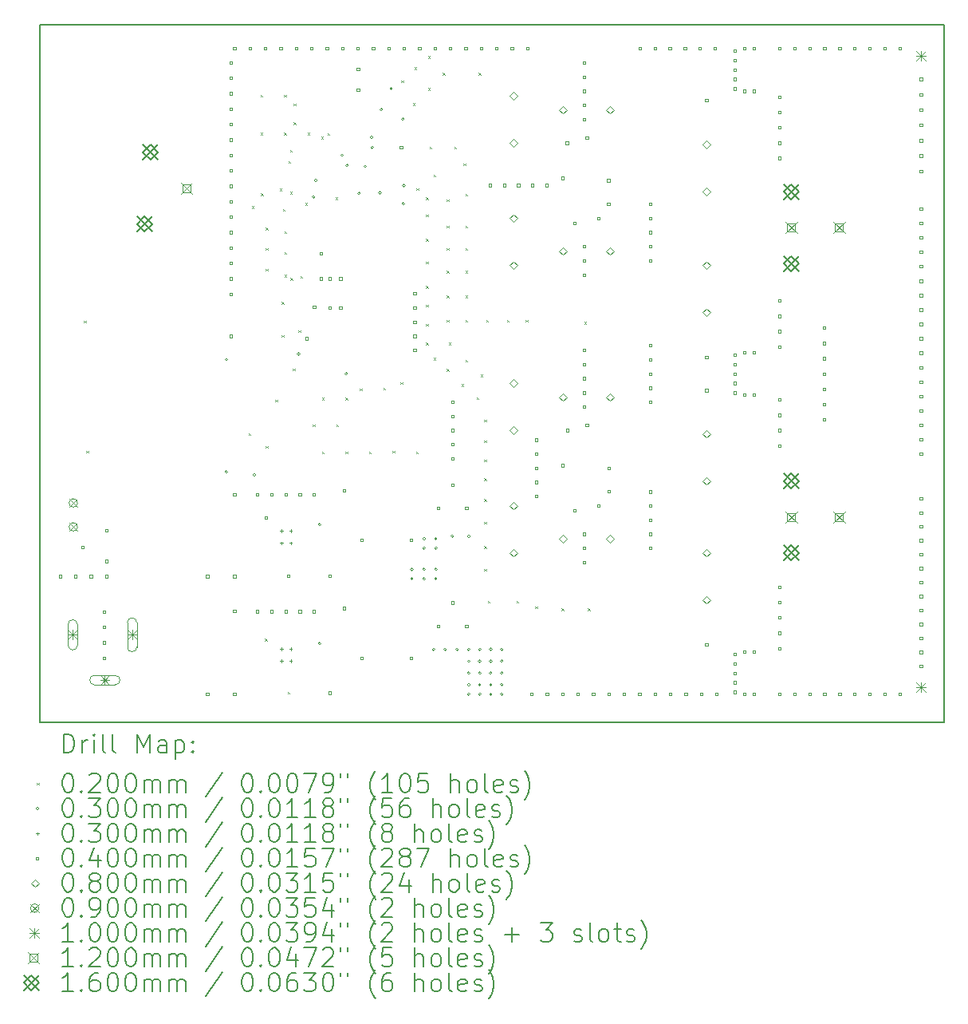
<source format=gbr>
%TF.GenerationSoftware,KiCad,Pcbnew,8.0.2*%
%TF.CreationDate,2025-04-13T16:41:33+02:00*%
%TF.ProjectId,AES-DAC,4145532d-4441-4432-9e6b-696361645f70,rev?*%
%TF.SameCoordinates,Original*%
%TF.FileFunction,Drillmap*%
%TF.FilePolarity,Positive*%
%FSLAX45Y45*%
G04 Gerber Fmt 4.5, Leading zero omitted, Abs format (unit mm)*
G04 Created by KiCad (PCBNEW 8.0.2) date 2025-04-13 16:41:33*
%MOMM*%
%LPD*%
G01*
G04 APERTURE LIST*
%ADD10C,0.200000*%
%ADD11C,0.100000*%
%ADD12C,0.120000*%
%ADD13C,0.160000*%
G04 APERTURE END LIST*
D10*
X2070000Y-2000000D02*
X11670000Y-2000000D01*
X11670000Y-9400000D01*
X2070000Y-9400000D01*
X2070000Y-2000000D01*
D11*
X2540000Y-5140000D02*
X2560000Y-5160000D01*
X2560000Y-5140000D02*
X2540000Y-5160000D01*
X2564738Y-6519469D02*
X2584738Y-6539469D01*
X2584738Y-6519469D02*
X2564738Y-6539469D01*
X4290000Y-6331808D02*
X4310000Y-6351808D01*
X4310000Y-6331808D02*
X4290000Y-6351808D01*
X4318499Y-3922725D02*
X4338499Y-3942725D01*
X4338499Y-3922725D02*
X4318499Y-3942725D01*
X4412725Y-2744001D02*
X4432725Y-2764001D01*
X4432725Y-2744001D02*
X4412725Y-2764001D01*
X4412725Y-3144001D02*
X4432725Y-3164001D01*
X4432725Y-3144001D02*
X4412725Y-3164001D01*
X4417500Y-3786250D02*
X4437500Y-3806250D01*
X4437500Y-3786250D02*
X4417500Y-3806250D01*
X4459974Y-8511289D02*
X4479974Y-8531289D01*
X4479974Y-8511289D02*
X4459974Y-8531289D01*
X4470000Y-4150000D02*
X4490000Y-4170000D01*
X4490000Y-4150000D02*
X4470000Y-4170000D01*
X4470000Y-4370000D02*
X4490000Y-4390000D01*
X4490000Y-4370000D02*
X4470000Y-4390000D01*
X4470000Y-4590000D02*
X4490000Y-4610000D01*
X4490000Y-4590000D02*
X4470000Y-4610000D01*
X4470000Y-6465000D02*
X4490000Y-6485000D01*
X4490000Y-6465000D02*
X4470000Y-6485000D01*
X4570390Y-5975779D02*
X4590390Y-5995779D01*
X4590390Y-5975779D02*
X4570390Y-5995779D01*
X4617500Y-3736250D02*
X4637500Y-3756250D01*
X4637500Y-3736250D02*
X4617500Y-3756250D01*
X4640000Y-4940000D02*
X4660000Y-4960000D01*
X4660000Y-4940000D02*
X4640000Y-4960000D01*
X4640000Y-5290000D02*
X4660000Y-5310000D01*
X4660000Y-5290000D02*
X4640000Y-5310000D01*
X4650000Y-3950000D02*
X4670000Y-3970000D01*
X4670000Y-3950000D02*
X4650000Y-3970000D01*
X4662725Y-2744001D02*
X4682725Y-2764001D01*
X4682725Y-2744001D02*
X4662725Y-2764001D01*
X4662725Y-3144001D02*
X4682725Y-3164001D01*
X4682725Y-3144001D02*
X4662725Y-3164001D01*
X4667500Y-4650000D02*
X4687500Y-4670000D01*
X4687500Y-4650000D02*
X4667500Y-4670000D01*
X4670000Y-4190000D02*
X4690000Y-4210000D01*
X4690000Y-4190000D02*
X4670000Y-4210000D01*
X4670000Y-4410000D02*
X4690000Y-4430000D01*
X4690000Y-4410000D02*
X4670000Y-4430000D01*
X4699876Y-9076021D02*
X4719876Y-9096021D01*
X4719876Y-9076021D02*
X4699876Y-9096021D01*
X4711152Y-3445772D02*
X4731152Y-3465772D01*
X4731152Y-3445772D02*
X4711152Y-3465772D01*
X4726088Y-3327662D02*
X4746088Y-3347662D01*
X4746088Y-3327662D02*
X4726088Y-3347662D01*
X4730000Y-3770000D02*
X4750000Y-3790000D01*
X4750000Y-3770000D02*
X4730000Y-3790000D01*
X4732500Y-4686250D02*
X4752500Y-4706250D01*
X4752500Y-4686250D02*
X4732500Y-4706250D01*
X4757725Y-5647751D02*
X4777725Y-5667751D01*
X4777725Y-5647751D02*
X4757725Y-5667751D01*
X4765441Y-2835154D02*
X4785441Y-2855154D01*
X4785441Y-2835154D02*
X4765441Y-2855154D01*
X4765441Y-3035154D02*
X4785441Y-3055154D01*
X4785441Y-3035154D02*
X4765441Y-3055154D01*
X4815000Y-5240000D02*
X4835000Y-5260000D01*
X4835000Y-5240000D02*
X4815000Y-5260000D01*
X4840000Y-4665000D02*
X4860000Y-4685000D01*
X4860000Y-4665000D02*
X4840000Y-4685000D01*
X4890000Y-3890000D02*
X4910000Y-3910000D01*
X4910000Y-3890000D02*
X4890000Y-3910000D01*
X4912725Y-3144001D02*
X4932725Y-3164001D01*
X4932725Y-3144001D02*
X4912725Y-3164001D01*
X4967500Y-6236250D02*
X4987500Y-6256250D01*
X4987500Y-6236250D02*
X4967500Y-6256250D01*
X5060009Y-3186250D02*
X5080009Y-3206250D01*
X5080009Y-3186250D02*
X5060009Y-3206250D01*
X5065000Y-5953750D02*
X5085000Y-5973750D01*
X5085000Y-5953750D02*
X5065000Y-5973750D01*
X5065000Y-6527500D02*
X5085000Y-6547500D01*
X5085000Y-6527500D02*
X5065000Y-6547500D01*
X5125000Y-3150000D02*
X5145000Y-3170000D01*
X5145000Y-3150000D02*
X5125000Y-3170000D01*
X5210000Y-3830000D02*
X5230000Y-3850000D01*
X5230000Y-3830000D02*
X5210000Y-3850000D01*
X5217500Y-6236250D02*
X5237500Y-6256250D01*
X5237500Y-6236250D02*
X5217500Y-6256250D01*
X5315000Y-5953750D02*
X5335000Y-5973750D01*
X5335000Y-5953750D02*
X5315000Y-5973750D01*
X5315000Y-6527500D02*
X5335000Y-6547500D01*
X5335000Y-6527500D02*
X5315000Y-6547500D01*
X5467500Y-5856250D02*
X5487500Y-5876250D01*
X5487500Y-5856250D02*
X5467500Y-5876250D01*
X5565000Y-6527500D02*
X5585000Y-6547500D01*
X5585000Y-6527500D02*
X5565000Y-6547500D01*
X5717500Y-5847500D02*
X5737500Y-5867500D01*
X5737500Y-5847500D02*
X5717500Y-5867500D01*
X5815000Y-6518750D02*
X5835000Y-6538750D01*
X5835000Y-6518750D02*
X5815000Y-6538750D01*
X5900132Y-5790000D02*
X5920132Y-5810000D01*
X5920132Y-5790000D02*
X5900132Y-5810000D01*
X5910000Y-2590000D02*
X5930000Y-2610000D01*
X5930000Y-2590000D02*
X5910000Y-2610000D01*
X6030000Y-2830000D02*
X6050000Y-2850000D01*
X6050000Y-2830000D02*
X6030000Y-2850000D01*
X6050000Y-2450000D02*
X6070000Y-2470000D01*
X6070000Y-2450000D02*
X6050000Y-2470000D01*
X6065000Y-6527500D02*
X6085000Y-6547500D01*
X6085000Y-6527500D02*
X6065000Y-6547500D01*
X6070000Y-3730000D02*
X6090000Y-3750000D01*
X6090000Y-3730000D02*
X6070000Y-3750000D01*
X6170000Y-3830000D02*
X6190000Y-3850000D01*
X6190000Y-3830000D02*
X6170000Y-3850000D01*
X6170000Y-4010000D02*
X6190000Y-4030000D01*
X6190000Y-4010000D02*
X6170000Y-4030000D01*
X6170000Y-4270000D02*
X6190000Y-4290000D01*
X6190000Y-4270000D02*
X6170000Y-4290000D01*
X6170000Y-4510000D02*
X6190000Y-4530000D01*
X6190000Y-4510000D02*
X6170000Y-4530000D01*
X6170000Y-4770000D02*
X6190000Y-4790000D01*
X6190000Y-4770000D02*
X6170000Y-4790000D01*
X6170000Y-4970000D02*
X6190000Y-4990000D01*
X6190000Y-4970000D02*
X6170000Y-4990000D01*
X6170000Y-5170000D02*
X6190000Y-5190000D01*
X6190000Y-5170000D02*
X6170000Y-5190000D01*
X6170000Y-5370000D02*
X6190000Y-5390000D01*
X6190000Y-5370000D02*
X6170000Y-5390000D01*
X6190000Y-2330000D02*
X6210000Y-2350000D01*
X6210000Y-2330000D02*
X6190000Y-2350000D01*
X6190000Y-2670000D02*
X6210000Y-2690000D01*
X6210000Y-2670000D02*
X6190000Y-2690000D01*
X6210000Y-3290000D02*
X6230000Y-3310000D01*
X6230000Y-3290000D02*
X6210000Y-3310000D01*
X6250000Y-3590000D02*
X6270000Y-3610000D01*
X6270000Y-3590000D02*
X6250000Y-3610000D01*
X6250000Y-5530000D02*
X6270000Y-5550000D01*
X6270000Y-5530000D02*
X6250000Y-5550000D01*
X6350000Y-2510000D02*
X6370000Y-2530000D01*
X6370000Y-2510000D02*
X6350000Y-2530000D01*
X6390000Y-3850000D02*
X6410000Y-3870000D01*
X6410000Y-3850000D02*
X6390000Y-3870000D01*
X6390000Y-4130000D02*
X6410000Y-4150000D01*
X6410000Y-4130000D02*
X6390000Y-4150000D01*
X6390000Y-4370000D02*
X6410000Y-4390000D01*
X6410000Y-4370000D02*
X6390000Y-4390000D01*
X6390000Y-4610000D02*
X6410000Y-4630000D01*
X6410000Y-4610000D02*
X6390000Y-4630000D01*
X6390000Y-4870000D02*
X6410000Y-4890000D01*
X6410000Y-4870000D02*
X6390000Y-4890000D01*
X6390000Y-5130000D02*
X6410000Y-5150000D01*
X6410000Y-5130000D02*
X6390000Y-5150000D01*
X6390000Y-5650000D02*
X6410000Y-5670000D01*
X6410000Y-5650000D02*
X6390000Y-5670000D01*
X6410000Y-5370000D02*
X6430000Y-5390000D01*
X6430000Y-5370000D02*
X6410000Y-5390000D01*
X6470000Y-3290000D02*
X6490000Y-3310000D01*
X6490000Y-3290000D02*
X6470000Y-3310000D01*
X6550000Y-5810000D02*
X6570000Y-5830000D01*
X6570000Y-5810000D02*
X6550000Y-5830000D01*
X6570000Y-3470000D02*
X6590000Y-3490000D01*
X6590000Y-3470000D02*
X6570000Y-3490000D01*
X6590000Y-3790000D02*
X6610000Y-3810000D01*
X6610000Y-3790000D02*
X6590000Y-3810000D01*
X6590000Y-4130000D02*
X6610000Y-4150000D01*
X6610000Y-4130000D02*
X6590000Y-4150000D01*
X6590000Y-4370000D02*
X6610000Y-4390000D01*
X6610000Y-4370000D02*
X6590000Y-4390000D01*
X6590000Y-4610000D02*
X6610000Y-4630000D01*
X6610000Y-4610000D02*
X6590000Y-4630000D01*
X6590000Y-4870000D02*
X6610000Y-4890000D01*
X6610000Y-4870000D02*
X6590000Y-4890000D01*
X6590000Y-5130000D02*
X6610000Y-5150000D01*
X6610000Y-5130000D02*
X6590000Y-5150000D01*
X6590000Y-5550000D02*
X6610000Y-5570000D01*
X6610000Y-5550000D02*
X6590000Y-5570000D01*
X6710000Y-5950000D02*
X6730000Y-5970000D01*
X6730000Y-5950000D02*
X6710000Y-5970000D01*
X6730000Y-2510000D02*
X6750000Y-2530000D01*
X6750000Y-2510000D02*
X6730000Y-2530000D01*
X6750000Y-5710000D02*
X6770000Y-5730000D01*
X6770000Y-5710000D02*
X6750000Y-5730000D01*
X6790000Y-6190000D02*
X6810000Y-6210000D01*
X6810000Y-6190000D02*
X6790000Y-6210000D01*
X6790000Y-6410000D02*
X6810000Y-6430000D01*
X6810000Y-6410000D02*
X6790000Y-6430000D01*
X6790000Y-6610000D02*
X6810000Y-6630000D01*
X6810000Y-6610000D02*
X6790000Y-6630000D01*
X6790000Y-6810000D02*
X6810000Y-6830000D01*
X6810000Y-6810000D02*
X6790000Y-6830000D01*
X6790000Y-7030000D02*
X6810000Y-7050000D01*
X6810000Y-7030000D02*
X6790000Y-7050000D01*
X6790000Y-7270000D02*
X6810000Y-7290000D01*
X6810000Y-7270000D02*
X6790000Y-7290000D01*
X6790000Y-7530000D02*
X6810000Y-7550000D01*
X6810000Y-7530000D02*
X6790000Y-7550000D01*
X6790000Y-7770000D02*
X6810000Y-7790000D01*
X6810000Y-7770000D02*
X6790000Y-7790000D01*
X6810000Y-5130000D02*
X6830000Y-5150000D01*
X6830000Y-5130000D02*
X6810000Y-5150000D01*
X6830000Y-8110000D02*
X6850000Y-8130000D01*
X6850000Y-8110000D02*
X6830000Y-8130000D01*
X7030000Y-5130000D02*
X7050000Y-5150000D01*
X7050000Y-5130000D02*
X7030000Y-5150000D01*
X7130000Y-8110000D02*
X7150000Y-8130000D01*
X7150000Y-8110000D02*
X7130000Y-8130000D01*
X7230000Y-5130000D02*
X7250000Y-5150000D01*
X7250000Y-5130000D02*
X7230000Y-5150000D01*
X7330000Y-8170000D02*
X7350000Y-8190000D01*
X7350000Y-8170000D02*
X7330000Y-8190000D01*
X7610000Y-8190000D02*
X7630000Y-8210000D01*
X7630000Y-8190000D02*
X7610000Y-8210000D01*
X7850000Y-5150000D02*
X7870000Y-5170000D01*
X7870000Y-5150000D02*
X7850000Y-5170000D01*
X7890000Y-8190000D02*
X7910000Y-8210000D01*
X7910000Y-8190000D02*
X7890000Y-8210000D01*
X4065000Y-5550000D02*
G75*
G02*
X4035000Y-5550000I-15000J0D01*
G01*
X4035000Y-5550000D02*
G75*
G02*
X4065000Y-5550000I15000J0D01*
G01*
X4065000Y-6741250D02*
G75*
G02*
X4035000Y-6741250I-15000J0D01*
G01*
X4035000Y-6741250D02*
G75*
G02*
X4065000Y-6741250I15000J0D01*
G01*
X4363609Y-6773609D02*
G75*
G02*
X4333609Y-6773609I-15000J0D01*
G01*
X4333609Y-6773609D02*
G75*
G02*
X4363609Y-6773609I15000J0D01*
G01*
X4833105Y-5492424D02*
G75*
G02*
X4803105Y-5492424I-15000J0D01*
G01*
X4803105Y-5492424D02*
G75*
G02*
X4833105Y-5492424I15000J0D01*
G01*
X4990000Y-3825000D02*
G75*
G02*
X4960000Y-3825000I-15000J0D01*
G01*
X4960000Y-3825000D02*
G75*
G02*
X4990000Y-3825000I15000J0D01*
G01*
X5015000Y-3650000D02*
G75*
G02*
X4985000Y-3650000I-15000J0D01*
G01*
X4985000Y-3650000D02*
G75*
G02*
X5015000Y-3650000I15000J0D01*
G01*
X5055000Y-7300000D02*
G75*
G02*
X5025000Y-7300000I-15000J0D01*
G01*
X5025000Y-7300000D02*
G75*
G02*
X5055000Y-7300000I15000J0D01*
G01*
X5055000Y-8560000D02*
G75*
G02*
X5025000Y-8560000I-15000J0D01*
G01*
X5025000Y-8560000D02*
G75*
G02*
X5055000Y-8560000I15000J0D01*
G01*
X5294506Y-3383175D02*
G75*
G02*
X5264506Y-3383175I-15000J0D01*
G01*
X5264506Y-3383175D02*
G75*
G02*
X5294506Y-3383175I15000J0D01*
G01*
X5340000Y-5700000D02*
G75*
G02*
X5310000Y-5700000I-15000J0D01*
G01*
X5310000Y-5700000D02*
G75*
G02*
X5340000Y-5700000I15000J0D01*
G01*
X5347306Y-3491091D02*
G75*
G02*
X5317306Y-3491091I-15000J0D01*
G01*
X5317306Y-3491091D02*
G75*
G02*
X5347306Y-3491091I15000J0D01*
G01*
X5475235Y-3786806D02*
G75*
G02*
X5445235Y-3786806I-15000J0D01*
G01*
X5445235Y-3786806D02*
G75*
G02*
X5475235Y-3786806I15000J0D01*
G01*
X5540000Y-3500000D02*
G75*
G02*
X5510000Y-3500000I-15000J0D01*
G01*
X5510000Y-3500000D02*
G75*
G02*
X5540000Y-3500000I15000J0D01*
G01*
X5606929Y-3190717D02*
G75*
G02*
X5576929Y-3190717I-15000J0D01*
G01*
X5576929Y-3190717D02*
G75*
G02*
X5606929Y-3190717I15000J0D01*
G01*
X5615000Y-3300000D02*
G75*
G02*
X5585000Y-3300000I-15000J0D01*
G01*
X5585000Y-3300000D02*
G75*
G02*
X5615000Y-3300000I15000J0D01*
G01*
X5695194Y-3780000D02*
G75*
G02*
X5665194Y-3780000I-15000J0D01*
G01*
X5665194Y-3780000D02*
G75*
G02*
X5695194Y-3780000I15000J0D01*
G01*
X5712098Y-2897098D02*
G75*
G02*
X5682098Y-2897098I-15000J0D01*
G01*
X5682098Y-2897098D02*
G75*
G02*
X5712098Y-2897098I15000J0D01*
G01*
X5815000Y-2675000D02*
G75*
G02*
X5785000Y-2675000I-15000J0D01*
G01*
X5785000Y-2675000D02*
G75*
G02*
X5815000Y-2675000I15000J0D01*
G01*
X5940000Y-2997500D02*
G75*
G02*
X5910000Y-2997500I-15000J0D01*
G01*
X5910000Y-2997500D02*
G75*
G02*
X5940000Y-2997500I15000J0D01*
G01*
X5943378Y-3895962D02*
G75*
G02*
X5913378Y-3895962I-15000J0D01*
G01*
X5913378Y-3895962D02*
G75*
G02*
X5943378Y-3895962I15000J0D01*
G01*
X5949032Y-3703743D02*
G75*
G02*
X5919032Y-3703743I-15000J0D01*
G01*
X5919032Y-3703743D02*
G75*
G02*
X5949032Y-3703743I15000J0D01*
G01*
X6035000Y-7775000D02*
G75*
G02*
X6005000Y-7775000I-15000J0D01*
G01*
X6005000Y-7775000D02*
G75*
G02*
X6035000Y-7775000I15000J0D01*
G01*
X6035000Y-7875000D02*
G75*
G02*
X6005000Y-7875000I-15000J0D01*
G01*
X6005000Y-7875000D02*
G75*
G02*
X6035000Y-7875000I15000J0D01*
G01*
X6165000Y-7450000D02*
G75*
G02*
X6135000Y-7450000I-15000J0D01*
G01*
X6135000Y-7450000D02*
G75*
G02*
X6165000Y-7450000I15000J0D01*
G01*
X6165000Y-7550000D02*
G75*
G02*
X6135000Y-7550000I-15000J0D01*
G01*
X6135000Y-7550000D02*
G75*
G02*
X6165000Y-7550000I15000J0D01*
G01*
X6165000Y-7775000D02*
G75*
G02*
X6135000Y-7775000I-15000J0D01*
G01*
X6135000Y-7775000D02*
G75*
G02*
X6165000Y-7775000I15000J0D01*
G01*
X6165000Y-7875000D02*
G75*
G02*
X6135000Y-7875000I-15000J0D01*
G01*
X6135000Y-7875000D02*
G75*
G02*
X6165000Y-7875000I15000J0D01*
G01*
X6265000Y-8625000D02*
G75*
G02*
X6235000Y-8625000I-15000J0D01*
G01*
X6235000Y-8625000D02*
G75*
G02*
X6265000Y-8625000I15000J0D01*
G01*
X6290000Y-7450000D02*
G75*
G02*
X6260000Y-7450000I-15000J0D01*
G01*
X6260000Y-7450000D02*
G75*
G02*
X6290000Y-7450000I15000J0D01*
G01*
X6290000Y-7550000D02*
G75*
G02*
X6260000Y-7550000I-15000J0D01*
G01*
X6260000Y-7550000D02*
G75*
G02*
X6290000Y-7550000I15000J0D01*
G01*
X6290000Y-7775000D02*
G75*
G02*
X6260000Y-7775000I-15000J0D01*
G01*
X6260000Y-7775000D02*
G75*
G02*
X6290000Y-7775000I15000J0D01*
G01*
X6290000Y-7875000D02*
G75*
G02*
X6260000Y-7875000I-15000J0D01*
G01*
X6260000Y-7875000D02*
G75*
G02*
X6290000Y-7875000I15000J0D01*
G01*
X6390000Y-8625000D02*
G75*
G02*
X6360000Y-8625000I-15000J0D01*
G01*
X6360000Y-8625000D02*
G75*
G02*
X6390000Y-8625000I15000J0D01*
G01*
X6465000Y-7425000D02*
G75*
G02*
X6435000Y-7425000I-15000J0D01*
G01*
X6435000Y-7425000D02*
G75*
G02*
X6465000Y-7425000I15000J0D01*
G01*
X6515000Y-8625000D02*
G75*
G02*
X6485000Y-8625000I-15000J0D01*
G01*
X6485000Y-8625000D02*
G75*
G02*
X6515000Y-8625000I15000J0D01*
G01*
X6640000Y-7425000D02*
G75*
G02*
X6610000Y-7425000I-15000J0D01*
G01*
X6610000Y-7425000D02*
G75*
G02*
X6640000Y-7425000I15000J0D01*
G01*
X6640000Y-8625000D02*
G75*
G02*
X6610000Y-8625000I-15000J0D01*
G01*
X6610000Y-8625000D02*
G75*
G02*
X6640000Y-8625000I15000J0D01*
G01*
X6640000Y-8750000D02*
G75*
G02*
X6610000Y-8750000I-15000J0D01*
G01*
X6610000Y-8750000D02*
G75*
G02*
X6640000Y-8750000I15000J0D01*
G01*
X6640000Y-8875000D02*
G75*
G02*
X6610000Y-8875000I-15000J0D01*
G01*
X6610000Y-8875000D02*
G75*
G02*
X6640000Y-8875000I15000J0D01*
G01*
X6640000Y-9000000D02*
G75*
G02*
X6610000Y-9000000I-15000J0D01*
G01*
X6610000Y-9000000D02*
G75*
G02*
X6640000Y-9000000I15000J0D01*
G01*
X6640000Y-9100000D02*
G75*
G02*
X6610000Y-9100000I-15000J0D01*
G01*
X6610000Y-9100000D02*
G75*
G02*
X6640000Y-9100000I15000J0D01*
G01*
X6756667Y-8625000D02*
G75*
G02*
X6726667Y-8625000I-15000J0D01*
G01*
X6726667Y-8625000D02*
G75*
G02*
X6756667Y-8625000I15000J0D01*
G01*
X6756667Y-8750000D02*
G75*
G02*
X6726667Y-8750000I-15000J0D01*
G01*
X6726667Y-8750000D02*
G75*
G02*
X6756667Y-8750000I15000J0D01*
G01*
X6756667Y-8875000D02*
G75*
G02*
X6726667Y-8875000I-15000J0D01*
G01*
X6726667Y-8875000D02*
G75*
G02*
X6756667Y-8875000I15000J0D01*
G01*
X6756667Y-9000000D02*
G75*
G02*
X6726667Y-9000000I-15000J0D01*
G01*
X6726667Y-9000000D02*
G75*
G02*
X6756667Y-9000000I15000J0D01*
G01*
X6756667Y-9100000D02*
G75*
G02*
X6726667Y-9100000I-15000J0D01*
G01*
X6726667Y-9100000D02*
G75*
G02*
X6756667Y-9100000I15000J0D01*
G01*
X6873333Y-8625000D02*
G75*
G02*
X6843333Y-8625000I-15000J0D01*
G01*
X6843333Y-8625000D02*
G75*
G02*
X6873333Y-8625000I15000J0D01*
G01*
X6873333Y-8750000D02*
G75*
G02*
X6843333Y-8750000I-15000J0D01*
G01*
X6843333Y-8750000D02*
G75*
G02*
X6873333Y-8750000I15000J0D01*
G01*
X6873333Y-8875000D02*
G75*
G02*
X6843333Y-8875000I-15000J0D01*
G01*
X6843333Y-8875000D02*
G75*
G02*
X6873333Y-8875000I15000J0D01*
G01*
X6873333Y-9000000D02*
G75*
G02*
X6843333Y-9000000I-15000J0D01*
G01*
X6843333Y-9000000D02*
G75*
G02*
X6873333Y-9000000I15000J0D01*
G01*
X6873333Y-9100000D02*
G75*
G02*
X6843333Y-9100000I-15000J0D01*
G01*
X6843333Y-9100000D02*
G75*
G02*
X6873333Y-9100000I15000J0D01*
G01*
X6990000Y-8625000D02*
G75*
G02*
X6960000Y-8625000I-15000J0D01*
G01*
X6960000Y-8625000D02*
G75*
G02*
X6990000Y-8625000I15000J0D01*
G01*
X6990000Y-8750000D02*
G75*
G02*
X6960000Y-8750000I-15000J0D01*
G01*
X6960000Y-8750000D02*
G75*
G02*
X6990000Y-8750000I15000J0D01*
G01*
X6990000Y-8875000D02*
G75*
G02*
X6960000Y-8875000I-15000J0D01*
G01*
X6960000Y-8875000D02*
G75*
G02*
X6990000Y-8875000I15000J0D01*
G01*
X6990000Y-9000000D02*
G75*
G02*
X6960000Y-9000000I-15000J0D01*
G01*
X6960000Y-9000000D02*
G75*
G02*
X6990000Y-9000000I15000J0D01*
G01*
X6990000Y-9100000D02*
G75*
G02*
X6960000Y-9100000I-15000J0D01*
G01*
X6960000Y-9100000D02*
G75*
G02*
X6990000Y-9100000I15000J0D01*
G01*
X4636500Y-8603000D02*
X4636500Y-8633000D01*
X4621500Y-8618000D02*
X4651500Y-8618000D01*
X4636500Y-8732000D02*
X4636500Y-8762000D01*
X4621500Y-8747000D02*
X4651500Y-8747000D01*
X4638000Y-7353000D02*
X4638000Y-7383000D01*
X4623000Y-7368000D02*
X4653000Y-7368000D01*
X4638000Y-7482000D02*
X4638000Y-7512000D01*
X4623000Y-7497000D02*
X4653000Y-7497000D01*
X4733500Y-8603000D02*
X4733500Y-8633000D01*
X4718500Y-8618000D02*
X4748500Y-8618000D01*
X4733500Y-8732000D02*
X4733500Y-8762000D01*
X4718500Y-8747000D02*
X4748500Y-8747000D01*
X4735000Y-7353000D02*
X4735000Y-7383000D01*
X4720000Y-7368000D02*
X4750000Y-7368000D01*
X4735000Y-7482000D02*
X4735000Y-7512000D01*
X4720000Y-7497000D02*
X4750000Y-7497000D01*
X2298188Y-7864142D02*
X2298188Y-7835858D01*
X2269904Y-7835858D01*
X2269904Y-7864142D01*
X2298188Y-7864142D01*
X2461840Y-7864142D02*
X2461840Y-7835858D01*
X2433555Y-7835858D01*
X2433555Y-7864142D01*
X2461840Y-7864142D01*
X2539142Y-7551642D02*
X2539142Y-7523358D01*
X2510858Y-7523358D01*
X2510858Y-7551642D01*
X2539142Y-7551642D01*
X2625491Y-7864142D02*
X2625491Y-7835858D01*
X2597206Y-7835858D01*
X2597206Y-7864142D01*
X2625491Y-7864142D01*
X2764142Y-8239142D02*
X2764142Y-8210858D01*
X2735858Y-8210858D01*
X2735858Y-8239142D01*
X2764142Y-8239142D01*
X2764142Y-8402794D02*
X2764142Y-8374509D01*
X2735858Y-8374509D01*
X2735858Y-8402794D01*
X2764142Y-8402794D01*
X2764142Y-8566445D02*
X2764142Y-8538160D01*
X2735858Y-8538160D01*
X2735858Y-8566445D01*
X2764142Y-8566445D01*
X2764142Y-8730096D02*
X2764142Y-8701812D01*
X2735858Y-8701812D01*
X2735858Y-8730096D01*
X2764142Y-8730096D01*
X2789142Y-7376642D02*
X2789142Y-7348358D01*
X2760858Y-7348358D01*
X2760858Y-7376642D01*
X2789142Y-7376642D01*
X2789142Y-7701642D02*
X2789142Y-7673358D01*
X2760858Y-7673358D01*
X2760858Y-7701642D01*
X2789142Y-7701642D01*
X2789142Y-7864142D02*
X2789142Y-7835858D01*
X2760858Y-7835858D01*
X2760858Y-7864142D01*
X2789142Y-7864142D01*
X3864142Y-7864142D02*
X3864142Y-7835858D01*
X3835858Y-7835858D01*
X3835858Y-7864142D01*
X3864142Y-7864142D01*
X3864142Y-9114142D02*
X3864142Y-9085858D01*
X3835858Y-9085858D01*
X3835858Y-9114142D01*
X3864142Y-9114142D01*
X4114142Y-2413978D02*
X4114142Y-2385693D01*
X4085858Y-2385693D01*
X4085858Y-2413978D01*
X4114142Y-2413978D01*
X4114142Y-2577629D02*
X4114142Y-2549345D01*
X4085858Y-2549345D01*
X4085858Y-2577629D01*
X4114142Y-2577629D01*
X4114142Y-2741281D02*
X4114142Y-2712996D01*
X4085858Y-2712996D01*
X4085858Y-2741281D01*
X4114142Y-2741281D01*
X4114142Y-2904932D02*
X4114142Y-2876647D01*
X4085858Y-2876647D01*
X4085858Y-2904932D01*
X4114142Y-2904932D01*
X4114142Y-3068583D02*
X4114142Y-3040299D01*
X4085858Y-3040299D01*
X4085858Y-3068583D01*
X4114142Y-3068583D01*
X4114142Y-3232234D02*
X4114142Y-3203950D01*
X4085858Y-3203950D01*
X4085858Y-3232234D01*
X4114142Y-3232234D01*
X4114142Y-3395886D02*
X4114142Y-3367601D01*
X4085858Y-3367601D01*
X4085858Y-3395886D01*
X4114142Y-3395886D01*
X4114142Y-3559537D02*
X4114142Y-3531252D01*
X4085858Y-3531252D01*
X4085858Y-3559537D01*
X4114142Y-3559537D01*
X4114142Y-3723188D02*
X4114142Y-3694904D01*
X4085858Y-3694904D01*
X4085858Y-3723188D01*
X4114142Y-3723188D01*
X4114142Y-3886840D02*
X4114142Y-3858555D01*
X4085858Y-3858555D01*
X4085858Y-3886840D01*
X4114142Y-3886840D01*
X4114142Y-4050491D02*
X4114142Y-4022206D01*
X4085858Y-4022206D01*
X4085858Y-4050491D01*
X4114142Y-4050491D01*
X4114142Y-4214142D02*
X4114142Y-4185858D01*
X4085858Y-4185858D01*
X4085858Y-4214142D01*
X4114142Y-4214142D01*
X4114142Y-4377794D02*
X4114142Y-4349509D01*
X4085858Y-4349509D01*
X4085858Y-4377794D01*
X4114142Y-4377794D01*
X4114142Y-4541445D02*
X4114142Y-4513160D01*
X4085858Y-4513160D01*
X4085858Y-4541445D01*
X4114142Y-4541445D01*
X4114142Y-4705096D02*
X4114142Y-4676812D01*
X4085858Y-4676812D01*
X4085858Y-4705096D01*
X4114142Y-4705096D01*
X4114142Y-4868748D02*
X4114142Y-4840463D01*
X4085858Y-4840463D01*
X4085858Y-4868748D01*
X4114142Y-4868748D01*
X4114142Y-5314142D02*
X4114142Y-5285858D01*
X4085858Y-5285858D01*
X4085858Y-5314142D01*
X4114142Y-5314142D01*
X4149142Y-6994892D02*
X4149142Y-6966608D01*
X4120858Y-6966608D01*
X4120858Y-6994892D01*
X4149142Y-6994892D01*
X4149142Y-7864142D02*
X4149142Y-7835858D01*
X4120858Y-7835858D01*
X4120858Y-7864142D01*
X4149142Y-7864142D01*
X4149142Y-8233392D02*
X4149142Y-8205108D01*
X4120858Y-8205108D01*
X4120858Y-8233392D01*
X4149142Y-8233392D01*
X4149142Y-9114142D02*
X4149142Y-9085858D01*
X4120858Y-9085858D01*
X4120858Y-9114142D01*
X4149142Y-9114142D01*
X4151642Y-2264142D02*
X4151642Y-2235858D01*
X4123358Y-2235858D01*
X4123358Y-2264142D01*
X4151642Y-2264142D01*
X4315294Y-2264142D02*
X4315294Y-2235858D01*
X4287009Y-2235858D01*
X4287009Y-2264142D01*
X4315294Y-2264142D01*
X4394142Y-6994142D02*
X4394142Y-6965858D01*
X4365858Y-6965858D01*
X4365858Y-6994142D01*
X4394142Y-6994142D01*
X4394142Y-8234142D02*
X4394142Y-8205858D01*
X4365858Y-8205858D01*
X4365858Y-8234142D01*
X4394142Y-8234142D01*
X4478945Y-2264142D02*
X4478945Y-2235858D01*
X4450660Y-2235858D01*
X4450660Y-2264142D01*
X4478945Y-2264142D01*
X4486400Y-7239002D02*
X4486400Y-7210718D01*
X4458115Y-7210718D01*
X4458115Y-7239002D01*
X4486400Y-7239002D01*
X4544142Y-6994142D02*
X4544142Y-6965858D01*
X4515858Y-6965858D01*
X4515858Y-6994142D01*
X4544142Y-6994142D01*
X4544142Y-8234142D02*
X4544142Y-8205858D01*
X4515858Y-8205858D01*
X4515858Y-8234142D01*
X4544142Y-8234142D01*
X4642596Y-2264142D02*
X4642596Y-2235858D01*
X4614312Y-2235858D01*
X4614312Y-2264142D01*
X4642596Y-2264142D01*
X4694142Y-6994142D02*
X4694142Y-6965858D01*
X4665858Y-6965858D01*
X4665858Y-6994142D01*
X4694142Y-6994142D01*
X4694142Y-8234142D02*
X4694142Y-8205858D01*
X4665858Y-8205858D01*
X4665858Y-8234142D01*
X4694142Y-8234142D01*
X4724075Y-7861142D02*
X4724075Y-7832858D01*
X4695790Y-7832858D01*
X4695790Y-7861142D01*
X4724075Y-7861142D01*
X4806248Y-2264142D02*
X4806248Y-2235858D01*
X4777963Y-2235858D01*
X4777963Y-2264142D01*
X4806248Y-2264142D01*
X4844142Y-6994142D02*
X4844142Y-6965858D01*
X4815858Y-6965858D01*
X4815858Y-6994142D01*
X4844142Y-6994142D01*
X4844142Y-8234142D02*
X4844142Y-8205858D01*
X4815858Y-8205858D01*
X4815858Y-8234142D01*
X4844142Y-8234142D01*
X4914142Y-5339142D02*
X4914142Y-5310858D01*
X4885858Y-5310858D01*
X4885858Y-5339142D01*
X4914142Y-5339142D01*
X4969899Y-2264142D02*
X4969899Y-2235858D01*
X4941614Y-2235858D01*
X4941614Y-2264142D01*
X4969899Y-2264142D01*
X4994142Y-6994142D02*
X4994142Y-6965858D01*
X4965858Y-6965858D01*
X4965858Y-6994142D01*
X4994142Y-6994142D01*
X4994142Y-8234142D02*
X4994142Y-8205858D01*
X4965858Y-8205858D01*
X4965858Y-8234142D01*
X4994142Y-8234142D01*
X4996305Y-5006979D02*
X4996305Y-4978695D01*
X4968021Y-4978695D01*
X4968021Y-5006979D01*
X4996305Y-5006979D01*
X5068833Y-4439142D02*
X5068833Y-4410858D01*
X5040548Y-4410858D01*
X5040548Y-4439142D01*
X5068833Y-4439142D01*
X5068833Y-4705333D02*
X5068833Y-4677049D01*
X5040548Y-4677049D01*
X5040548Y-4705333D01*
X5068833Y-4705333D01*
X5133550Y-2264142D02*
X5133550Y-2235858D01*
X5105266Y-2235858D01*
X5105266Y-2264142D01*
X5133550Y-2264142D01*
X5161642Y-7861142D02*
X5161642Y-7832858D01*
X5133358Y-7832858D01*
X5133358Y-7861142D01*
X5161642Y-7861142D01*
X5161642Y-9099642D02*
X5161642Y-9071358D01*
X5133358Y-9071358D01*
X5133358Y-9099642D01*
X5161642Y-9099642D01*
X5164142Y-4705643D02*
X5164142Y-4677358D01*
X5135858Y-4677358D01*
X5135858Y-4705643D01*
X5164142Y-4705643D01*
X5164142Y-5014142D02*
X5164142Y-4985858D01*
X5135858Y-4985858D01*
X5135858Y-5014142D01*
X5164142Y-5014142D01*
X5276642Y-4705643D02*
X5276642Y-4677358D01*
X5248358Y-4677358D01*
X5248358Y-4705643D01*
X5276642Y-4705643D01*
X5276642Y-5015142D02*
X5276642Y-4986857D01*
X5248358Y-4986857D01*
X5248358Y-5015142D01*
X5276642Y-5015142D01*
X5297201Y-2264142D02*
X5297201Y-2235858D01*
X5268917Y-2235858D01*
X5268917Y-2264142D01*
X5297201Y-2264142D01*
X5314142Y-6951642D02*
X5314142Y-6923358D01*
X5285858Y-6923358D01*
X5285858Y-6951642D01*
X5314142Y-6951642D01*
X5314142Y-8201642D02*
X5314142Y-8173358D01*
X5285858Y-8173358D01*
X5285858Y-8201642D01*
X5314142Y-8201642D01*
X5460853Y-2264142D02*
X5460853Y-2235858D01*
X5432568Y-2235858D01*
X5432568Y-2264142D01*
X5460853Y-2264142D01*
X5462325Y-2484131D02*
X5462325Y-2455847D01*
X5434041Y-2455847D01*
X5434041Y-2484131D01*
X5462325Y-2484131D01*
X5464142Y-2700378D02*
X5464142Y-2672093D01*
X5435858Y-2672093D01*
X5435858Y-2700378D01*
X5464142Y-2700378D01*
X5501642Y-7479142D02*
X5501642Y-7450858D01*
X5473358Y-7450858D01*
X5473358Y-7479142D01*
X5501642Y-7479142D01*
X5501642Y-8729142D02*
X5501642Y-8700858D01*
X5473358Y-8700858D01*
X5473358Y-8729142D01*
X5501642Y-8729142D01*
X5624504Y-2264142D02*
X5624504Y-2235858D01*
X5596219Y-2235858D01*
X5596219Y-2264142D01*
X5624504Y-2264142D01*
X5788155Y-2264142D02*
X5788155Y-2235858D01*
X5759871Y-2235858D01*
X5759871Y-2264142D01*
X5788155Y-2264142D01*
X5921210Y-3309901D02*
X5921210Y-3281617D01*
X5892926Y-3281617D01*
X5892926Y-3309901D01*
X5921210Y-3309901D01*
X5951807Y-2264142D02*
X5951807Y-2235858D01*
X5923522Y-2235858D01*
X5923522Y-2264142D01*
X5951807Y-2264142D01*
X6026642Y-7479142D02*
X6026642Y-7450858D01*
X5998358Y-7450858D01*
X5998358Y-7479142D01*
X6026642Y-7479142D01*
X6026642Y-8729142D02*
X6026642Y-8700858D01*
X5998358Y-8700858D01*
X5998358Y-8729142D01*
X6026642Y-8729142D01*
X6064142Y-4864142D02*
X6064142Y-4835858D01*
X6035858Y-4835858D01*
X6035858Y-4864142D01*
X6064142Y-4864142D01*
X6064142Y-5014142D02*
X6064142Y-4985858D01*
X6035858Y-4985858D01*
X6035858Y-5014142D01*
X6064142Y-5014142D01*
X6064142Y-5164142D02*
X6064142Y-5135858D01*
X6035858Y-5135858D01*
X6035858Y-5164142D01*
X6064142Y-5164142D01*
X6064142Y-5314142D02*
X6064142Y-5285858D01*
X6035858Y-5285858D01*
X6035858Y-5314142D01*
X6064142Y-5314142D01*
X6064142Y-5464142D02*
X6064142Y-5435858D01*
X6035858Y-5435858D01*
X6035858Y-5464142D01*
X6064142Y-5464142D01*
X6115458Y-2264142D02*
X6115458Y-2235858D01*
X6087173Y-2235858D01*
X6087173Y-2264142D01*
X6115458Y-2264142D01*
X6279109Y-2264142D02*
X6279109Y-2235858D01*
X6250825Y-2235858D01*
X6250825Y-2264142D01*
X6279109Y-2264142D01*
X6314142Y-7141642D02*
X6314142Y-7113358D01*
X6285858Y-7113358D01*
X6285858Y-7141642D01*
X6314142Y-7141642D01*
X6314142Y-8391642D02*
X6314142Y-8363358D01*
X6285858Y-8363358D01*
X6285858Y-8391642D01*
X6314142Y-8391642D01*
X6442760Y-2264142D02*
X6442760Y-2235858D01*
X6414476Y-2235858D01*
X6414476Y-2264142D01*
X6442760Y-2264142D01*
X6464142Y-6014142D02*
X6464142Y-5985858D01*
X6435858Y-5985858D01*
X6435858Y-6014142D01*
X6464142Y-6014142D01*
X6464142Y-6164142D02*
X6464142Y-6135858D01*
X6435858Y-6135858D01*
X6435858Y-6164142D01*
X6464142Y-6164142D01*
X6464142Y-6314142D02*
X6464142Y-6285858D01*
X6435858Y-6285858D01*
X6435858Y-6314142D01*
X6464142Y-6314142D01*
X6464142Y-6464142D02*
X6464142Y-6435858D01*
X6435858Y-6435858D01*
X6435858Y-6464142D01*
X6464142Y-6464142D01*
X6464142Y-6614142D02*
X6464142Y-6585858D01*
X6435858Y-6585858D01*
X6435858Y-6614142D01*
X6464142Y-6614142D01*
X6464142Y-6891642D02*
X6464142Y-6863358D01*
X6435858Y-6863358D01*
X6435858Y-6891642D01*
X6464142Y-6891642D01*
X6464142Y-8141642D02*
X6464142Y-8113358D01*
X6435858Y-8113358D01*
X6435858Y-8141642D01*
X6464142Y-8141642D01*
X6606412Y-2264142D02*
X6606412Y-2235858D01*
X6578127Y-2235858D01*
X6578127Y-2264142D01*
X6606412Y-2264142D01*
X6614142Y-7141642D02*
X6614142Y-7113358D01*
X6585858Y-7113358D01*
X6585858Y-7141642D01*
X6614142Y-7141642D01*
X6614142Y-8391642D02*
X6614142Y-8363358D01*
X6585858Y-8363358D01*
X6585858Y-8391642D01*
X6614142Y-8391642D01*
X6770063Y-2264142D02*
X6770063Y-2235858D01*
X6741778Y-2235858D01*
X6741778Y-2264142D01*
X6770063Y-2264142D01*
X6864142Y-3714142D02*
X6864142Y-3685858D01*
X6835858Y-3685858D01*
X6835858Y-3714142D01*
X6864142Y-3714142D01*
X6933714Y-2264142D02*
X6933714Y-2235858D01*
X6905430Y-2235858D01*
X6905430Y-2264142D01*
X6933714Y-2264142D01*
X7014142Y-3714142D02*
X7014142Y-3685858D01*
X6985858Y-3685858D01*
X6985858Y-3714142D01*
X7014142Y-3714142D01*
X7097366Y-2264142D02*
X7097366Y-2235858D01*
X7069081Y-2235858D01*
X7069081Y-2264142D01*
X7097366Y-2264142D01*
X7164142Y-3714142D02*
X7164142Y-3685858D01*
X7135858Y-3685858D01*
X7135858Y-3714142D01*
X7164142Y-3714142D01*
X7261017Y-2264142D02*
X7261017Y-2235858D01*
X7232733Y-2235858D01*
X7232733Y-2264142D01*
X7261017Y-2264142D01*
X7304932Y-9114142D02*
X7304932Y-9085858D01*
X7276647Y-9085858D01*
X7276647Y-9114142D01*
X7304932Y-9114142D01*
X7314142Y-3714142D02*
X7314142Y-3685858D01*
X7285858Y-3685858D01*
X7285858Y-3714142D01*
X7314142Y-3714142D01*
X7354142Y-6414142D02*
X7354142Y-6385858D01*
X7325858Y-6385858D01*
X7325858Y-6414142D01*
X7354142Y-6414142D01*
X7354142Y-6564142D02*
X7354142Y-6535858D01*
X7325858Y-6535858D01*
X7325858Y-6564142D01*
X7354142Y-6564142D01*
X7354142Y-6714142D02*
X7354142Y-6685858D01*
X7325858Y-6685858D01*
X7325858Y-6714142D01*
X7354142Y-6714142D01*
X7354142Y-6864142D02*
X7354142Y-6835858D01*
X7325858Y-6835858D01*
X7325858Y-6864142D01*
X7354142Y-6864142D01*
X7354142Y-7014142D02*
X7354142Y-6985858D01*
X7325858Y-6985858D01*
X7325858Y-7014142D01*
X7354142Y-7014142D01*
X7464142Y-3714142D02*
X7464142Y-3685858D01*
X7435858Y-3685858D01*
X7435858Y-3714142D01*
X7464142Y-3714142D01*
X7468583Y-9114142D02*
X7468583Y-9085858D01*
X7440299Y-9085858D01*
X7440299Y-9114142D01*
X7468583Y-9114142D01*
X7632234Y-9114142D02*
X7632234Y-9085858D01*
X7603950Y-9085858D01*
X7603950Y-9114142D01*
X7632234Y-9114142D01*
X7637142Y-3637142D02*
X7637142Y-3608858D01*
X7608858Y-3608858D01*
X7608858Y-3637142D01*
X7637142Y-3637142D01*
X7637142Y-6687142D02*
X7637142Y-6658858D01*
X7608858Y-6658858D01*
X7608858Y-6687142D01*
X7637142Y-6687142D01*
X7681537Y-3264142D02*
X7681537Y-3235858D01*
X7653252Y-3235858D01*
X7653252Y-3264142D01*
X7681537Y-3264142D01*
X7685254Y-6312159D02*
X7685254Y-6283875D01*
X7656969Y-6283875D01*
X7656969Y-6312159D01*
X7685254Y-6312159D01*
X7764142Y-4114142D02*
X7764142Y-4085858D01*
X7735858Y-4085858D01*
X7735858Y-4114142D01*
X7764142Y-4114142D01*
X7764142Y-7164142D02*
X7764142Y-7135858D01*
X7735858Y-7135858D01*
X7735858Y-7164142D01*
X7764142Y-7164142D01*
X7795886Y-9114142D02*
X7795886Y-9085858D01*
X7767601Y-9085858D01*
X7767601Y-9114142D01*
X7795886Y-9114142D01*
X7864142Y-2414142D02*
X7864142Y-2385858D01*
X7835858Y-2385858D01*
X7835858Y-2414142D01*
X7864142Y-2414142D01*
X7864142Y-2564142D02*
X7864142Y-2535858D01*
X7835858Y-2535858D01*
X7835858Y-2564142D01*
X7864142Y-2564142D01*
X7864142Y-2714142D02*
X7864142Y-2685858D01*
X7835858Y-2685858D01*
X7835858Y-2714142D01*
X7864142Y-2714142D01*
X7864142Y-2864142D02*
X7864142Y-2835858D01*
X7835858Y-2835858D01*
X7835858Y-2864142D01*
X7864142Y-2864142D01*
X7864142Y-3014142D02*
X7864142Y-2985858D01*
X7835858Y-2985858D01*
X7835858Y-3014142D01*
X7864142Y-3014142D01*
X7864142Y-4364142D02*
X7864142Y-4335858D01*
X7835858Y-4335858D01*
X7835858Y-4364142D01*
X7864142Y-4364142D01*
X7864142Y-4514142D02*
X7864142Y-4485858D01*
X7835858Y-4485858D01*
X7835858Y-4514142D01*
X7864142Y-4514142D01*
X7864142Y-4664142D02*
X7864142Y-4635858D01*
X7835858Y-4635858D01*
X7835858Y-4664142D01*
X7864142Y-4664142D01*
X7864142Y-5464142D02*
X7864142Y-5435858D01*
X7835858Y-5435858D01*
X7835858Y-5464142D01*
X7864142Y-5464142D01*
X7864142Y-5614142D02*
X7864142Y-5585858D01*
X7835858Y-5585858D01*
X7835858Y-5614142D01*
X7864142Y-5614142D01*
X7864142Y-5764142D02*
X7864142Y-5735858D01*
X7835858Y-5735858D01*
X7835858Y-5764142D01*
X7864142Y-5764142D01*
X7864142Y-5914142D02*
X7864142Y-5885858D01*
X7835858Y-5885858D01*
X7835858Y-5914142D01*
X7864142Y-5914142D01*
X7864142Y-6064142D02*
X7864142Y-6035858D01*
X7835858Y-6035858D01*
X7835858Y-6064142D01*
X7864142Y-6064142D01*
X7864142Y-7414142D02*
X7864142Y-7385858D01*
X7835858Y-7385858D01*
X7835858Y-7414142D01*
X7864142Y-7414142D01*
X7864142Y-7564142D02*
X7864142Y-7535858D01*
X7835858Y-7535858D01*
X7835858Y-7564142D01*
X7864142Y-7564142D01*
X7864142Y-7714142D02*
X7864142Y-7685858D01*
X7835858Y-7685858D01*
X7835858Y-7714142D01*
X7864142Y-7714142D01*
X7892754Y-3209160D02*
X7892754Y-3180875D01*
X7864469Y-3180875D01*
X7864469Y-3209160D01*
X7892754Y-3209160D01*
X7892754Y-6259160D02*
X7892754Y-6230875D01*
X7864469Y-6230875D01*
X7864469Y-6259160D01*
X7892754Y-6259160D01*
X7959537Y-9114142D02*
X7959537Y-9085858D01*
X7931252Y-9085858D01*
X7931252Y-9114142D01*
X7959537Y-9114142D01*
X8018142Y-4066047D02*
X8018142Y-4037763D01*
X7989858Y-4037763D01*
X7989858Y-4066047D01*
X8018142Y-4066047D01*
X8018142Y-7116047D02*
X8018142Y-7087763D01*
X7989858Y-7087763D01*
X7989858Y-7116047D01*
X8018142Y-7116047D01*
X8122297Y-3664142D02*
X8122297Y-3635858D01*
X8094013Y-3635858D01*
X8094013Y-3664142D01*
X8122297Y-3664142D01*
X8122297Y-3914142D02*
X8122297Y-3885858D01*
X8094013Y-3885858D01*
X8094013Y-3914142D01*
X8122297Y-3914142D01*
X8123188Y-9114142D02*
X8123188Y-9085858D01*
X8094904Y-9085858D01*
X8094904Y-9114142D01*
X8123188Y-9114142D01*
X8126047Y-6714142D02*
X8126047Y-6685858D01*
X8097763Y-6685858D01*
X8097763Y-6714142D01*
X8126047Y-6714142D01*
X8126047Y-6961642D02*
X8126047Y-6933358D01*
X8097763Y-6933358D01*
X8097763Y-6961642D01*
X8126047Y-6961642D01*
X8286840Y-9114142D02*
X8286840Y-9085858D01*
X8258555Y-9085858D01*
X8258555Y-9114142D01*
X8286840Y-9114142D01*
X8450491Y-9114142D02*
X8450491Y-9085858D01*
X8422206Y-9085858D01*
X8422206Y-9114142D01*
X8450491Y-9114142D01*
X8454767Y-2264142D02*
X8454767Y-2235858D01*
X8426483Y-2235858D01*
X8426483Y-2264142D01*
X8454767Y-2264142D01*
X8564142Y-3914142D02*
X8564142Y-3885858D01*
X8535858Y-3885858D01*
X8535858Y-3914142D01*
X8564142Y-3914142D01*
X8564142Y-4064142D02*
X8564142Y-4035858D01*
X8535858Y-4035858D01*
X8535858Y-4064142D01*
X8564142Y-4064142D01*
X8564142Y-4214142D02*
X8564142Y-4185858D01*
X8535858Y-4185858D01*
X8535858Y-4214142D01*
X8564142Y-4214142D01*
X8564142Y-4364142D02*
X8564142Y-4335858D01*
X8535858Y-4335858D01*
X8535858Y-4364142D01*
X8564142Y-4364142D01*
X8564142Y-4514142D02*
X8564142Y-4485858D01*
X8535858Y-4485858D01*
X8535858Y-4514142D01*
X8564142Y-4514142D01*
X8564142Y-5414142D02*
X8564142Y-5385858D01*
X8535858Y-5385858D01*
X8535858Y-5414142D01*
X8564142Y-5414142D01*
X8564142Y-5564142D02*
X8564142Y-5535858D01*
X8535858Y-5535858D01*
X8535858Y-5564142D01*
X8564142Y-5564142D01*
X8564142Y-5714142D02*
X8564142Y-5685858D01*
X8535858Y-5685858D01*
X8535858Y-5714142D01*
X8564142Y-5714142D01*
X8564142Y-5864142D02*
X8564142Y-5835858D01*
X8535858Y-5835858D01*
X8535858Y-5864142D01*
X8564142Y-5864142D01*
X8564142Y-6014142D02*
X8564142Y-5985858D01*
X8535858Y-5985858D01*
X8535858Y-6014142D01*
X8564142Y-6014142D01*
X8564142Y-6964142D02*
X8564142Y-6935858D01*
X8535858Y-6935858D01*
X8535858Y-6964142D01*
X8564142Y-6964142D01*
X8564142Y-7114142D02*
X8564142Y-7085858D01*
X8535858Y-7085858D01*
X8535858Y-7114142D01*
X8564142Y-7114142D01*
X8564142Y-7264142D02*
X8564142Y-7235858D01*
X8535858Y-7235858D01*
X8535858Y-7264142D01*
X8564142Y-7264142D01*
X8564142Y-7414142D02*
X8564142Y-7385858D01*
X8535858Y-7385858D01*
X8535858Y-7414142D01*
X8564142Y-7414142D01*
X8564142Y-7564142D02*
X8564142Y-7535858D01*
X8535858Y-7535858D01*
X8535858Y-7564142D01*
X8564142Y-7564142D01*
X8614142Y-2264142D02*
X8614142Y-2235858D01*
X8585858Y-2235858D01*
X8585858Y-2264142D01*
X8614142Y-2264142D01*
X8614142Y-9114142D02*
X8614142Y-9085858D01*
X8585858Y-9085858D01*
X8585858Y-9114142D01*
X8614142Y-9114142D01*
X8773517Y-2264142D02*
X8773517Y-2235858D01*
X8745233Y-2235858D01*
X8745233Y-2264142D01*
X8773517Y-2264142D01*
X8777794Y-9114142D02*
X8777794Y-9085858D01*
X8749509Y-9085858D01*
X8749509Y-9114142D01*
X8777794Y-9114142D01*
X8932892Y-2264142D02*
X8932892Y-2235858D01*
X8904608Y-2235858D01*
X8904608Y-2264142D01*
X8932892Y-2264142D01*
X8941445Y-9114142D02*
X8941445Y-9085858D01*
X8913160Y-9085858D01*
X8913160Y-9114142D01*
X8941445Y-9114142D01*
X9092267Y-2264142D02*
X9092267Y-2235858D01*
X9063983Y-2235858D01*
X9063983Y-2264142D01*
X9092267Y-2264142D01*
X9105096Y-9114142D02*
X9105096Y-9085858D01*
X9076812Y-9085858D01*
X9076812Y-9114142D01*
X9105096Y-9114142D01*
X9164142Y-2814142D02*
X9164142Y-2785858D01*
X9135858Y-2785858D01*
X9135858Y-2814142D01*
X9164142Y-2814142D01*
X9164142Y-5539142D02*
X9164142Y-5510858D01*
X9135858Y-5510858D01*
X9135858Y-5539142D01*
X9164142Y-5539142D01*
X9164142Y-5889142D02*
X9164142Y-5860858D01*
X9135858Y-5860858D01*
X9135858Y-5889142D01*
X9164142Y-5889142D01*
X9164142Y-8589142D02*
X9164142Y-8560858D01*
X9135858Y-8560858D01*
X9135858Y-8589142D01*
X9164142Y-8589142D01*
X9251642Y-2264142D02*
X9251642Y-2235858D01*
X9223358Y-2235858D01*
X9223358Y-2264142D01*
X9251642Y-2264142D01*
X9268748Y-9114142D02*
X9268748Y-9085858D01*
X9240463Y-9085858D01*
X9240463Y-9114142D01*
X9268748Y-9114142D01*
X9464142Y-2289142D02*
X9464142Y-2260858D01*
X9435858Y-2260858D01*
X9435858Y-2289142D01*
X9464142Y-2289142D01*
X9464142Y-2389142D02*
X9464142Y-2360858D01*
X9435858Y-2360858D01*
X9435858Y-2389142D01*
X9464142Y-2389142D01*
X9464142Y-2489142D02*
X9464142Y-2460858D01*
X9435858Y-2460858D01*
X9435858Y-2489142D01*
X9464142Y-2489142D01*
X9464142Y-2589142D02*
X9464142Y-2560858D01*
X9435858Y-2560858D01*
X9435858Y-2589142D01*
X9464142Y-2589142D01*
X9464142Y-2689142D02*
X9464142Y-2660858D01*
X9435858Y-2660858D01*
X9435858Y-2689142D01*
X9464142Y-2689142D01*
X9464142Y-5514142D02*
X9464142Y-5485858D01*
X9435858Y-5485858D01*
X9435858Y-5514142D01*
X9464142Y-5514142D01*
X9464142Y-5614142D02*
X9464142Y-5585858D01*
X9435858Y-5585858D01*
X9435858Y-5614142D01*
X9464142Y-5614142D01*
X9464142Y-5714142D02*
X9464142Y-5685858D01*
X9435858Y-5685858D01*
X9435858Y-5714142D01*
X9464142Y-5714142D01*
X9464142Y-5814142D02*
X9464142Y-5785858D01*
X9435858Y-5785858D01*
X9435858Y-5814142D01*
X9464142Y-5814142D01*
X9464142Y-5914142D02*
X9464142Y-5885858D01*
X9435858Y-5885858D01*
X9435858Y-5914142D01*
X9464142Y-5914142D01*
X9464142Y-8689142D02*
X9464142Y-8660858D01*
X9435858Y-8660858D01*
X9435858Y-8689142D01*
X9464142Y-8689142D01*
X9464142Y-8789142D02*
X9464142Y-8760858D01*
X9435858Y-8760858D01*
X9435858Y-8789142D01*
X9464142Y-8789142D01*
X9464142Y-8889142D02*
X9464142Y-8860858D01*
X9435858Y-8860858D01*
X9435858Y-8889142D01*
X9464142Y-8889142D01*
X9464142Y-8989142D02*
X9464142Y-8960858D01*
X9435858Y-8960858D01*
X9435858Y-8989142D01*
X9464142Y-8989142D01*
X9464142Y-9089142D02*
X9464142Y-9060858D01*
X9435858Y-9060858D01*
X9435858Y-9089142D01*
X9464142Y-9089142D01*
X9564142Y-2264142D02*
X9564142Y-2235858D01*
X9535858Y-2235858D01*
X9535858Y-2264142D01*
X9564142Y-2264142D01*
X9564142Y-2714142D02*
X9564142Y-2685858D01*
X9535858Y-2685858D01*
X9535858Y-2714142D01*
X9564142Y-2714142D01*
X9564142Y-5489142D02*
X9564142Y-5460858D01*
X9535858Y-5460858D01*
X9535858Y-5489142D01*
X9564142Y-5489142D01*
X9564142Y-5939142D02*
X9564142Y-5910858D01*
X9535858Y-5910858D01*
X9535858Y-5939142D01*
X9564142Y-5939142D01*
X9564142Y-8664142D02*
X9564142Y-8635858D01*
X9535858Y-8635858D01*
X9535858Y-8664142D01*
X9564142Y-8664142D01*
X9564142Y-9114142D02*
X9564142Y-9085858D01*
X9535858Y-9085858D01*
X9535858Y-9114142D01*
X9564142Y-9114142D01*
X9664142Y-2264142D02*
X9664142Y-2235858D01*
X9635858Y-2235858D01*
X9635858Y-2264142D01*
X9664142Y-2264142D01*
X9664142Y-2714142D02*
X9664142Y-2685858D01*
X9635858Y-2685858D01*
X9635858Y-2714142D01*
X9664142Y-2714142D01*
X9664142Y-5489142D02*
X9664142Y-5460858D01*
X9635858Y-5460858D01*
X9635858Y-5489142D01*
X9664142Y-5489142D01*
X9664142Y-5939142D02*
X9664142Y-5910858D01*
X9635858Y-5910858D01*
X9635858Y-5939142D01*
X9664142Y-5939142D01*
X9664142Y-8664142D02*
X9664142Y-8635858D01*
X9635858Y-8635858D01*
X9635858Y-8664142D01*
X9664142Y-8664142D01*
X9664142Y-9114142D02*
X9664142Y-9085858D01*
X9635858Y-9085858D01*
X9635858Y-9114142D01*
X9664142Y-9114142D01*
X9939142Y-2264142D02*
X9939142Y-2235858D01*
X9910858Y-2235858D01*
X9910858Y-2264142D01*
X9939142Y-2264142D01*
X9939142Y-2776642D02*
X9939142Y-2748358D01*
X9910858Y-2748358D01*
X9910858Y-2776642D01*
X9939142Y-2776642D01*
X9939142Y-2939142D02*
X9939142Y-2910858D01*
X9910858Y-2910858D01*
X9910858Y-2939142D01*
X9939142Y-2939142D01*
X9939142Y-3101642D02*
X9939142Y-3073358D01*
X9910858Y-3073358D01*
X9910858Y-3101642D01*
X9939142Y-3101642D01*
X9939142Y-3264142D02*
X9939142Y-3235858D01*
X9910858Y-3235858D01*
X9910858Y-3264142D01*
X9939142Y-3264142D01*
X9939142Y-3426642D02*
X9939142Y-3398358D01*
X9910858Y-3398358D01*
X9910858Y-3426642D01*
X9939142Y-3426642D01*
X9939142Y-4939142D02*
X9939142Y-4910858D01*
X9910858Y-4910858D01*
X9910858Y-4939142D01*
X9939142Y-4939142D01*
X9939142Y-5101642D02*
X9939142Y-5073358D01*
X9910858Y-5073358D01*
X9910858Y-5101642D01*
X9939142Y-5101642D01*
X9939142Y-5264142D02*
X9939142Y-5235858D01*
X9910858Y-5235858D01*
X9910858Y-5264142D01*
X9939142Y-5264142D01*
X9939142Y-5426642D02*
X9939142Y-5398358D01*
X9910858Y-5398358D01*
X9910858Y-5426642D01*
X9939142Y-5426642D01*
X9939142Y-5989142D02*
X9939142Y-5960858D01*
X9910858Y-5960858D01*
X9910858Y-5989142D01*
X9939142Y-5989142D01*
X9939142Y-6151642D02*
X9939142Y-6123358D01*
X9910858Y-6123358D01*
X9910858Y-6151642D01*
X9939142Y-6151642D01*
X9939142Y-6314142D02*
X9939142Y-6285858D01*
X9910858Y-6285858D01*
X9910858Y-6314142D01*
X9939142Y-6314142D01*
X9939142Y-6476642D02*
X9939142Y-6448358D01*
X9910858Y-6448358D01*
X9910858Y-6476642D01*
X9939142Y-6476642D01*
X9939142Y-7976642D02*
X9939142Y-7948358D01*
X9910858Y-7948358D01*
X9910858Y-7976642D01*
X9939142Y-7976642D01*
X9939142Y-8139142D02*
X9939142Y-8110858D01*
X9910858Y-8110858D01*
X9910858Y-8139142D01*
X9939142Y-8139142D01*
X9939142Y-8301642D02*
X9939142Y-8273358D01*
X9910858Y-8273358D01*
X9910858Y-8301642D01*
X9939142Y-8301642D01*
X9939142Y-8464142D02*
X9939142Y-8435858D01*
X9910858Y-8435858D01*
X9910858Y-8464142D01*
X9939142Y-8464142D01*
X9939142Y-8626642D02*
X9939142Y-8598358D01*
X9910858Y-8598358D01*
X9910858Y-8626642D01*
X9939142Y-8626642D01*
X9939142Y-9114142D02*
X9939142Y-9085858D01*
X9910858Y-9085858D01*
X9910858Y-9114142D01*
X9939142Y-9114142D01*
X10098517Y-2264142D02*
X10098517Y-2235858D01*
X10070233Y-2235858D01*
X10070233Y-2264142D01*
X10098517Y-2264142D01*
X10098517Y-9114142D02*
X10098517Y-9085858D01*
X10070233Y-9085858D01*
X10070233Y-9114142D01*
X10098517Y-9114142D01*
X10257892Y-2264142D02*
X10257892Y-2235858D01*
X10229608Y-2235858D01*
X10229608Y-2264142D01*
X10257892Y-2264142D01*
X10257892Y-9114142D02*
X10257892Y-9085858D01*
X10229608Y-9085858D01*
X10229608Y-9114142D01*
X10257892Y-9114142D01*
X10414142Y-5226642D02*
X10414142Y-5198358D01*
X10385858Y-5198358D01*
X10385858Y-5226642D01*
X10414142Y-5226642D01*
X10414142Y-5389142D02*
X10414142Y-5360858D01*
X10385858Y-5360858D01*
X10385858Y-5389142D01*
X10414142Y-5389142D01*
X10414142Y-5551642D02*
X10414142Y-5523358D01*
X10385858Y-5523358D01*
X10385858Y-5551642D01*
X10414142Y-5551642D01*
X10414142Y-5714142D02*
X10414142Y-5685858D01*
X10385858Y-5685858D01*
X10385858Y-5714142D01*
X10414142Y-5714142D01*
X10414142Y-5876642D02*
X10414142Y-5848358D01*
X10385858Y-5848358D01*
X10385858Y-5876642D01*
X10414142Y-5876642D01*
X10414142Y-6039142D02*
X10414142Y-6010858D01*
X10385858Y-6010858D01*
X10385858Y-6039142D01*
X10414142Y-6039142D01*
X10414142Y-6201642D02*
X10414142Y-6173358D01*
X10385858Y-6173358D01*
X10385858Y-6201642D01*
X10414142Y-6201642D01*
X10417267Y-2264142D02*
X10417267Y-2235858D01*
X10388983Y-2235858D01*
X10388983Y-2264142D01*
X10417267Y-2264142D01*
X10417267Y-9114142D02*
X10417267Y-9085858D01*
X10388983Y-9085858D01*
X10388983Y-9114142D01*
X10417267Y-9114142D01*
X10576642Y-2264142D02*
X10576642Y-2235858D01*
X10548358Y-2235858D01*
X10548358Y-2264142D01*
X10576642Y-2264142D01*
X10576642Y-9114142D02*
X10576642Y-9085858D01*
X10548358Y-9085858D01*
X10548358Y-9114142D01*
X10576642Y-9114142D01*
X10736017Y-2264142D02*
X10736017Y-2235858D01*
X10707733Y-2235858D01*
X10707733Y-2264142D01*
X10736017Y-2264142D01*
X10736017Y-9114142D02*
X10736017Y-9085858D01*
X10707733Y-9085858D01*
X10707733Y-9114142D01*
X10736017Y-9114142D01*
X10895392Y-2264142D02*
X10895392Y-2235858D01*
X10867108Y-2235858D01*
X10867108Y-2264142D01*
X10895392Y-2264142D01*
X10895392Y-9114142D02*
X10895392Y-9085858D01*
X10867108Y-9085858D01*
X10867108Y-9114142D01*
X10895392Y-9114142D01*
X11054767Y-2264142D02*
X11054767Y-2235858D01*
X11026483Y-2235858D01*
X11026483Y-2264142D01*
X11054767Y-2264142D01*
X11054767Y-9114142D02*
X11054767Y-9085858D01*
X11026483Y-9085858D01*
X11026483Y-9114142D01*
X11054767Y-9114142D01*
X11214142Y-2264142D02*
X11214142Y-2235858D01*
X11185858Y-2235858D01*
X11185858Y-2264142D01*
X11214142Y-2264142D01*
X11214142Y-9114142D02*
X11214142Y-9085858D01*
X11185858Y-9085858D01*
X11185858Y-9114142D01*
X11214142Y-9114142D01*
X11439142Y-2589142D02*
X11439142Y-2560858D01*
X11410858Y-2560858D01*
X11410858Y-2589142D01*
X11439142Y-2589142D01*
X11439142Y-2751642D02*
X11439142Y-2723358D01*
X11410858Y-2723358D01*
X11410858Y-2751642D01*
X11439142Y-2751642D01*
X11439142Y-2914142D02*
X11439142Y-2885858D01*
X11410858Y-2885858D01*
X11410858Y-2914142D01*
X11439142Y-2914142D01*
X11439142Y-3076642D02*
X11439142Y-3048358D01*
X11410858Y-3048358D01*
X11410858Y-3076642D01*
X11439142Y-3076642D01*
X11439142Y-3239142D02*
X11439142Y-3210858D01*
X11410858Y-3210858D01*
X11410858Y-3239142D01*
X11439142Y-3239142D01*
X11439142Y-3401642D02*
X11439142Y-3373358D01*
X11410858Y-3373358D01*
X11410858Y-3401642D01*
X11439142Y-3401642D01*
X11439142Y-3564142D02*
X11439142Y-3535858D01*
X11410858Y-3535858D01*
X11410858Y-3564142D01*
X11439142Y-3564142D01*
X11439142Y-3964142D02*
X11439142Y-3935858D01*
X11410858Y-3935858D01*
X11410858Y-3964142D01*
X11439142Y-3964142D01*
X11439142Y-4117083D02*
X11439142Y-4088799D01*
X11410858Y-4088799D01*
X11410858Y-4117083D01*
X11439142Y-4117083D01*
X11439142Y-4270025D02*
X11439142Y-4241740D01*
X11410858Y-4241740D01*
X11410858Y-4270025D01*
X11439142Y-4270025D01*
X11439142Y-4422966D02*
X11439142Y-4394681D01*
X11410858Y-4394681D01*
X11410858Y-4422966D01*
X11439142Y-4422966D01*
X11439142Y-4575907D02*
X11439142Y-4547622D01*
X11410858Y-4547622D01*
X11410858Y-4575907D01*
X11439142Y-4575907D01*
X11439142Y-4728848D02*
X11439142Y-4700563D01*
X11410858Y-4700563D01*
X11410858Y-4728848D01*
X11439142Y-4728848D01*
X11439142Y-4881789D02*
X11439142Y-4853504D01*
X11410858Y-4853504D01*
X11410858Y-4881789D01*
X11439142Y-4881789D01*
X11439142Y-5034730D02*
X11439142Y-5006445D01*
X11410858Y-5006445D01*
X11410858Y-5034730D01*
X11439142Y-5034730D01*
X11439142Y-5187671D02*
X11439142Y-5159387D01*
X11410858Y-5159387D01*
X11410858Y-5187671D01*
X11439142Y-5187671D01*
X11439142Y-5340612D02*
X11439142Y-5312328D01*
X11410858Y-5312328D01*
X11410858Y-5340612D01*
X11439142Y-5340612D01*
X11439142Y-5493553D02*
X11439142Y-5465269D01*
X11410858Y-5465269D01*
X11410858Y-5493553D01*
X11439142Y-5493553D01*
X11439142Y-5646494D02*
X11439142Y-5618210D01*
X11410858Y-5618210D01*
X11410858Y-5646494D01*
X11439142Y-5646494D01*
X11439142Y-5799435D02*
X11439142Y-5771151D01*
X11410858Y-5771151D01*
X11410858Y-5799435D01*
X11439142Y-5799435D01*
X11439142Y-5952377D02*
X11439142Y-5924092D01*
X11410858Y-5924092D01*
X11410858Y-5952377D01*
X11439142Y-5952377D01*
X11439142Y-6105318D02*
X11439142Y-6077033D01*
X11410858Y-6077033D01*
X11410858Y-6105318D01*
X11439142Y-6105318D01*
X11439142Y-6258259D02*
X11439142Y-6229974D01*
X11410858Y-6229974D01*
X11410858Y-6258259D01*
X11439142Y-6258259D01*
X11439142Y-6411200D02*
X11439142Y-6382915D01*
X11410858Y-6382915D01*
X11410858Y-6411200D01*
X11439142Y-6411200D01*
X11439142Y-6564142D02*
X11439142Y-6535858D01*
X11410858Y-6535858D01*
X11410858Y-6564142D01*
X11439142Y-6564142D01*
X11439142Y-7039142D02*
X11439142Y-7010858D01*
X11410858Y-7010858D01*
X11410858Y-7039142D01*
X11439142Y-7039142D01*
X11439142Y-7187059D02*
X11439142Y-7158774D01*
X11410858Y-7158774D01*
X11410858Y-7187059D01*
X11439142Y-7187059D01*
X11439142Y-7334975D02*
X11439142Y-7306691D01*
X11410858Y-7306691D01*
X11410858Y-7334975D01*
X11439142Y-7334975D01*
X11439142Y-7482892D02*
X11439142Y-7454607D01*
X11410858Y-7454607D01*
X11410858Y-7482892D01*
X11439142Y-7482892D01*
X11439142Y-7630809D02*
X11439142Y-7602524D01*
X11410858Y-7602524D01*
X11410858Y-7630809D01*
X11439142Y-7630809D01*
X11439142Y-7778725D02*
X11439142Y-7750441D01*
X11410858Y-7750441D01*
X11410858Y-7778725D01*
X11439142Y-7778725D01*
X11439142Y-7926642D02*
X11439142Y-7898357D01*
X11410858Y-7898357D01*
X11410858Y-7926642D01*
X11439142Y-7926642D01*
X11439142Y-8074558D02*
X11439142Y-8046274D01*
X11410858Y-8046274D01*
X11410858Y-8074558D01*
X11439142Y-8074558D01*
X11439142Y-8222475D02*
X11439142Y-8194190D01*
X11410858Y-8194190D01*
X11410858Y-8222475D01*
X11439142Y-8222475D01*
X11439142Y-8370392D02*
X11439142Y-8342107D01*
X11410858Y-8342107D01*
X11410858Y-8370392D01*
X11439142Y-8370392D01*
X11439142Y-8518308D02*
X11439142Y-8490024D01*
X11410858Y-8490024D01*
X11410858Y-8518308D01*
X11439142Y-8518308D01*
X11439142Y-8666225D02*
X11439142Y-8637940D01*
X11410858Y-8637940D01*
X11410858Y-8666225D01*
X11439142Y-8666225D01*
X11439142Y-8814142D02*
X11439142Y-8785858D01*
X11410858Y-8785858D01*
X11410858Y-8814142D01*
X11439142Y-8814142D01*
X7100000Y-2790000D02*
X7140000Y-2750000D01*
X7100000Y-2710000D01*
X7060000Y-2750000D01*
X7100000Y-2790000D01*
X7100000Y-3290000D02*
X7140000Y-3250000D01*
X7100000Y-3210000D01*
X7060000Y-3250000D01*
X7100000Y-3290000D01*
X7100000Y-4090000D02*
X7140000Y-4050000D01*
X7100000Y-4010000D01*
X7060000Y-4050000D01*
X7100000Y-4090000D01*
X7100000Y-4590000D02*
X7140000Y-4550000D01*
X7100000Y-4510000D01*
X7060000Y-4550000D01*
X7100000Y-4590000D01*
X7100000Y-5840000D02*
X7140000Y-5800000D01*
X7100000Y-5760000D01*
X7060000Y-5800000D01*
X7100000Y-5840000D01*
X7100000Y-6340000D02*
X7140000Y-6300000D01*
X7100000Y-6260000D01*
X7060000Y-6300000D01*
X7100000Y-6340000D01*
X7100000Y-7140000D02*
X7140000Y-7100000D01*
X7100000Y-7060000D01*
X7060000Y-7100000D01*
X7100000Y-7140000D01*
X7100000Y-7640000D02*
X7140000Y-7600000D01*
X7100000Y-7560000D01*
X7060000Y-7600000D01*
X7100000Y-7640000D01*
X7623000Y-2940000D02*
X7663000Y-2900000D01*
X7623000Y-2860000D01*
X7583000Y-2900000D01*
X7623000Y-2940000D01*
X7623000Y-4440000D02*
X7663000Y-4400000D01*
X7623000Y-4360000D01*
X7583000Y-4400000D01*
X7623000Y-4440000D01*
X7623000Y-5990000D02*
X7663000Y-5950000D01*
X7623000Y-5910000D01*
X7583000Y-5950000D01*
X7623000Y-5990000D01*
X7623000Y-7490000D02*
X7663000Y-7450000D01*
X7623000Y-7410000D01*
X7583000Y-7450000D01*
X7623000Y-7490000D01*
X8123000Y-2940000D02*
X8163000Y-2900000D01*
X8123000Y-2860000D01*
X8083000Y-2900000D01*
X8123000Y-2940000D01*
X8123000Y-4440000D02*
X8163000Y-4400000D01*
X8123000Y-4360000D01*
X8083000Y-4400000D01*
X8123000Y-4440000D01*
X8123000Y-5990000D02*
X8163000Y-5950000D01*
X8123000Y-5910000D01*
X8083000Y-5950000D01*
X8123000Y-5990000D01*
X8123000Y-7490000D02*
X8163000Y-7450000D01*
X8123000Y-7410000D01*
X8083000Y-7450000D01*
X8123000Y-7490000D01*
X9150000Y-3309000D02*
X9190000Y-3269000D01*
X9150000Y-3229000D01*
X9110000Y-3269000D01*
X9150000Y-3309000D01*
X9150000Y-3809000D02*
X9190000Y-3769000D01*
X9150000Y-3729000D01*
X9110000Y-3769000D01*
X9150000Y-3809000D01*
X9150000Y-4590000D02*
X9190000Y-4550000D01*
X9150000Y-4510000D01*
X9110000Y-4550000D01*
X9150000Y-4590000D01*
X9150000Y-5090000D02*
X9190000Y-5050000D01*
X9150000Y-5010000D01*
X9110000Y-5050000D01*
X9150000Y-5090000D01*
X9150000Y-6379000D02*
X9190000Y-6339000D01*
X9150000Y-6299000D01*
X9110000Y-6339000D01*
X9150000Y-6379000D01*
X9150000Y-6879000D02*
X9190000Y-6839000D01*
X9150000Y-6799000D01*
X9110000Y-6839000D01*
X9150000Y-6879000D01*
X9150000Y-7640000D02*
X9190000Y-7600000D01*
X9150000Y-7560000D01*
X9110000Y-7600000D01*
X9150000Y-7640000D01*
X9150000Y-8140000D02*
X9190000Y-8100000D01*
X9150000Y-8060000D01*
X9110000Y-8100000D01*
X9150000Y-8140000D01*
X2380000Y-7026000D02*
X2470000Y-7116000D01*
X2470000Y-7026000D02*
X2380000Y-7116000D01*
X2470000Y-7071000D02*
G75*
G02*
X2380000Y-7071000I-45000J0D01*
G01*
X2380000Y-7071000D02*
G75*
G02*
X2470000Y-7071000I45000J0D01*
G01*
X2380000Y-7280000D02*
X2470000Y-7370000D01*
X2470000Y-7280000D02*
X2380000Y-7370000D01*
X2470000Y-7325000D02*
G75*
G02*
X2380000Y-7325000I-45000J0D01*
G01*
X2380000Y-7325000D02*
G75*
G02*
X2470000Y-7325000I45000J0D01*
G01*
X2370000Y-8420000D02*
X2470000Y-8520000D01*
X2470000Y-8420000D02*
X2370000Y-8520000D01*
X2420000Y-8420000D02*
X2420000Y-8520000D01*
X2370000Y-8470000D02*
X2470000Y-8470000D01*
X2370000Y-8360000D02*
X2370000Y-8580000D01*
X2470000Y-8580000D02*
G75*
G02*
X2370000Y-8580000I-50000J0D01*
G01*
X2470000Y-8580000D02*
X2470000Y-8360000D01*
X2470000Y-8360000D02*
G75*
G03*
X2370000Y-8360000I-50000J0D01*
G01*
X2710000Y-8900000D02*
X2810000Y-9000000D01*
X2810000Y-8900000D02*
X2710000Y-9000000D01*
X2760000Y-8900000D02*
X2760000Y-9000000D01*
X2710000Y-8950000D02*
X2810000Y-8950000D01*
X2870000Y-8900000D02*
X2650000Y-8900000D01*
X2650000Y-9000000D02*
G75*
G02*
X2650000Y-8900000I0J50000D01*
G01*
X2650000Y-9000000D02*
X2870000Y-9000000D01*
X2870000Y-9000000D02*
G75*
G03*
X2870000Y-8900000I0J50000D01*
G01*
X3000000Y-8420000D02*
X3100000Y-8520000D01*
X3100000Y-8420000D02*
X3000000Y-8520000D01*
X3050000Y-8420000D02*
X3050000Y-8520000D01*
X3000000Y-8470000D02*
X3100000Y-8470000D01*
X3000000Y-8340000D02*
X3000000Y-8600000D01*
X3100000Y-8600000D02*
G75*
G02*
X3000000Y-8600000I-50000J0D01*
G01*
X3100000Y-8600000D02*
X3100000Y-8340000D01*
X3100000Y-8340000D02*
G75*
G03*
X3000000Y-8340000I-50000J0D01*
G01*
X11375000Y-2275000D02*
X11475000Y-2375000D01*
X11475000Y-2275000D02*
X11375000Y-2375000D01*
X11425000Y-2275000D02*
X11425000Y-2375000D01*
X11375000Y-2325000D02*
X11475000Y-2325000D01*
X11375000Y-8975000D02*
X11475000Y-9075000D01*
X11475000Y-8975000D02*
X11375000Y-9075000D01*
X11425000Y-8975000D02*
X11425000Y-9075000D01*
X11375000Y-9025000D02*
X11475000Y-9025000D01*
D12*
X3566000Y-3671000D02*
X3686000Y-3791000D01*
X3686000Y-3671000D02*
X3566000Y-3791000D01*
X3668427Y-3773427D02*
X3668427Y-3688573D01*
X3583573Y-3688573D01*
X3583573Y-3773427D01*
X3668427Y-3773427D01*
X9990000Y-4090000D02*
X10110000Y-4210000D01*
X10110000Y-4090000D02*
X9990000Y-4210000D01*
X10092427Y-4192427D02*
X10092427Y-4107573D01*
X10007573Y-4107573D01*
X10007573Y-4192427D01*
X10092427Y-4192427D01*
X9990000Y-7160000D02*
X10110000Y-7280000D01*
X10110000Y-7160000D02*
X9990000Y-7280000D01*
X10092427Y-7262427D02*
X10092427Y-7177573D01*
X10007573Y-7177573D01*
X10007573Y-7262427D01*
X10092427Y-7262427D01*
X10498000Y-4090000D02*
X10618000Y-4210000D01*
X10618000Y-4090000D02*
X10498000Y-4210000D01*
X10600427Y-4192427D02*
X10600427Y-4107573D01*
X10515573Y-4107573D01*
X10515573Y-4192427D01*
X10600427Y-4192427D01*
X10498000Y-7160000D02*
X10618000Y-7280000D01*
X10618000Y-7160000D02*
X10498000Y-7280000D01*
X10600427Y-7262427D02*
X10600427Y-7177573D01*
X10515573Y-7177573D01*
X10515573Y-7262427D01*
X10600427Y-7262427D01*
D13*
X3101000Y-4032000D02*
X3261000Y-4192000D01*
X3261000Y-4032000D02*
X3101000Y-4192000D01*
X3181000Y-4192000D02*
X3261000Y-4112000D01*
X3181000Y-4032000D01*
X3101000Y-4112000D01*
X3181000Y-4192000D01*
X3164500Y-3270000D02*
X3324500Y-3430000D01*
X3324500Y-3270000D02*
X3164500Y-3430000D01*
X3244500Y-3430000D02*
X3324500Y-3350000D01*
X3244500Y-3270000D01*
X3164500Y-3350000D01*
X3244500Y-3430000D01*
X9970000Y-3689000D02*
X10130000Y-3849000D01*
X10130000Y-3689000D02*
X9970000Y-3849000D01*
X10050000Y-3849000D02*
X10130000Y-3769000D01*
X10050000Y-3689000D01*
X9970000Y-3769000D01*
X10050000Y-3849000D01*
X9970000Y-4451000D02*
X10130000Y-4611000D01*
X10130000Y-4451000D02*
X9970000Y-4611000D01*
X10050000Y-4611000D02*
X10130000Y-4531000D01*
X10050000Y-4451000D01*
X9970000Y-4531000D01*
X10050000Y-4611000D01*
X9970000Y-6759000D02*
X10130000Y-6919000D01*
X10130000Y-6759000D02*
X9970000Y-6919000D01*
X10050000Y-6919000D02*
X10130000Y-6839000D01*
X10050000Y-6759000D01*
X9970000Y-6839000D01*
X10050000Y-6919000D01*
X9970000Y-7521000D02*
X10130000Y-7681000D01*
X10130000Y-7521000D02*
X9970000Y-7681000D01*
X10050000Y-7681000D02*
X10130000Y-7601000D01*
X10050000Y-7521000D01*
X9970000Y-7601000D01*
X10050000Y-7681000D01*
D10*
X2320777Y-9721484D02*
X2320777Y-9521484D01*
X2320777Y-9521484D02*
X2368396Y-9521484D01*
X2368396Y-9521484D02*
X2396967Y-9531008D01*
X2396967Y-9531008D02*
X2416015Y-9550055D01*
X2416015Y-9550055D02*
X2425539Y-9569103D01*
X2425539Y-9569103D02*
X2435063Y-9607198D01*
X2435063Y-9607198D02*
X2435063Y-9635770D01*
X2435063Y-9635770D02*
X2425539Y-9673865D01*
X2425539Y-9673865D02*
X2416015Y-9692912D01*
X2416015Y-9692912D02*
X2396967Y-9711960D01*
X2396967Y-9711960D02*
X2368396Y-9721484D01*
X2368396Y-9721484D02*
X2320777Y-9721484D01*
X2520777Y-9721484D02*
X2520777Y-9588150D01*
X2520777Y-9626246D02*
X2530301Y-9607198D01*
X2530301Y-9607198D02*
X2539824Y-9597674D01*
X2539824Y-9597674D02*
X2558872Y-9588150D01*
X2558872Y-9588150D02*
X2577920Y-9588150D01*
X2644586Y-9721484D02*
X2644586Y-9588150D01*
X2644586Y-9521484D02*
X2635063Y-9531008D01*
X2635063Y-9531008D02*
X2644586Y-9540531D01*
X2644586Y-9540531D02*
X2654110Y-9531008D01*
X2654110Y-9531008D02*
X2644586Y-9521484D01*
X2644586Y-9521484D02*
X2644586Y-9540531D01*
X2768396Y-9721484D02*
X2749348Y-9711960D01*
X2749348Y-9711960D02*
X2739824Y-9692912D01*
X2739824Y-9692912D02*
X2739824Y-9521484D01*
X2873158Y-9721484D02*
X2854110Y-9711960D01*
X2854110Y-9711960D02*
X2844586Y-9692912D01*
X2844586Y-9692912D02*
X2844586Y-9521484D01*
X3101729Y-9721484D02*
X3101729Y-9521484D01*
X3101729Y-9521484D02*
X3168396Y-9664341D01*
X3168396Y-9664341D02*
X3235062Y-9521484D01*
X3235062Y-9521484D02*
X3235062Y-9721484D01*
X3416015Y-9721484D02*
X3416015Y-9616722D01*
X3416015Y-9616722D02*
X3406491Y-9597674D01*
X3406491Y-9597674D02*
X3387443Y-9588150D01*
X3387443Y-9588150D02*
X3349348Y-9588150D01*
X3349348Y-9588150D02*
X3330301Y-9597674D01*
X3416015Y-9711960D02*
X3396967Y-9721484D01*
X3396967Y-9721484D02*
X3349348Y-9721484D01*
X3349348Y-9721484D02*
X3330301Y-9711960D01*
X3330301Y-9711960D02*
X3320777Y-9692912D01*
X3320777Y-9692912D02*
X3320777Y-9673865D01*
X3320777Y-9673865D02*
X3330301Y-9654817D01*
X3330301Y-9654817D02*
X3349348Y-9645293D01*
X3349348Y-9645293D02*
X3396967Y-9645293D01*
X3396967Y-9645293D02*
X3416015Y-9635770D01*
X3511253Y-9588150D02*
X3511253Y-9788150D01*
X3511253Y-9597674D02*
X3530301Y-9588150D01*
X3530301Y-9588150D02*
X3568396Y-9588150D01*
X3568396Y-9588150D02*
X3587443Y-9597674D01*
X3587443Y-9597674D02*
X3596967Y-9607198D01*
X3596967Y-9607198D02*
X3606491Y-9626246D01*
X3606491Y-9626246D02*
X3606491Y-9683389D01*
X3606491Y-9683389D02*
X3596967Y-9702436D01*
X3596967Y-9702436D02*
X3587443Y-9711960D01*
X3587443Y-9711960D02*
X3568396Y-9721484D01*
X3568396Y-9721484D02*
X3530301Y-9721484D01*
X3530301Y-9721484D02*
X3511253Y-9711960D01*
X3692205Y-9702436D02*
X3701729Y-9711960D01*
X3701729Y-9711960D02*
X3692205Y-9721484D01*
X3692205Y-9721484D02*
X3682682Y-9711960D01*
X3682682Y-9711960D02*
X3692205Y-9702436D01*
X3692205Y-9702436D02*
X3692205Y-9721484D01*
X3692205Y-9597674D02*
X3701729Y-9607198D01*
X3701729Y-9607198D02*
X3692205Y-9616722D01*
X3692205Y-9616722D02*
X3682682Y-9607198D01*
X3682682Y-9607198D02*
X3692205Y-9597674D01*
X3692205Y-9597674D02*
X3692205Y-9616722D01*
D11*
X2040000Y-10040000D02*
X2060000Y-10060000D01*
X2060000Y-10040000D02*
X2040000Y-10060000D01*
D10*
X2358872Y-9941484D02*
X2377920Y-9941484D01*
X2377920Y-9941484D02*
X2396967Y-9951008D01*
X2396967Y-9951008D02*
X2406491Y-9960531D01*
X2406491Y-9960531D02*
X2416015Y-9979579D01*
X2416015Y-9979579D02*
X2425539Y-10017674D01*
X2425539Y-10017674D02*
X2425539Y-10065293D01*
X2425539Y-10065293D02*
X2416015Y-10103389D01*
X2416015Y-10103389D02*
X2406491Y-10122436D01*
X2406491Y-10122436D02*
X2396967Y-10131960D01*
X2396967Y-10131960D02*
X2377920Y-10141484D01*
X2377920Y-10141484D02*
X2358872Y-10141484D01*
X2358872Y-10141484D02*
X2339824Y-10131960D01*
X2339824Y-10131960D02*
X2330301Y-10122436D01*
X2330301Y-10122436D02*
X2320777Y-10103389D01*
X2320777Y-10103389D02*
X2311253Y-10065293D01*
X2311253Y-10065293D02*
X2311253Y-10017674D01*
X2311253Y-10017674D02*
X2320777Y-9979579D01*
X2320777Y-9979579D02*
X2330301Y-9960531D01*
X2330301Y-9960531D02*
X2339824Y-9951008D01*
X2339824Y-9951008D02*
X2358872Y-9941484D01*
X2511253Y-10122436D02*
X2520777Y-10131960D01*
X2520777Y-10131960D02*
X2511253Y-10141484D01*
X2511253Y-10141484D02*
X2501729Y-10131960D01*
X2501729Y-10131960D02*
X2511253Y-10122436D01*
X2511253Y-10122436D02*
X2511253Y-10141484D01*
X2596967Y-9960531D02*
X2606491Y-9951008D01*
X2606491Y-9951008D02*
X2625539Y-9941484D01*
X2625539Y-9941484D02*
X2673158Y-9941484D01*
X2673158Y-9941484D02*
X2692205Y-9951008D01*
X2692205Y-9951008D02*
X2701729Y-9960531D01*
X2701729Y-9960531D02*
X2711253Y-9979579D01*
X2711253Y-9979579D02*
X2711253Y-9998627D01*
X2711253Y-9998627D02*
X2701729Y-10027198D01*
X2701729Y-10027198D02*
X2587444Y-10141484D01*
X2587444Y-10141484D02*
X2711253Y-10141484D01*
X2835062Y-9941484D02*
X2854110Y-9941484D01*
X2854110Y-9941484D02*
X2873158Y-9951008D01*
X2873158Y-9951008D02*
X2882682Y-9960531D01*
X2882682Y-9960531D02*
X2892205Y-9979579D01*
X2892205Y-9979579D02*
X2901729Y-10017674D01*
X2901729Y-10017674D02*
X2901729Y-10065293D01*
X2901729Y-10065293D02*
X2892205Y-10103389D01*
X2892205Y-10103389D02*
X2882682Y-10122436D01*
X2882682Y-10122436D02*
X2873158Y-10131960D01*
X2873158Y-10131960D02*
X2854110Y-10141484D01*
X2854110Y-10141484D02*
X2835062Y-10141484D01*
X2835062Y-10141484D02*
X2816015Y-10131960D01*
X2816015Y-10131960D02*
X2806491Y-10122436D01*
X2806491Y-10122436D02*
X2796967Y-10103389D01*
X2796967Y-10103389D02*
X2787444Y-10065293D01*
X2787444Y-10065293D02*
X2787444Y-10017674D01*
X2787444Y-10017674D02*
X2796967Y-9979579D01*
X2796967Y-9979579D02*
X2806491Y-9960531D01*
X2806491Y-9960531D02*
X2816015Y-9951008D01*
X2816015Y-9951008D02*
X2835062Y-9941484D01*
X3025539Y-9941484D02*
X3044586Y-9941484D01*
X3044586Y-9941484D02*
X3063634Y-9951008D01*
X3063634Y-9951008D02*
X3073158Y-9960531D01*
X3073158Y-9960531D02*
X3082682Y-9979579D01*
X3082682Y-9979579D02*
X3092205Y-10017674D01*
X3092205Y-10017674D02*
X3092205Y-10065293D01*
X3092205Y-10065293D02*
X3082682Y-10103389D01*
X3082682Y-10103389D02*
X3073158Y-10122436D01*
X3073158Y-10122436D02*
X3063634Y-10131960D01*
X3063634Y-10131960D02*
X3044586Y-10141484D01*
X3044586Y-10141484D02*
X3025539Y-10141484D01*
X3025539Y-10141484D02*
X3006491Y-10131960D01*
X3006491Y-10131960D02*
X2996967Y-10122436D01*
X2996967Y-10122436D02*
X2987443Y-10103389D01*
X2987443Y-10103389D02*
X2977920Y-10065293D01*
X2977920Y-10065293D02*
X2977920Y-10017674D01*
X2977920Y-10017674D02*
X2987443Y-9979579D01*
X2987443Y-9979579D02*
X2996967Y-9960531D01*
X2996967Y-9960531D02*
X3006491Y-9951008D01*
X3006491Y-9951008D02*
X3025539Y-9941484D01*
X3177920Y-10141484D02*
X3177920Y-10008150D01*
X3177920Y-10027198D02*
X3187443Y-10017674D01*
X3187443Y-10017674D02*
X3206491Y-10008150D01*
X3206491Y-10008150D02*
X3235063Y-10008150D01*
X3235063Y-10008150D02*
X3254110Y-10017674D01*
X3254110Y-10017674D02*
X3263634Y-10036722D01*
X3263634Y-10036722D02*
X3263634Y-10141484D01*
X3263634Y-10036722D02*
X3273158Y-10017674D01*
X3273158Y-10017674D02*
X3292205Y-10008150D01*
X3292205Y-10008150D02*
X3320777Y-10008150D01*
X3320777Y-10008150D02*
X3339824Y-10017674D01*
X3339824Y-10017674D02*
X3349348Y-10036722D01*
X3349348Y-10036722D02*
X3349348Y-10141484D01*
X3444586Y-10141484D02*
X3444586Y-10008150D01*
X3444586Y-10027198D02*
X3454110Y-10017674D01*
X3454110Y-10017674D02*
X3473158Y-10008150D01*
X3473158Y-10008150D02*
X3501729Y-10008150D01*
X3501729Y-10008150D02*
X3520777Y-10017674D01*
X3520777Y-10017674D02*
X3530301Y-10036722D01*
X3530301Y-10036722D02*
X3530301Y-10141484D01*
X3530301Y-10036722D02*
X3539824Y-10017674D01*
X3539824Y-10017674D02*
X3558872Y-10008150D01*
X3558872Y-10008150D02*
X3587443Y-10008150D01*
X3587443Y-10008150D02*
X3606491Y-10017674D01*
X3606491Y-10017674D02*
X3616015Y-10036722D01*
X3616015Y-10036722D02*
X3616015Y-10141484D01*
X4006491Y-9931960D02*
X3835063Y-10189103D01*
X4263634Y-9941484D02*
X4282682Y-9941484D01*
X4282682Y-9941484D02*
X4301729Y-9951008D01*
X4301729Y-9951008D02*
X4311253Y-9960531D01*
X4311253Y-9960531D02*
X4320777Y-9979579D01*
X4320777Y-9979579D02*
X4330301Y-10017674D01*
X4330301Y-10017674D02*
X4330301Y-10065293D01*
X4330301Y-10065293D02*
X4320777Y-10103389D01*
X4320777Y-10103389D02*
X4311253Y-10122436D01*
X4311253Y-10122436D02*
X4301729Y-10131960D01*
X4301729Y-10131960D02*
X4282682Y-10141484D01*
X4282682Y-10141484D02*
X4263634Y-10141484D01*
X4263634Y-10141484D02*
X4244587Y-10131960D01*
X4244587Y-10131960D02*
X4235063Y-10122436D01*
X4235063Y-10122436D02*
X4225539Y-10103389D01*
X4225539Y-10103389D02*
X4216015Y-10065293D01*
X4216015Y-10065293D02*
X4216015Y-10017674D01*
X4216015Y-10017674D02*
X4225539Y-9979579D01*
X4225539Y-9979579D02*
X4235063Y-9960531D01*
X4235063Y-9960531D02*
X4244587Y-9951008D01*
X4244587Y-9951008D02*
X4263634Y-9941484D01*
X4416015Y-10122436D02*
X4425539Y-10131960D01*
X4425539Y-10131960D02*
X4416015Y-10141484D01*
X4416015Y-10141484D02*
X4406491Y-10131960D01*
X4406491Y-10131960D02*
X4416015Y-10122436D01*
X4416015Y-10122436D02*
X4416015Y-10141484D01*
X4549348Y-9941484D02*
X4568396Y-9941484D01*
X4568396Y-9941484D02*
X4587444Y-9951008D01*
X4587444Y-9951008D02*
X4596968Y-9960531D01*
X4596968Y-9960531D02*
X4606491Y-9979579D01*
X4606491Y-9979579D02*
X4616015Y-10017674D01*
X4616015Y-10017674D02*
X4616015Y-10065293D01*
X4616015Y-10065293D02*
X4606491Y-10103389D01*
X4606491Y-10103389D02*
X4596968Y-10122436D01*
X4596968Y-10122436D02*
X4587444Y-10131960D01*
X4587444Y-10131960D02*
X4568396Y-10141484D01*
X4568396Y-10141484D02*
X4549348Y-10141484D01*
X4549348Y-10141484D02*
X4530301Y-10131960D01*
X4530301Y-10131960D02*
X4520777Y-10122436D01*
X4520777Y-10122436D02*
X4511253Y-10103389D01*
X4511253Y-10103389D02*
X4501729Y-10065293D01*
X4501729Y-10065293D02*
X4501729Y-10017674D01*
X4501729Y-10017674D02*
X4511253Y-9979579D01*
X4511253Y-9979579D02*
X4520777Y-9960531D01*
X4520777Y-9960531D02*
X4530301Y-9951008D01*
X4530301Y-9951008D02*
X4549348Y-9941484D01*
X4739825Y-9941484D02*
X4758872Y-9941484D01*
X4758872Y-9941484D02*
X4777920Y-9951008D01*
X4777920Y-9951008D02*
X4787444Y-9960531D01*
X4787444Y-9960531D02*
X4796968Y-9979579D01*
X4796968Y-9979579D02*
X4806491Y-10017674D01*
X4806491Y-10017674D02*
X4806491Y-10065293D01*
X4806491Y-10065293D02*
X4796968Y-10103389D01*
X4796968Y-10103389D02*
X4787444Y-10122436D01*
X4787444Y-10122436D02*
X4777920Y-10131960D01*
X4777920Y-10131960D02*
X4758872Y-10141484D01*
X4758872Y-10141484D02*
X4739825Y-10141484D01*
X4739825Y-10141484D02*
X4720777Y-10131960D01*
X4720777Y-10131960D02*
X4711253Y-10122436D01*
X4711253Y-10122436D02*
X4701729Y-10103389D01*
X4701729Y-10103389D02*
X4692206Y-10065293D01*
X4692206Y-10065293D02*
X4692206Y-10017674D01*
X4692206Y-10017674D02*
X4701729Y-9979579D01*
X4701729Y-9979579D02*
X4711253Y-9960531D01*
X4711253Y-9960531D02*
X4720777Y-9951008D01*
X4720777Y-9951008D02*
X4739825Y-9941484D01*
X4873158Y-9941484D02*
X5006491Y-9941484D01*
X5006491Y-9941484D02*
X4920777Y-10141484D01*
X5092206Y-10141484D02*
X5130301Y-10141484D01*
X5130301Y-10141484D02*
X5149349Y-10131960D01*
X5149349Y-10131960D02*
X5158872Y-10122436D01*
X5158872Y-10122436D02*
X5177920Y-10093865D01*
X5177920Y-10093865D02*
X5187444Y-10055770D01*
X5187444Y-10055770D02*
X5187444Y-9979579D01*
X5187444Y-9979579D02*
X5177920Y-9960531D01*
X5177920Y-9960531D02*
X5168396Y-9951008D01*
X5168396Y-9951008D02*
X5149349Y-9941484D01*
X5149349Y-9941484D02*
X5111253Y-9941484D01*
X5111253Y-9941484D02*
X5092206Y-9951008D01*
X5092206Y-9951008D02*
X5082682Y-9960531D01*
X5082682Y-9960531D02*
X5073158Y-9979579D01*
X5073158Y-9979579D02*
X5073158Y-10027198D01*
X5073158Y-10027198D02*
X5082682Y-10046246D01*
X5082682Y-10046246D02*
X5092206Y-10055770D01*
X5092206Y-10055770D02*
X5111253Y-10065293D01*
X5111253Y-10065293D02*
X5149349Y-10065293D01*
X5149349Y-10065293D02*
X5168396Y-10055770D01*
X5168396Y-10055770D02*
X5177920Y-10046246D01*
X5177920Y-10046246D02*
X5187444Y-10027198D01*
X5263634Y-9941484D02*
X5263634Y-9979579D01*
X5339825Y-9941484D02*
X5339825Y-9979579D01*
X5635063Y-10217674D02*
X5625539Y-10208150D01*
X5625539Y-10208150D02*
X5606491Y-10179579D01*
X5606491Y-10179579D02*
X5596968Y-10160531D01*
X5596968Y-10160531D02*
X5587444Y-10131960D01*
X5587444Y-10131960D02*
X5577920Y-10084341D01*
X5577920Y-10084341D02*
X5577920Y-10046246D01*
X5577920Y-10046246D02*
X5587444Y-9998627D01*
X5587444Y-9998627D02*
X5596968Y-9970055D01*
X5596968Y-9970055D02*
X5606491Y-9951008D01*
X5606491Y-9951008D02*
X5625539Y-9922436D01*
X5625539Y-9922436D02*
X5635063Y-9912912D01*
X5816015Y-10141484D02*
X5701729Y-10141484D01*
X5758872Y-10141484D02*
X5758872Y-9941484D01*
X5758872Y-9941484D02*
X5739825Y-9970055D01*
X5739825Y-9970055D02*
X5720777Y-9989103D01*
X5720777Y-9989103D02*
X5701729Y-9998627D01*
X5939825Y-9941484D02*
X5958872Y-9941484D01*
X5958872Y-9941484D02*
X5977920Y-9951008D01*
X5977920Y-9951008D02*
X5987444Y-9960531D01*
X5987444Y-9960531D02*
X5996968Y-9979579D01*
X5996968Y-9979579D02*
X6006491Y-10017674D01*
X6006491Y-10017674D02*
X6006491Y-10065293D01*
X6006491Y-10065293D02*
X5996968Y-10103389D01*
X5996968Y-10103389D02*
X5987444Y-10122436D01*
X5987444Y-10122436D02*
X5977920Y-10131960D01*
X5977920Y-10131960D02*
X5958872Y-10141484D01*
X5958872Y-10141484D02*
X5939825Y-10141484D01*
X5939825Y-10141484D02*
X5920777Y-10131960D01*
X5920777Y-10131960D02*
X5911253Y-10122436D01*
X5911253Y-10122436D02*
X5901729Y-10103389D01*
X5901729Y-10103389D02*
X5892206Y-10065293D01*
X5892206Y-10065293D02*
X5892206Y-10017674D01*
X5892206Y-10017674D02*
X5901729Y-9979579D01*
X5901729Y-9979579D02*
X5911253Y-9960531D01*
X5911253Y-9960531D02*
X5920777Y-9951008D01*
X5920777Y-9951008D02*
X5939825Y-9941484D01*
X6187444Y-9941484D02*
X6092206Y-9941484D01*
X6092206Y-9941484D02*
X6082682Y-10036722D01*
X6082682Y-10036722D02*
X6092206Y-10027198D01*
X6092206Y-10027198D02*
X6111253Y-10017674D01*
X6111253Y-10017674D02*
X6158872Y-10017674D01*
X6158872Y-10017674D02*
X6177920Y-10027198D01*
X6177920Y-10027198D02*
X6187444Y-10036722D01*
X6187444Y-10036722D02*
X6196968Y-10055770D01*
X6196968Y-10055770D02*
X6196968Y-10103389D01*
X6196968Y-10103389D02*
X6187444Y-10122436D01*
X6187444Y-10122436D02*
X6177920Y-10131960D01*
X6177920Y-10131960D02*
X6158872Y-10141484D01*
X6158872Y-10141484D02*
X6111253Y-10141484D01*
X6111253Y-10141484D02*
X6092206Y-10131960D01*
X6092206Y-10131960D02*
X6082682Y-10122436D01*
X6435063Y-10141484D02*
X6435063Y-9941484D01*
X6520777Y-10141484D02*
X6520777Y-10036722D01*
X6520777Y-10036722D02*
X6511253Y-10017674D01*
X6511253Y-10017674D02*
X6492206Y-10008150D01*
X6492206Y-10008150D02*
X6463634Y-10008150D01*
X6463634Y-10008150D02*
X6444587Y-10017674D01*
X6444587Y-10017674D02*
X6435063Y-10027198D01*
X6644587Y-10141484D02*
X6625539Y-10131960D01*
X6625539Y-10131960D02*
X6616015Y-10122436D01*
X6616015Y-10122436D02*
X6606491Y-10103389D01*
X6606491Y-10103389D02*
X6606491Y-10046246D01*
X6606491Y-10046246D02*
X6616015Y-10027198D01*
X6616015Y-10027198D02*
X6625539Y-10017674D01*
X6625539Y-10017674D02*
X6644587Y-10008150D01*
X6644587Y-10008150D02*
X6673158Y-10008150D01*
X6673158Y-10008150D02*
X6692206Y-10017674D01*
X6692206Y-10017674D02*
X6701730Y-10027198D01*
X6701730Y-10027198D02*
X6711253Y-10046246D01*
X6711253Y-10046246D02*
X6711253Y-10103389D01*
X6711253Y-10103389D02*
X6701730Y-10122436D01*
X6701730Y-10122436D02*
X6692206Y-10131960D01*
X6692206Y-10131960D02*
X6673158Y-10141484D01*
X6673158Y-10141484D02*
X6644587Y-10141484D01*
X6825539Y-10141484D02*
X6806491Y-10131960D01*
X6806491Y-10131960D02*
X6796968Y-10112912D01*
X6796968Y-10112912D02*
X6796968Y-9941484D01*
X6977920Y-10131960D02*
X6958872Y-10141484D01*
X6958872Y-10141484D02*
X6920777Y-10141484D01*
X6920777Y-10141484D02*
X6901730Y-10131960D01*
X6901730Y-10131960D02*
X6892206Y-10112912D01*
X6892206Y-10112912D02*
X6892206Y-10036722D01*
X6892206Y-10036722D02*
X6901730Y-10017674D01*
X6901730Y-10017674D02*
X6920777Y-10008150D01*
X6920777Y-10008150D02*
X6958872Y-10008150D01*
X6958872Y-10008150D02*
X6977920Y-10017674D01*
X6977920Y-10017674D02*
X6987444Y-10036722D01*
X6987444Y-10036722D02*
X6987444Y-10055770D01*
X6987444Y-10055770D02*
X6892206Y-10074817D01*
X7063634Y-10131960D02*
X7082682Y-10141484D01*
X7082682Y-10141484D02*
X7120777Y-10141484D01*
X7120777Y-10141484D02*
X7139825Y-10131960D01*
X7139825Y-10131960D02*
X7149349Y-10112912D01*
X7149349Y-10112912D02*
X7149349Y-10103389D01*
X7149349Y-10103389D02*
X7139825Y-10084341D01*
X7139825Y-10084341D02*
X7120777Y-10074817D01*
X7120777Y-10074817D02*
X7092206Y-10074817D01*
X7092206Y-10074817D02*
X7073158Y-10065293D01*
X7073158Y-10065293D02*
X7063634Y-10046246D01*
X7063634Y-10046246D02*
X7063634Y-10036722D01*
X7063634Y-10036722D02*
X7073158Y-10017674D01*
X7073158Y-10017674D02*
X7092206Y-10008150D01*
X7092206Y-10008150D02*
X7120777Y-10008150D01*
X7120777Y-10008150D02*
X7139825Y-10017674D01*
X7216015Y-10217674D02*
X7225539Y-10208150D01*
X7225539Y-10208150D02*
X7244587Y-10179579D01*
X7244587Y-10179579D02*
X7254111Y-10160531D01*
X7254111Y-10160531D02*
X7263634Y-10131960D01*
X7263634Y-10131960D02*
X7273158Y-10084341D01*
X7273158Y-10084341D02*
X7273158Y-10046246D01*
X7273158Y-10046246D02*
X7263634Y-9998627D01*
X7263634Y-9998627D02*
X7254111Y-9970055D01*
X7254111Y-9970055D02*
X7244587Y-9951008D01*
X7244587Y-9951008D02*
X7225539Y-9922436D01*
X7225539Y-9922436D02*
X7216015Y-9912912D01*
D11*
X2060000Y-10314000D02*
G75*
G02*
X2030000Y-10314000I-15000J0D01*
G01*
X2030000Y-10314000D02*
G75*
G02*
X2060000Y-10314000I15000J0D01*
G01*
D10*
X2358872Y-10205484D02*
X2377920Y-10205484D01*
X2377920Y-10205484D02*
X2396967Y-10215008D01*
X2396967Y-10215008D02*
X2406491Y-10224531D01*
X2406491Y-10224531D02*
X2416015Y-10243579D01*
X2416015Y-10243579D02*
X2425539Y-10281674D01*
X2425539Y-10281674D02*
X2425539Y-10329293D01*
X2425539Y-10329293D02*
X2416015Y-10367389D01*
X2416015Y-10367389D02*
X2406491Y-10386436D01*
X2406491Y-10386436D02*
X2396967Y-10395960D01*
X2396967Y-10395960D02*
X2377920Y-10405484D01*
X2377920Y-10405484D02*
X2358872Y-10405484D01*
X2358872Y-10405484D02*
X2339824Y-10395960D01*
X2339824Y-10395960D02*
X2330301Y-10386436D01*
X2330301Y-10386436D02*
X2320777Y-10367389D01*
X2320777Y-10367389D02*
X2311253Y-10329293D01*
X2311253Y-10329293D02*
X2311253Y-10281674D01*
X2311253Y-10281674D02*
X2320777Y-10243579D01*
X2320777Y-10243579D02*
X2330301Y-10224531D01*
X2330301Y-10224531D02*
X2339824Y-10215008D01*
X2339824Y-10215008D02*
X2358872Y-10205484D01*
X2511253Y-10386436D02*
X2520777Y-10395960D01*
X2520777Y-10395960D02*
X2511253Y-10405484D01*
X2511253Y-10405484D02*
X2501729Y-10395960D01*
X2501729Y-10395960D02*
X2511253Y-10386436D01*
X2511253Y-10386436D02*
X2511253Y-10405484D01*
X2587444Y-10205484D02*
X2711253Y-10205484D01*
X2711253Y-10205484D02*
X2644586Y-10281674D01*
X2644586Y-10281674D02*
X2673158Y-10281674D01*
X2673158Y-10281674D02*
X2692205Y-10291198D01*
X2692205Y-10291198D02*
X2701729Y-10300722D01*
X2701729Y-10300722D02*
X2711253Y-10319770D01*
X2711253Y-10319770D02*
X2711253Y-10367389D01*
X2711253Y-10367389D02*
X2701729Y-10386436D01*
X2701729Y-10386436D02*
X2692205Y-10395960D01*
X2692205Y-10395960D02*
X2673158Y-10405484D01*
X2673158Y-10405484D02*
X2616015Y-10405484D01*
X2616015Y-10405484D02*
X2596967Y-10395960D01*
X2596967Y-10395960D02*
X2587444Y-10386436D01*
X2835062Y-10205484D02*
X2854110Y-10205484D01*
X2854110Y-10205484D02*
X2873158Y-10215008D01*
X2873158Y-10215008D02*
X2882682Y-10224531D01*
X2882682Y-10224531D02*
X2892205Y-10243579D01*
X2892205Y-10243579D02*
X2901729Y-10281674D01*
X2901729Y-10281674D02*
X2901729Y-10329293D01*
X2901729Y-10329293D02*
X2892205Y-10367389D01*
X2892205Y-10367389D02*
X2882682Y-10386436D01*
X2882682Y-10386436D02*
X2873158Y-10395960D01*
X2873158Y-10395960D02*
X2854110Y-10405484D01*
X2854110Y-10405484D02*
X2835062Y-10405484D01*
X2835062Y-10405484D02*
X2816015Y-10395960D01*
X2816015Y-10395960D02*
X2806491Y-10386436D01*
X2806491Y-10386436D02*
X2796967Y-10367389D01*
X2796967Y-10367389D02*
X2787444Y-10329293D01*
X2787444Y-10329293D02*
X2787444Y-10281674D01*
X2787444Y-10281674D02*
X2796967Y-10243579D01*
X2796967Y-10243579D02*
X2806491Y-10224531D01*
X2806491Y-10224531D02*
X2816015Y-10215008D01*
X2816015Y-10215008D02*
X2835062Y-10205484D01*
X3025539Y-10205484D02*
X3044586Y-10205484D01*
X3044586Y-10205484D02*
X3063634Y-10215008D01*
X3063634Y-10215008D02*
X3073158Y-10224531D01*
X3073158Y-10224531D02*
X3082682Y-10243579D01*
X3082682Y-10243579D02*
X3092205Y-10281674D01*
X3092205Y-10281674D02*
X3092205Y-10329293D01*
X3092205Y-10329293D02*
X3082682Y-10367389D01*
X3082682Y-10367389D02*
X3073158Y-10386436D01*
X3073158Y-10386436D02*
X3063634Y-10395960D01*
X3063634Y-10395960D02*
X3044586Y-10405484D01*
X3044586Y-10405484D02*
X3025539Y-10405484D01*
X3025539Y-10405484D02*
X3006491Y-10395960D01*
X3006491Y-10395960D02*
X2996967Y-10386436D01*
X2996967Y-10386436D02*
X2987443Y-10367389D01*
X2987443Y-10367389D02*
X2977920Y-10329293D01*
X2977920Y-10329293D02*
X2977920Y-10281674D01*
X2977920Y-10281674D02*
X2987443Y-10243579D01*
X2987443Y-10243579D02*
X2996967Y-10224531D01*
X2996967Y-10224531D02*
X3006491Y-10215008D01*
X3006491Y-10215008D02*
X3025539Y-10205484D01*
X3177920Y-10405484D02*
X3177920Y-10272150D01*
X3177920Y-10291198D02*
X3187443Y-10281674D01*
X3187443Y-10281674D02*
X3206491Y-10272150D01*
X3206491Y-10272150D02*
X3235063Y-10272150D01*
X3235063Y-10272150D02*
X3254110Y-10281674D01*
X3254110Y-10281674D02*
X3263634Y-10300722D01*
X3263634Y-10300722D02*
X3263634Y-10405484D01*
X3263634Y-10300722D02*
X3273158Y-10281674D01*
X3273158Y-10281674D02*
X3292205Y-10272150D01*
X3292205Y-10272150D02*
X3320777Y-10272150D01*
X3320777Y-10272150D02*
X3339824Y-10281674D01*
X3339824Y-10281674D02*
X3349348Y-10300722D01*
X3349348Y-10300722D02*
X3349348Y-10405484D01*
X3444586Y-10405484D02*
X3444586Y-10272150D01*
X3444586Y-10291198D02*
X3454110Y-10281674D01*
X3454110Y-10281674D02*
X3473158Y-10272150D01*
X3473158Y-10272150D02*
X3501729Y-10272150D01*
X3501729Y-10272150D02*
X3520777Y-10281674D01*
X3520777Y-10281674D02*
X3530301Y-10300722D01*
X3530301Y-10300722D02*
X3530301Y-10405484D01*
X3530301Y-10300722D02*
X3539824Y-10281674D01*
X3539824Y-10281674D02*
X3558872Y-10272150D01*
X3558872Y-10272150D02*
X3587443Y-10272150D01*
X3587443Y-10272150D02*
X3606491Y-10281674D01*
X3606491Y-10281674D02*
X3616015Y-10300722D01*
X3616015Y-10300722D02*
X3616015Y-10405484D01*
X4006491Y-10195960D02*
X3835063Y-10453103D01*
X4263634Y-10205484D02*
X4282682Y-10205484D01*
X4282682Y-10205484D02*
X4301729Y-10215008D01*
X4301729Y-10215008D02*
X4311253Y-10224531D01*
X4311253Y-10224531D02*
X4320777Y-10243579D01*
X4320777Y-10243579D02*
X4330301Y-10281674D01*
X4330301Y-10281674D02*
X4330301Y-10329293D01*
X4330301Y-10329293D02*
X4320777Y-10367389D01*
X4320777Y-10367389D02*
X4311253Y-10386436D01*
X4311253Y-10386436D02*
X4301729Y-10395960D01*
X4301729Y-10395960D02*
X4282682Y-10405484D01*
X4282682Y-10405484D02*
X4263634Y-10405484D01*
X4263634Y-10405484D02*
X4244587Y-10395960D01*
X4244587Y-10395960D02*
X4235063Y-10386436D01*
X4235063Y-10386436D02*
X4225539Y-10367389D01*
X4225539Y-10367389D02*
X4216015Y-10329293D01*
X4216015Y-10329293D02*
X4216015Y-10281674D01*
X4216015Y-10281674D02*
X4225539Y-10243579D01*
X4225539Y-10243579D02*
X4235063Y-10224531D01*
X4235063Y-10224531D02*
X4244587Y-10215008D01*
X4244587Y-10215008D02*
X4263634Y-10205484D01*
X4416015Y-10386436D02*
X4425539Y-10395960D01*
X4425539Y-10395960D02*
X4416015Y-10405484D01*
X4416015Y-10405484D02*
X4406491Y-10395960D01*
X4406491Y-10395960D02*
X4416015Y-10386436D01*
X4416015Y-10386436D02*
X4416015Y-10405484D01*
X4549348Y-10205484D02*
X4568396Y-10205484D01*
X4568396Y-10205484D02*
X4587444Y-10215008D01*
X4587444Y-10215008D02*
X4596968Y-10224531D01*
X4596968Y-10224531D02*
X4606491Y-10243579D01*
X4606491Y-10243579D02*
X4616015Y-10281674D01*
X4616015Y-10281674D02*
X4616015Y-10329293D01*
X4616015Y-10329293D02*
X4606491Y-10367389D01*
X4606491Y-10367389D02*
X4596968Y-10386436D01*
X4596968Y-10386436D02*
X4587444Y-10395960D01*
X4587444Y-10395960D02*
X4568396Y-10405484D01*
X4568396Y-10405484D02*
X4549348Y-10405484D01*
X4549348Y-10405484D02*
X4530301Y-10395960D01*
X4530301Y-10395960D02*
X4520777Y-10386436D01*
X4520777Y-10386436D02*
X4511253Y-10367389D01*
X4511253Y-10367389D02*
X4501729Y-10329293D01*
X4501729Y-10329293D02*
X4501729Y-10281674D01*
X4501729Y-10281674D02*
X4511253Y-10243579D01*
X4511253Y-10243579D02*
X4520777Y-10224531D01*
X4520777Y-10224531D02*
X4530301Y-10215008D01*
X4530301Y-10215008D02*
X4549348Y-10205484D01*
X4806491Y-10405484D02*
X4692206Y-10405484D01*
X4749348Y-10405484D02*
X4749348Y-10205484D01*
X4749348Y-10205484D02*
X4730301Y-10234055D01*
X4730301Y-10234055D02*
X4711253Y-10253103D01*
X4711253Y-10253103D02*
X4692206Y-10262627D01*
X4996968Y-10405484D02*
X4882682Y-10405484D01*
X4939825Y-10405484D02*
X4939825Y-10205484D01*
X4939825Y-10205484D02*
X4920777Y-10234055D01*
X4920777Y-10234055D02*
X4901729Y-10253103D01*
X4901729Y-10253103D02*
X4882682Y-10262627D01*
X5111253Y-10291198D02*
X5092206Y-10281674D01*
X5092206Y-10281674D02*
X5082682Y-10272150D01*
X5082682Y-10272150D02*
X5073158Y-10253103D01*
X5073158Y-10253103D02*
X5073158Y-10243579D01*
X5073158Y-10243579D02*
X5082682Y-10224531D01*
X5082682Y-10224531D02*
X5092206Y-10215008D01*
X5092206Y-10215008D02*
X5111253Y-10205484D01*
X5111253Y-10205484D02*
X5149349Y-10205484D01*
X5149349Y-10205484D02*
X5168396Y-10215008D01*
X5168396Y-10215008D02*
X5177920Y-10224531D01*
X5177920Y-10224531D02*
X5187444Y-10243579D01*
X5187444Y-10243579D02*
X5187444Y-10253103D01*
X5187444Y-10253103D02*
X5177920Y-10272150D01*
X5177920Y-10272150D02*
X5168396Y-10281674D01*
X5168396Y-10281674D02*
X5149349Y-10291198D01*
X5149349Y-10291198D02*
X5111253Y-10291198D01*
X5111253Y-10291198D02*
X5092206Y-10300722D01*
X5092206Y-10300722D02*
X5082682Y-10310246D01*
X5082682Y-10310246D02*
X5073158Y-10329293D01*
X5073158Y-10329293D02*
X5073158Y-10367389D01*
X5073158Y-10367389D02*
X5082682Y-10386436D01*
X5082682Y-10386436D02*
X5092206Y-10395960D01*
X5092206Y-10395960D02*
X5111253Y-10405484D01*
X5111253Y-10405484D02*
X5149349Y-10405484D01*
X5149349Y-10405484D02*
X5168396Y-10395960D01*
X5168396Y-10395960D02*
X5177920Y-10386436D01*
X5177920Y-10386436D02*
X5187444Y-10367389D01*
X5187444Y-10367389D02*
X5187444Y-10329293D01*
X5187444Y-10329293D02*
X5177920Y-10310246D01*
X5177920Y-10310246D02*
X5168396Y-10300722D01*
X5168396Y-10300722D02*
X5149349Y-10291198D01*
X5263634Y-10205484D02*
X5263634Y-10243579D01*
X5339825Y-10205484D02*
X5339825Y-10243579D01*
X5635063Y-10481674D02*
X5625539Y-10472150D01*
X5625539Y-10472150D02*
X5606491Y-10443579D01*
X5606491Y-10443579D02*
X5596968Y-10424531D01*
X5596968Y-10424531D02*
X5587444Y-10395960D01*
X5587444Y-10395960D02*
X5577920Y-10348341D01*
X5577920Y-10348341D02*
X5577920Y-10310246D01*
X5577920Y-10310246D02*
X5587444Y-10262627D01*
X5587444Y-10262627D02*
X5596968Y-10234055D01*
X5596968Y-10234055D02*
X5606491Y-10215008D01*
X5606491Y-10215008D02*
X5625539Y-10186436D01*
X5625539Y-10186436D02*
X5635063Y-10176912D01*
X5806491Y-10205484D02*
X5711253Y-10205484D01*
X5711253Y-10205484D02*
X5701729Y-10300722D01*
X5701729Y-10300722D02*
X5711253Y-10291198D01*
X5711253Y-10291198D02*
X5730301Y-10281674D01*
X5730301Y-10281674D02*
X5777920Y-10281674D01*
X5777920Y-10281674D02*
X5796968Y-10291198D01*
X5796968Y-10291198D02*
X5806491Y-10300722D01*
X5806491Y-10300722D02*
X5816015Y-10319770D01*
X5816015Y-10319770D02*
X5816015Y-10367389D01*
X5816015Y-10367389D02*
X5806491Y-10386436D01*
X5806491Y-10386436D02*
X5796968Y-10395960D01*
X5796968Y-10395960D02*
X5777920Y-10405484D01*
X5777920Y-10405484D02*
X5730301Y-10405484D01*
X5730301Y-10405484D02*
X5711253Y-10395960D01*
X5711253Y-10395960D02*
X5701729Y-10386436D01*
X5987444Y-10205484D02*
X5949348Y-10205484D01*
X5949348Y-10205484D02*
X5930301Y-10215008D01*
X5930301Y-10215008D02*
X5920777Y-10224531D01*
X5920777Y-10224531D02*
X5901729Y-10253103D01*
X5901729Y-10253103D02*
X5892206Y-10291198D01*
X5892206Y-10291198D02*
X5892206Y-10367389D01*
X5892206Y-10367389D02*
X5901729Y-10386436D01*
X5901729Y-10386436D02*
X5911253Y-10395960D01*
X5911253Y-10395960D02*
X5930301Y-10405484D01*
X5930301Y-10405484D02*
X5968396Y-10405484D01*
X5968396Y-10405484D02*
X5987444Y-10395960D01*
X5987444Y-10395960D02*
X5996968Y-10386436D01*
X5996968Y-10386436D02*
X6006491Y-10367389D01*
X6006491Y-10367389D02*
X6006491Y-10319770D01*
X6006491Y-10319770D02*
X5996968Y-10300722D01*
X5996968Y-10300722D02*
X5987444Y-10291198D01*
X5987444Y-10291198D02*
X5968396Y-10281674D01*
X5968396Y-10281674D02*
X5930301Y-10281674D01*
X5930301Y-10281674D02*
X5911253Y-10291198D01*
X5911253Y-10291198D02*
X5901729Y-10300722D01*
X5901729Y-10300722D02*
X5892206Y-10319770D01*
X6244587Y-10405484D02*
X6244587Y-10205484D01*
X6330301Y-10405484D02*
X6330301Y-10300722D01*
X6330301Y-10300722D02*
X6320777Y-10281674D01*
X6320777Y-10281674D02*
X6301730Y-10272150D01*
X6301730Y-10272150D02*
X6273158Y-10272150D01*
X6273158Y-10272150D02*
X6254110Y-10281674D01*
X6254110Y-10281674D02*
X6244587Y-10291198D01*
X6454110Y-10405484D02*
X6435063Y-10395960D01*
X6435063Y-10395960D02*
X6425539Y-10386436D01*
X6425539Y-10386436D02*
X6416015Y-10367389D01*
X6416015Y-10367389D02*
X6416015Y-10310246D01*
X6416015Y-10310246D02*
X6425539Y-10291198D01*
X6425539Y-10291198D02*
X6435063Y-10281674D01*
X6435063Y-10281674D02*
X6454110Y-10272150D01*
X6454110Y-10272150D02*
X6482682Y-10272150D01*
X6482682Y-10272150D02*
X6501730Y-10281674D01*
X6501730Y-10281674D02*
X6511253Y-10291198D01*
X6511253Y-10291198D02*
X6520777Y-10310246D01*
X6520777Y-10310246D02*
X6520777Y-10367389D01*
X6520777Y-10367389D02*
X6511253Y-10386436D01*
X6511253Y-10386436D02*
X6501730Y-10395960D01*
X6501730Y-10395960D02*
X6482682Y-10405484D01*
X6482682Y-10405484D02*
X6454110Y-10405484D01*
X6635063Y-10405484D02*
X6616015Y-10395960D01*
X6616015Y-10395960D02*
X6606491Y-10376912D01*
X6606491Y-10376912D02*
X6606491Y-10205484D01*
X6787444Y-10395960D02*
X6768396Y-10405484D01*
X6768396Y-10405484D02*
X6730301Y-10405484D01*
X6730301Y-10405484D02*
X6711253Y-10395960D01*
X6711253Y-10395960D02*
X6701730Y-10376912D01*
X6701730Y-10376912D02*
X6701730Y-10300722D01*
X6701730Y-10300722D02*
X6711253Y-10281674D01*
X6711253Y-10281674D02*
X6730301Y-10272150D01*
X6730301Y-10272150D02*
X6768396Y-10272150D01*
X6768396Y-10272150D02*
X6787444Y-10281674D01*
X6787444Y-10281674D02*
X6796968Y-10300722D01*
X6796968Y-10300722D02*
X6796968Y-10319770D01*
X6796968Y-10319770D02*
X6701730Y-10338817D01*
X6873158Y-10395960D02*
X6892206Y-10405484D01*
X6892206Y-10405484D02*
X6930301Y-10405484D01*
X6930301Y-10405484D02*
X6949349Y-10395960D01*
X6949349Y-10395960D02*
X6958872Y-10376912D01*
X6958872Y-10376912D02*
X6958872Y-10367389D01*
X6958872Y-10367389D02*
X6949349Y-10348341D01*
X6949349Y-10348341D02*
X6930301Y-10338817D01*
X6930301Y-10338817D02*
X6901730Y-10338817D01*
X6901730Y-10338817D02*
X6882682Y-10329293D01*
X6882682Y-10329293D02*
X6873158Y-10310246D01*
X6873158Y-10310246D02*
X6873158Y-10300722D01*
X6873158Y-10300722D02*
X6882682Y-10281674D01*
X6882682Y-10281674D02*
X6901730Y-10272150D01*
X6901730Y-10272150D02*
X6930301Y-10272150D01*
X6930301Y-10272150D02*
X6949349Y-10281674D01*
X7025539Y-10481674D02*
X7035063Y-10472150D01*
X7035063Y-10472150D02*
X7054111Y-10443579D01*
X7054111Y-10443579D02*
X7063634Y-10424531D01*
X7063634Y-10424531D02*
X7073158Y-10395960D01*
X7073158Y-10395960D02*
X7082682Y-10348341D01*
X7082682Y-10348341D02*
X7082682Y-10310246D01*
X7082682Y-10310246D02*
X7073158Y-10262627D01*
X7073158Y-10262627D02*
X7063634Y-10234055D01*
X7063634Y-10234055D02*
X7054111Y-10215008D01*
X7054111Y-10215008D02*
X7035063Y-10186436D01*
X7035063Y-10186436D02*
X7025539Y-10176912D01*
D11*
X2045000Y-10563000D02*
X2045000Y-10593000D01*
X2030000Y-10578000D02*
X2060000Y-10578000D01*
D10*
X2358872Y-10469484D02*
X2377920Y-10469484D01*
X2377920Y-10469484D02*
X2396967Y-10479008D01*
X2396967Y-10479008D02*
X2406491Y-10488531D01*
X2406491Y-10488531D02*
X2416015Y-10507579D01*
X2416015Y-10507579D02*
X2425539Y-10545674D01*
X2425539Y-10545674D02*
X2425539Y-10593293D01*
X2425539Y-10593293D02*
X2416015Y-10631389D01*
X2416015Y-10631389D02*
X2406491Y-10650436D01*
X2406491Y-10650436D02*
X2396967Y-10659960D01*
X2396967Y-10659960D02*
X2377920Y-10669484D01*
X2377920Y-10669484D02*
X2358872Y-10669484D01*
X2358872Y-10669484D02*
X2339824Y-10659960D01*
X2339824Y-10659960D02*
X2330301Y-10650436D01*
X2330301Y-10650436D02*
X2320777Y-10631389D01*
X2320777Y-10631389D02*
X2311253Y-10593293D01*
X2311253Y-10593293D02*
X2311253Y-10545674D01*
X2311253Y-10545674D02*
X2320777Y-10507579D01*
X2320777Y-10507579D02*
X2330301Y-10488531D01*
X2330301Y-10488531D02*
X2339824Y-10479008D01*
X2339824Y-10479008D02*
X2358872Y-10469484D01*
X2511253Y-10650436D02*
X2520777Y-10659960D01*
X2520777Y-10659960D02*
X2511253Y-10669484D01*
X2511253Y-10669484D02*
X2501729Y-10659960D01*
X2501729Y-10659960D02*
X2511253Y-10650436D01*
X2511253Y-10650436D02*
X2511253Y-10669484D01*
X2587444Y-10469484D02*
X2711253Y-10469484D01*
X2711253Y-10469484D02*
X2644586Y-10545674D01*
X2644586Y-10545674D02*
X2673158Y-10545674D01*
X2673158Y-10545674D02*
X2692205Y-10555198D01*
X2692205Y-10555198D02*
X2701729Y-10564722D01*
X2701729Y-10564722D02*
X2711253Y-10583770D01*
X2711253Y-10583770D02*
X2711253Y-10631389D01*
X2711253Y-10631389D02*
X2701729Y-10650436D01*
X2701729Y-10650436D02*
X2692205Y-10659960D01*
X2692205Y-10659960D02*
X2673158Y-10669484D01*
X2673158Y-10669484D02*
X2616015Y-10669484D01*
X2616015Y-10669484D02*
X2596967Y-10659960D01*
X2596967Y-10659960D02*
X2587444Y-10650436D01*
X2835062Y-10469484D02*
X2854110Y-10469484D01*
X2854110Y-10469484D02*
X2873158Y-10479008D01*
X2873158Y-10479008D02*
X2882682Y-10488531D01*
X2882682Y-10488531D02*
X2892205Y-10507579D01*
X2892205Y-10507579D02*
X2901729Y-10545674D01*
X2901729Y-10545674D02*
X2901729Y-10593293D01*
X2901729Y-10593293D02*
X2892205Y-10631389D01*
X2892205Y-10631389D02*
X2882682Y-10650436D01*
X2882682Y-10650436D02*
X2873158Y-10659960D01*
X2873158Y-10659960D02*
X2854110Y-10669484D01*
X2854110Y-10669484D02*
X2835062Y-10669484D01*
X2835062Y-10669484D02*
X2816015Y-10659960D01*
X2816015Y-10659960D02*
X2806491Y-10650436D01*
X2806491Y-10650436D02*
X2796967Y-10631389D01*
X2796967Y-10631389D02*
X2787444Y-10593293D01*
X2787444Y-10593293D02*
X2787444Y-10545674D01*
X2787444Y-10545674D02*
X2796967Y-10507579D01*
X2796967Y-10507579D02*
X2806491Y-10488531D01*
X2806491Y-10488531D02*
X2816015Y-10479008D01*
X2816015Y-10479008D02*
X2835062Y-10469484D01*
X3025539Y-10469484D02*
X3044586Y-10469484D01*
X3044586Y-10469484D02*
X3063634Y-10479008D01*
X3063634Y-10479008D02*
X3073158Y-10488531D01*
X3073158Y-10488531D02*
X3082682Y-10507579D01*
X3082682Y-10507579D02*
X3092205Y-10545674D01*
X3092205Y-10545674D02*
X3092205Y-10593293D01*
X3092205Y-10593293D02*
X3082682Y-10631389D01*
X3082682Y-10631389D02*
X3073158Y-10650436D01*
X3073158Y-10650436D02*
X3063634Y-10659960D01*
X3063634Y-10659960D02*
X3044586Y-10669484D01*
X3044586Y-10669484D02*
X3025539Y-10669484D01*
X3025539Y-10669484D02*
X3006491Y-10659960D01*
X3006491Y-10659960D02*
X2996967Y-10650436D01*
X2996967Y-10650436D02*
X2987443Y-10631389D01*
X2987443Y-10631389D02*
X2977920Y-10593293D01*
X2977920Y-10593293D02*
X2977920Y-10545674D01*
X2977920Y-10545674D02*
X2987443Y-10507579D01*
X2987443Y-10507579D02*
X2996967Y-10488531D01*
X2996967Y-10488531D02*
X3006491Y-10479008D01*
X3006491Y-10479008D02*
X3025539Y-10469484D01*
X3177920Y-10669484D02*
X3177920Y-10536150D01*
X3177920Y-10555198D02*
X3187443Y-10545674D01*
X3187443Y-10545674D02*
X3206491Y-10536150D01*
X3206491Y-10536150D02*
X3235063Y-10536150D01*
X3235063Y-10536150D02*
X3254110Y-10545674D01*
X3254110Y-10545674D02*
X3263634Y-10564722D01*
X3263634Y-10564722D02*
X3263634Y-10669484D01*
X3263634Y-10564722D02*
X3273158Y-10545674D01*
X3273158Y-10545674D02*
X3292205Y-10536150D01*
X3292205Y-10536150D02*
X3320777Y-10536150D01*
X3320777Y-10536150D02*
X3339824Y-10545674D01*
X3339824Y-10545674D02*
X3349348Y-10564722D01*
X3349348Y-10564722D02*
X3349348Y-10669484D01*
X3444586Y-10669484D02*
X3444586Y-10536150D01*
X3444586Y-10555198D02*
X3454110Y-10545674D01*
X3454110Y-10545674D02*
X3473158Y-10536150D01*
X3473158Y-10536150D02*
X3501729Y-10536150D01*
X3501729Y-10536150D02*
X3520777Y-10545674D01*
X3520777Y-10545674D02*
X3530301Y-10564722D01*
X3530301Y-10564722D02*
X3530301Y-10669484D01*
X3530301Y-10564722D02*
X3539824Y-10545674D01*
X3539824Y-10545674D02*
X3558872Y-10536150D01*
X3558872Y-10536150D02*
X3587443Y-10536150D01*
X3587443Y-10536150D02*
X3606491Y-10545674D01*
X3606491Y-10545674D02*
X3616015Y-10564722D01*
X3616015Y-10564722D02*
X3616015Y-10669484D01*
X4006491Y-10459960D02*
X3835063Y-10717103D01*
X4263634Y-10469484D02*
X4282682Y-10469484D01*
X4282682Y-10469484D02*
X4301729Y-10479008D01*
X4301729Y-10479008D02*
X4311253Y-10488531D01*
X4311253Y-10488531D02*
X4320777Y-10507579D01*
X4320777Y-10507579D02*
X4330301Y-10545674D01*
X4330301Y-10545674D02*
X4330301Y-10593293D01*
X4330301Y-10593293D02*
X4320777Y-10631389D01*
X4320777Y-10631389D02*
X4311253Y-10650436D01*
X4311253Y-10650436D02*
X4301729Y-10659960D01*
X4301729Y-10659960D02*
X4282682Y-10669484D01*
X4282682Y-10669484D02*
X4263634Y-10669484D01*
X4263634Y-10669484D02*
X4244587Y-10659960D01*
X4244587Y-10659960D02*
X4235063Y-10650436D01*
X4235063Y-10650436D02*
X4225539Y-10631389D01*
X4225539Y-10631389D02*
X4216015Y-10593293D01*
X4216015Y-10593293D02*
X4216015Y-10545674D01*
X4216015Y-10545674D02*
X4225539Y-10507579D01*
X4225539Y-10507579D02*
X4235063Y-10488531D01*
X4235063Y-10488531D02*
X4244587Y-10479008D01*
X4244587Y-10479008D02*
X4263634Y-10469484D01*
X4416015Y-10650436D02*
X4425539Y-10659960D01*
X4425539Y-10659960D02*
X4416015Y-10669484D01*
X4416015Y-10669484D02*
X4406491Y-10659960D01*
X4406491Y-10659960D02*
X4416015Y-10650436D01*
X4416015Y-10650436D02*
X4416015Y-10669484D01*
X4549348Y-10469484D02*
X4568396Y-10469484D01*
X4568396Y-10469484D02*
X4587444Y-10479008D01*
X4587444Y-10479008D02*
X4596968Y-10488531D01*
X4596968Y-10488531D02*
X4606491Y-10507579D01*
X4606491Y-10507579D02*
X4616015Y-10545674D01*
X4616015Y-10545674D02*
X4616015Y-10593293D01*
X4616015Y-10593293D02*
X4606491Y-10631389D01*
X4606491Y-10631389D02*
X4596968Y-10650436D01*
X4596968Y-10650436D02*
X4587444Y-10659960D01*
X4587444Y-10659960D02*
X4568396Y-10669484D01*
X4568396Y-10669484D02*
X4549348Y-10669484D01*
X4549348Y-10669484D02*
X4530301Y-10659960D01*
X4530301Y-10659960D02*
X4520777Y-10650436D01*
X4520777Y-10650436D02*
X4511253Y-10631389D01*
X4511253Y-10631389D02*
X4501729Y-10593293D01*
X4501729Y-10593293D02*
X4501729Y-10545674D01*
X4501729Y-10545674D02*
X4511253Y-10507579D01*
X4511253Y-10507579D02*
X4520777Y-10488531D01*
X4520777Y-10488531D02*
X4530301Y-10479008D01*
X4530301Y-10479008D02*
X4549348Y-10469484D01*
X4806491Y-10669484D02*
X4692206Y-10669484D01*
X4749348Y-10669484D02*
X4749348Y-10469484D01*
X4749348Y-10469484D02*
X4730301Y-10498055D01*
X4730301Y-10498055D02*
X4711253Y-10517103D01*
X4711253Y-10517103D02*
X4692206Y-10526627D01*
X4996968Y-10669484D02*
X4882682Y-10669484D01*
X4939825Y-10669484D02*
X4939825Y-10469484D01*
X4939825Y-10469484D02*
X4920777Y-10498055D01*
X4920777Y-10498055D02*
X4901729Y-10517103D01*
X4901729Y-10517103D02*
X4882682Y-10526627D01*
X5111253Y-10555198D02*
X5092206Y-10545674D01*
X5092206Y-10545674D02*
X5082682Y-10536150D01*
X5082682Y-10536150D02*
X5073158Y-10517103D01*
X5073158Y-10517103D02*
X5073158Y-10507579D01*
X5073158Y-10507579D02*
X5082682Y-10488531D01*
X5082682Y-10488531D02*
X5092206Y-10479008D01*
X5092206Y-10479008D02*
X5111253Y-10469484D01*
X5111253Y-10469484D02*
X5149349Y-10469484D01*
X5149349Y-10469484D02*
X5168396Y-10479008D01*
X5168396Y-10479008D02*
X5177920Y-10488531D01*
X5177920Y-10488531D02*
X5187444Y-10507579D01*
X5187444Y-10507579D02*
X5187444Y-10517103D01*
X5187444Y-10517103D02*
X5177920Y-10536150D01*
X5177920Y-10536150D02*
X5168396Y-10545674D01*
X5168396Y-10545674D02*
X5149349Y-10555198D01*
X5149349Y-10555198D02*
X5111253Y-10555198D01*
X5111253Y-10555198D02*
X5092206Y-10564722D01*
X5092206Y-10564722D02*
X5082682Y-10574246D01*
X5082682Y-10574246D02*
X5073158Y-10593293D01*
X5073158Y-10593293D02*
X5073158Y-10631389D01*
X5073158Y-10631389D02*
X5082682Y-10650436D01*
X5082682Y-10650436D02*
X5092206Y-10659960D01*
X5092206Y-10659960D02*
X5111253Y-10669484D01*
X5111253Y-10669484D02*
X5149349Y-10669484D01*
X5149349Y-10669484D02*
X5168396Y-10659960D01*
X5168396Y-10659960D02*
X5177920Y-10650436D01*
X5177920Y-10650436D02*
X5187444Y-10631389D01*
X5187444Y-10631389D02*
X5187444Y-10593293D01*
X5187444Y-10593293D02*
X5177920Y-10574246D01*
X5177920Y-10574246D02*
X5168396Y-10564722D01*
X5168396Y-10564722D02*
X5149349Y-10555198D01*
X5263634Y-10469484D02*
X5263634Y-10507579D01*
X5339825Y-10469484D02*
X5339825Y-10507579D01*
X5635063Y-10745674D02*
X5625539Y-10736150D01*
X5625539Y-10736150D02*
X5606491Y-10707579D01*
X5606491Y-10707579D02*
X5596968Y-10688531D01*
X5596968Y-10688531D02*
X5587444Y-10659960D01*
X5587444Y-10659960D02*
X5577920Y-10612341D01*
X5577920Y-10612341D02*
X5577920Y-10574246D01*
X5577920Y-10574246D02*
X5587444Y-10526627D01*
X5587444Y-10526627D02*
X5596968Y-10498055D01*
X5596968Y-10498055D02*
X5606491Y-10479008D01*
X5606491Y-10479008D02*
X5625539Y-10450436D01*
X5625539Y-10450436D02*
X5635063Y-10440912D01*
X5739825Y-10555198D02*
X5720777Y-10545674D01*
X5720777Y-10545674D02*
X5711253Y-10536150D01*
X5711253Y-10536150D02*
X5701729Y-10517103D01*
X5701729Y-10517103D02*
X5701729Y-10507579D01*
X5701729Y-10507579D02*
X5711253Y-10488531D01*
X5711253Y-10488531D02*
X5720777Y-10479008D01*
X5720777Y-10479008D02*
X5739825Y-10469484D01*
X5739825Y-10469484D02*
X5777920Y-10469484D01*
X5777920Y-10469484D02*
X5796968Y-10479008D01*
X5796968Y-10479008D02*
X5806491Y-10488531D01*
X5806491Y-10488531D02*
X5816015Y-10507579D01*
X5816015Y-10507579D02*
X5816015Y-10517103D01*
X5816015Y-10517103D02*
X5806491Y-10536150D01*
X5806491Y-10536150D02*
X5796968Y-10545674D01*
X5796968Y-10545674D02*
X5777920Y-10555198D01*
X5777920Y-10555198D02*
X5739825Y-10555198D01*
X5739825Y-10555198D02*
X5720777Y-10564722D01*
X5720777Y-10564722D02*
X5711253Y-10574246D01*
X5711253Y-10574246D02*
X5701729Y-10593293D01*
X5701729Y-10593293D02*
X5701729Y-10631389D01*
X5701729Y-10631389D02*
X5711253Y-10650436D01*
X5711253Y-10650436D02*
X5720777Y-10659960D01*
X5720777Y-10659960D02*
X5739825Y-10669484D01*
X5739825Y-10669484D02*
X5777920Y-10669484D01*
X5777920Y-10669484D02*
X5796968Y-10659960D01*
X5796968Y-10659960D02*
X5806491Y-10650436D01*
X5806491Y-10650436D02*
X5816015Y-10631389D01*
X5816015Y-10631389D02*
X5816015Y-10593293D01*
X5816015Y-10593293D02*
X5806491Y-10574246D01*
X5806491Y-10574246D02*
X5796968Y-10564722D01*
X5796968Y-10564722D02*
X5777920Y-10555198D01*
X6054110Y-10669484D02*
X6054110Y-10469484D01*
X6139825Y-10669484D02*
X6139825Y-10564722D01*
X6139825Y-10564722D02*
X6130301Y-10545674D01*
X6130301Y-10545674D02*
X6111253Y-10536150D01*
X6111253Y-10536150D02*
X6082682Y-10536150D01*
X6082682Y-10536150D02*
X6063634Y-10545674D01*
X6063634Y-10545674D02*
X6054110Y-10555198D01*
X6263634Y-10669484D02*
X6244587Y-10659960D01*
X6244587Y-10659960D02*
X6235063Y-10650436D01*
X6235063Y-10650436D02*
X6225539Y-10631389D01*
X6225539Y-10631389D02*
X6225539Y-10574246D01*
X6225539Y-10574246D02*
X6235063Y-10555198D01*
X6235063Y-10555198D02*
X6244587Y-10545674D01*
X6244587Y-10545674D02*
X6263634Y-10536150D01*
X6263634Y-10536150D02*
X6292206Y-10536150D01*
X6292206Y-10536150D02*
X6311253Y-10545674D01*
X6311253Y-10545674D02*
X6320777Y-10555198D01*
X6320777Y-10555198D02*
X6330301Y-10574246D01*
X6330301Y-10574246D02*
X6330301Y-10631389D01*
X6330301Y-10631389D02*
X6320777Y-10650436D01*
X6320777Y-10650436D02*
X6311253Y-10659960D01*
X6311253Y-10659960D02*
X6292206Y-10669484D01*
X6292206Y-10669484D02*
X6263634Y-10669484D01*
X6444587Y-10669484D02*
X6425539Y-10659960D01*
X6425539Y-10659960D02*
X6416015Y-10640912D01*
X6416015Y-10640912D02*
X6416015Y-10469484D01*
X6596968Y-10659960D02*
X6577920Y-10669484D01*
X6577920Y-10669484D02*
X6539825Y-10669484D01*
X6539825Y-10669484D02*
X6520777Y-10659960D01*
X6520777Y-10659960D02*
X6511253Y-10640912D01*
X6511253Y-10640912D02*
X6511253Y-10564722D01*
X6511253Y-10564722D02*
X6520777Y-10545674D01*
X6520777Y-10545674D02*
X6539825Y-10536150D01*
X6539825Y-10536150D02*
X6577920Y-10536150D01*
X6577920Y-10536150D02*
X6596968Y-10545674D01*
X6596968Y-10545674D02*
X6606491Y-10564722D01*
X6606491Y-10564722D02*
X6606491Y-10583770D01*
X6606491Y-10583770D02*
X6511253Y-10602817D01*
X6682682Y-10659960D02*
X6701730Y-10669484D01*
X6701730Y-10669484D02*
X6739825Y-10669484D01*
X6739825Y-10669484D02*
X6758872Y-10659960D01*
X6758872Y-10659960D02*
X6768396Y-10640912D01*
X6768396Y-10640912D02*
X6768396Y-10631389D01*
X6768396Y-10631389D02*
X6758872Y-10612341D01*
X6758872Y-10612341D02*
X6739825Y-10602817D01*
X6739825Y-10602817D02*
X6711253Y-10602817D01*
X6711253Y-10602817D02*
X6692206Y-10593293D01*
X6692206Y-10593293D02*
X6682682Y-10574246D01*
X6682682Y-10574246D02*
X6682682Y-10564722D01*
X6682682Y-10564722D02*
X6692206Y-10545674D01*
X6692206Y-10545674D02*
X6711253Y-10536150D01*
X6711253Y-10536150D02*
X6739825Y-10536150D01*
X6739825Y-10536150D02*
X6758872Y-10545674D01*
X6835063Y-10745674D02*
X6844587Y-10736150D01*
X6844587Y-10736150D02*
X6863634Y-10707579D01*
X6863634Y-10707579D02*
X6873158Y-10688531D01*
X6873158Y-10688531D02*
X6882682Y-10659960D01*
X6882682Y-10659960D02*
X6892206Y-10612341D01*
X6892206Y-10612341D02*
X6892206Y-10574246D01*
X6892206Y-10574246D02*
X6882682Y-10526627D01*
X6882682Y-10526627D02*
X6873158Y-10498055D01*
X6873158Y-10498055D02*
X6863634Y-10479008D01*
X6863634Y-10479008D02*
X6844587Y-10450436D01*
X6844587Y-10450436D02*
X6835063Y-10440912D01*
D11*
X2054142Y-10856142D02*
X2054142Y-10827858D01*
X2025858Y-10827858D01*
X2025858Y-10856142D01*
X2054142Y-10856142D01*
D10*
X2358872Y-10733484D02*
X2377920Y-10733484D01*
X2377920Y-10733484D02*
X2396967Y-10743008D01*
X2396967Y-10743008D02*
X2406491Y-10752531D01*
X2406491Y-10752531D02*
X2416015Y-10771579D01*
X2416015Y-10771579D02*
X2425539Y-10809674D01*
X2425539Y-10809674D02*
X2425539Y-10857293D01*
X2425539Y-10857293D02*
X2416015Y-10895389D01*
X2416015Y-10895389D02*
X2406491Y-10914436D01*
X2406491Y-10914436D02*
X2396967Y-10923960D01*
X2396967Y-10923960D02*
X2377920Y-10933484D01*
X2377920Y-10933484D02*
X2358872Y-10933484D01*
X2358872Y-10933484D02*
X2339824Y-10923960D01*
X2339824Y-10923960D02*
X2330301Y-10914436D01*
X2330301Y-10914436D02*
X2320777Y-10895389D01*
X2320777Y-10895389D02*
X2311253Y-10857293D01*
X2311253Y-10857293D02*
X2311253Y-10809674D01*
X2311253Y-10809674D02*
X2320777Y-10771579D01*
X2320777Y-10771579D02*
X2330301Y-10752531D01*
X2330301Y-10752531D02*
X2339824Y-10743008D01*
X2339824Y-10743008D02*
X2358872Y-10733484D01*
X2511253Y-10914436D02*
X2520777Y-10923960D01*
X2520777Y-10923960D02*
X2511253Y-10933484D01*
X2511253Y-10933484D02*
X2501729Y-10923960D01*
X2501729Y-10923960D02*
X2511253Y-10914436D01*
X2511253Y-10914436D02*
X2511253Y-10933484D01*
X2692205Y-10800150D02*
X2692205Y-10933484D01*
X2644586Y-10723960D02*
X2596967Y-10866817D01*
X2596967Y-10866817D02*
X2720777Y-10866817D01*
X2835062Y-10733484D02*
X2854110Y-10733484D01*
X2854110Y-10733484D02*
X2873158Y-10743008D01*
X2873158Y-10743008D02*
X2882682Y-10752531D01*
X2882682Y-10752531D02*
X2892205Y-10771579D01*
X2892205Y-10771579D02*
X2901729Y-10809674D01*
X2901729Y-10809674D02*
X2901729Y-10857293D01*
X2901729Y-10857293D02*
X2892205Y-10895389D01*
X2892205Y-10895389D02*
X2882682Y-10914436D01*
X2882682Y-10914436D02*
X2873158Y-10923960D01*
X2873158Y-10923960D02*
X2854110Y-10933484D01*
X2854110Y-10933484D02*
X2835062Y-10933484D01*
X2835062Y-10933484D02*
X2816015Y-10923960D01*
X2816015Y-10923960D02*
X2806491Y-10914436D01*
X2806491Y-10914436D02*
X2796967Y-10895389D01*
X2796967Y-10895389D02*
X2787444Y-10857293D01*
X2787444Y-10857293D02*
X2787444Y-10809674D01*
X2787444Y-10809674D02*
X2796967Y-10771579D01*
X2796967Y-10771579D02*
X2806491Y-10752531D01*
X2806491Y-10752531D02*
X2816015Y-10743008D01*
X2816015Y-10743008D02*
X2835062Y-10733484D01*
X3025539Y-10733484D02*
X3044586Y-10733484D01*
X3044586Y-10733484D02*
X3063634Y-10743008D01*
X3063634Y-10743008D02*
X3073158Y-10752531D01*
X3073158Y-10752531D02*
X3082682Y-10771579D01*
X3082682Y-10771579D02*
X3092205Y-10809674D01*
X3092205Y-10809674D02*
X3092205Y-10857293D01*
X3092205Y-10857293D02*
X3082682Y-10895389D01*
X3082682Y-10895389D02*
X3073158Y-10914436D01*
X3073158Y-10914436D02*
X3063634Y-10923960D01*
X3063634Y-10923960D02*
X3044586Y-10933484D01*
X3044586Y-10933484D02*
X3025539Y-10933484D01*
X3025539Y-10933484D02*
X3006491Y-10923960D01*
X3006491Y-10923960D02*
X2996967Y-10914436D01*
X2996967Y-10914436D02*
X2987443Y-10895389D01*
X2987443Y-10895389D02*
X2977920Y-10857293D01*
X2977920Y-10857293D02*
X2977920Y-10809674D01*
X2977920Y-10809674D02*
X2987443Y-10771579D01*
X2987443Y-10771579D02*
X2996967Y-10752531D01*
X2996967Y-10752531D02*
X3006491Y-10743008D01*
X3006491Y-10743008D02*
X3025539Y-10733484D01*
X3177920Y-10933484D02*
X3177920Y-10800150D01*
X3177920Y-10819198D02*
X3187443Y-10809674D01*
X3187443Y-10809674D02*
X3206491Y-10800150D01*
X3206491Y-10800150D02*
X3235063Y-10800150D01*
X3235063Y-10800150D02*
X3254110Y-10809674D01*
X3254110Y-10809674D02*
X3263634Y-10828722D01*
X3263634Y-10828722D02*
X3263634Y-10933484D01*
X3263634Y-10828722D02*
X3273158Y-10809674D01*
X3273158Y-10809674D02*
X3292205Y-10800150D01*
X3292205Y-10800150D02*
X3320777Y-10800150D01*
X3320777Y-10800150D02*
X3339824Y-10809674D01*
X3339824Y-10809674D02*
X3349348Y-10828722D01*
X3349348Y-10828722D02*
X3349348Y-10933484D01*
X3444586Y-10933484D02*
X3444586Y-10800150D01*
X3444586Y-10819198D02*
X3454110Y-10809674D01*
X3454110Y-10809674D02*
X3473158Y-10800150D01*
X3473158Y-10800150D02*
X3501729Y-10800150D01*
X3501729Y-10800150D02*
X3520777Y-10809674D01*
X3520777Y-10809674D02*
X3530301Y-10828722D01*
X3530301Y-10828722D02*
X3530301Y-10933484D01*
X3530301Y-10828722D02*
X3539824Y-10809674D01*
X3539824Y-10809674D02*
X3558872Y-10800150D01*
X3558872Y-10800150D02*
X3587443Y-10800150D01*
X3587443Y-10800150D02*
X3606491Y-10809674D01*
X3606491Y-10809674D02*
X3616015Y-10828722D01*
X3616015Y-10828722D02*
X3616015Y-10933484D01*
X4006491Y-10723960D02*
X3835063Y-10981103D01*
X4263634Y-10733484D02*
X4282682Y-10733484D01*
X4282682Y-10733484D02*
X4301729Y-10743008D01*
X4301729Y-10743008D02*
X4311253Y-10752531D01*
X4311253Y-10752531D02*
X4320777Y-10771579D01*
X4320777Y-10771579D02*
X4330301Y-10809674D01*
X4330301Y-10809674D02*
X4330301Y-10857293D01*
X4330301Y-10857293D02*
X4320777Y-10895389D01*
X4320777Y-10895389D02*
X4311253Y-10914436D01*
X4311253Y-10914436D02*
X4301729Y-10923960D01*
X4301729Y-10923960D02*
X4282682Y-10933484D01*
X4282682Y-10933484D02*
X4263634Y-10933484D01*
X4263634Y-10933484D02*
X4244587Y-10923960D01*
X4244587Y-10923960D02*
X4235063Y-10914436D01*
X4235063Y-10914436D02*
X4225539Y-10895389D01*
X4225539Y-10895389D02*
X4216015Y-10857293D01*
X4216015Y-10857293D02*
X4216015Y-10809674D01*
X4216015Y-10809674D02*
X4225539Y-10771579D01*
X4225539Y-10771579D02*
X4235063Y-10752531D01*
X4235063Y-10752531D02*
X4244587Y-10743008D01*
X4244587Y-10743008D02*
X4263634Y-10733484D01*
X4416015Y-10914436D02*
X4425539Y-10923960D01*
X4425539Y-10923960D02*
X4416015Y-10933484D01*
X4416015Y-10933484D02*
X4406491Y-10923960D01*
X4406491Y-10923960D02*
X4416015Y-10914436D01*
X4416015Y-10914436D02*
X4416015Y-10933484D01*
X4549348Y-10733484D02*
X4568396Y-10733484D01*
X4568396Y-10733484D02*
X4587444Y-10743008D01*
X4587444Y-10743008D02*
X4596968Y-10752531D01*
X4596968Y-10752531D02*
X4606491Y-10771579D01*
X4606491Y-10771579D02*
X4616015Y-10809674D01*
X4616015Y-10809674D02*
X4616015Y-10857293D01*
X4616015Y-10857293D02*
X4606491Y-10895389D01*
X4606491Y-10895389D02*
X4596968Y-10914436D01*
X4596968Y-10914436D02*
X4587444Y-10923960D01*
X4587444Y-10923960D02*
X4568396Y-10933484D01*
X4568396Y-10933484D02*
X4549348Y-10933484D01*
X4549348Y-10933484D02*
X4530301Y-10923960D01*
X4530301Y-10923960D02*
X4520777Y-10914436D01*
X4520777Y-10914436D02*
X4511253Y-10895389D01*
X4511253Y-10895389D02*
X4501729Y-10857293D01*
X4501729Y-10857293D02*
X4501729Y-10809674D01*
X4501729Y-10809674D02*
X4511253Y-10771579D01*
X4511253Y-10771579D02*
X4520777Y-10752531D01*
X4520777Y-10752531D02*
X4530301Y-10743008D01*
X4530301Y-10743008D02*
X4549348Y-10733484D01*
X4806491Y-10933484D02*
X4692206Y-10933484D01*
X4749348Y-10933484D02*
X4749348Y-10733484D01*
X4749348Y-10733484D02*
X4730301Y-10762055D01*
X4730301Y-10762055D02*
X4711253Y-10781103D01*
X4711253Y-10781103D02*
X4692206Y-10790627D01*
X4987444Y-10733484D02*
X4892206Y-10733484D01*
X4892206Y-10733484D02*
X4882682Y-10828722D01*
X4882682Y-10828722D02*
X4892206Y-10819198D01*
X4892206Y-10819198D02*
X4911253Y-10809674D01*
X4911253Y-10809674D02*
X4958872Y-10809674D01*
X4958872Y-10809674D02*
X4977920Y-10819198D01*
X4977920Y-10819198D02*
X4987444Y-10828722D01*
X4987444Y-10828722D02*
X4996968Y-10847770D01*
X4996968Y-10847770D02*
X4996968Y-10895389D01*
X4996968Y-10895389D02*
X4987444Y-10914436D01*
X4987444Y-10914436D02*
X4977920Y-10923960D01*
X4977920Y-10923960D02*
X4958872Y-10933484D01*
X4958872Y-10933484D02*
X4911253Y-10933484D01*
X4911253Y-10933484D02*
X4892206Y-10923960D01*
X4892206Y-10923960D02*
X4882682Y-10914436D01*
X5063634Y-10733484D02*
X5196968Y-10733484D01*
X5196968Y-10733484D02*
X5111253Y-10933484D01*
X5263634Y-10733484D02*
X5263634Y-10771579D01*
X5339825Y-10733484D02*
X5339825Y-10771579D01*
X5635063Y-11009674D02*
X5625539Y-11000150D01*
X5625539Y-11000150D02*
X5606491Y-10971579D01*
X5606491Y-10971579D02*
X5596968Y-10952531D01*
X5596968Y-10952531D02*
X5587444Y-10923960D01*
X5587444Y-10923960D02*
X5577920Y-10876341D01*
X5577920Y-10876341D02*
X5577920Y-10838246D01*
X5577920Y-10838246D02*
X5587444Y-10790627D01*
X5587444Y-10790627D02*
X5596968Y-10762055D01*
X5596968Y-10762055D02*
X5606491Y-10743008D01*
X5606491Y-10743008D02*
X5625539Y-10714436D01*
X5625539Y-10714436D02*
X5635063Y-10704912D01*
X5701729Y-10752531D02*
X5711253Y-10743008D01*
X5711253Y-10743008D02*
X5730301Y-10733484D01*
X5730301Y-10733484D02*
X5777920Y-10733484D01*
X5777920Y-10733484D02*
X5796968Y-10743008D01*
X5796968Y-10743008D02*
X5806491Y-10752531D01*
X5806491Y-10752531D02*
X5816015Y-10771579D01*
X5816015Y-10771579D02*
X5816015Y-10790627D01*
X5816015Y-10790627D02*
X5806491Y-10819198D01*
X5806491Y-10819198D02*
X5692206Y-10933484D01*
X5692206Y-10933484D02*
X5816015Y-10933484D01*
X5930301Y-10819198D02*
X5911253Y-10809674D01*
X5911253Y-10809674D02*
X5901729Y-10800150D01*
X5901729Y-10800150D02*
X5892206Y-10781103D01*
X5892206Y-10781103D02*
X5892206Y-10771579D01*
X5892206Y-10771579D02*
X5901729Y-10752531D01*
X5901729Y-10752531D02*
X5911253Y-10743008D01*
X5911253Y-10743008D02*
X5930301Y-10733484D01*
X5930301Y-10733484D02*
X5968396Y-10733484D01*
X5968396Y-10733484D02*
X5987444Y-10743008D01*
X5987444Y-10743008D02*
X5996968Y-10752531D01*
X5996968Y-10752531D02*
X6006491Y-10771579D01*
X6006491Y-10771579D02*
X6006491Y-10781103D01*
X6006491Y-10781103D02*
X5996968Y-10800150D01*
X5996968Y-10800150D02*
X5987444Y-10809674D01*
X5987444Y-10809674D02*
X5968396Y-10819198D01*
X5968396Y-10819198D02*
X5930301Y-10819198D01*
X5930301Y-10819198D02*
X5911253Y-10828722D01*
X5911253Y-10828722D02*
X5901729Y-10838246D01*
X5901729Y-10838246D02*
X5892206Y-10857293D01*
X5892206Y-10857293D02*
X5892206Y-10895389D01*
X5892206Y-10895389D02*
X5901729Y-10914436D01*
X5901729Y-10914436D02*
X5911253Y-10923960D01*
X5911253Y-10923960D02*
X5930301Y-10933484D01*
X5930301Y-10933484D02*
X5968396Y-10933484D01*
X5968396Y-10933484D02*
X5987444Y-10923960D01*
X5987444Y-10923960D02*
X5996968Y-10914436D01*
X5996968Y-10914436D02*
X6006491Y-10895389D01*
X6006491Y-10895389D02*
X6006491Y-10857293D01*
X6006491Y-10857293D02*
X5996968Y-10838246D01*
X5996968Y-10838246D02*
X5987444Y-10828722D01*
X5987444Y-10828722D02*
X5968396Y-10819198D01*
X6073158Y-10733484D02*
X6206491Y-10733484D01*
X6206491Y-10733484D02*
X6120777Y-10933484D01*
X6435063Y-10933484D02*
X6435063Y-10733484D01*
X6520777Y-10933484D02*
X6520777Y-10828722D01*
X6520777Y-10828722D02*
X6511253Y-10809674D01*
X6511253Y-10809674D02*
X6492206Y-10800150D01*
X6492206Y-10800150D02*
X6463634Y-10800150D01*
X6463634Y-10800150D02*
X6444587Y-10809674D01*
X6444587Y-10809674D02*
X6435063Y-10819198D01*
X6644587Y-10933484D02*
X6625539Y-10923960D01*
X6625539Y-10923960D02*
X6616015Y-10914436D01*
X6616015Y-10914436D02*
X6606491Y-10895389D01*
X6606491Y-10895389D02*
X6606491Y-10838246D01*
X6606491Y-10838246D02*
X6616015Y-10819198D01*
X6616015Y-10819198D02*
X6625539Y-10809674D01*
X6625539Y-10809674D02*
X6644587Y-10800150D01*
X6644587Y-10800150D02*
X6673158Y-10800150D01*
X6673158Y-10800150D02*
X6692206Y-10809674D01*
X6692206Y-10809674D02*
X6701730Y-10819198D01*
X6701730Y-10819198D02*
X6711253Y-10838246D01*
X6711253Y-10838246D02*
X6711253Y-10895389D01*
X6711253Y-10895389D02*
X6701730Y-10914436D01*
X6701730Y-10914436D02*
X6692206Y-10923960D01*
X6692206Y-10923960D02*
X6673158Y-10933484D01*
X6673158Y-10933484D02*
X6644587Y-10933484D01*
X6825539Y-10933484D02*
X6806491Y-10923960D01*
X6806491Y-10923960D02*
X6796968Y-10904912D01*
X6796968Y-10904912D02*
X6796968Y-10733484D01*
X6977920Y-10923960D02*
X6958872Y-10933484D01*
X6958872Y-10933484D02*
X6920777Y-10933484D01*
X6920777Y-10933484D02*
X6901730Y-10923960D01*
X6901730Y-10923960D02*
X6892206Y-10904912D01*
X6892206Y-10904912D02*
X6892206Y-10828722D01*
X6892206Y-10828722D02*
X6901730Y-10809674D01*
X6901730Y-10809674D02*
X6920777Y-10800150D01*
X6920777Y-10800150D02*
X6958872Y-10800150D01*
X6958872Y-10800150D02*
X6977920Y-10809674D01*
X6977920Y-10809674D02*
X6987444Y-10828722D01*
X6987444Y-10828722D02*
X6987444Y-10847770D01*
X6987444Y-10847770D02*
X6892206Y-10866817D01*
X7063634Y-10923960D02*
X7082682Y-10933484D01*
X7082682Y-10933484D02*
X7120777Y-10933484D01*
X7120777Y-10933484D02*
X7139825Y-10923960D01*
X7139825Y-10923960D02*
X7149349Y-10904912D01*
X7149349Y-10904912D02*
X7149349Y-10895389D01*
X7149349Y-10895389D02*
X7139825Y-10876341D01*
X7139825Y-10876341D02*
X7120777Y-10866817D01*
X7120777Y-10866817D02*
X7092206Y-10866817D01*
X7092206Y-10866817D02*
X7073158Y-10857293D01*
X7073158Y-10857293D02*
X7063634Y-10838246D01*
X7063634Y-10838246D02*
X7063634Y-10828722D01*
X7063634Y-10828722D02*
X7073158Y-10809674D01*
X7073158Y-10809674D02*
X7092206Y-10800150D01*
X7092206Y-10800150D02*
X7120777Y-10800150D01*
X7120777Y-10800150D02*
X7139825Y-10809674D01*
X7216015Y-11009674D02*
X7225539Y-11000150D01*
X7225539Y-11000150D02*
X7244587Y-10971579D01*
X7244587Y-10971579D02*
X7254111Y-10952531D01*
X7254111Y-10952531D02*
X7263634Y-10923960D01*
X7263634Y-10923960D02*
X7273158Y-10876341D01*
X7273158Y-10876341D02*
X7273158Y-10838246D01*
X7273158Y-10838246D02*
X7263634Y-10790627D01*
X7263634Y-10790627D02*
X7254111Y-10762055D01*
X7254111Y-10762055D02*
X7244587Y-10743008D01*
X7244587Y-10743008D02*
X7225539Y-10714436D01*
X7225539Y-10714436D02*
X7216015Y-10704912D01*
D11*
X2020000Y-11146000D02*
X2060000Y-11106000D01*
X2020000Y-11066000D01*
X1980000Y-11106000D01*
X2020000Y-11146000D01*
D10*
X2358872Y-10997484D02*
X2377920Y-10997484D01*
X2377920Y-10997484D02*
X2396967Y-11007008D01*
X2396967Y-11007008D02*
X2406491Y-11016531D01*
X2406491Y-11016531D02*
X2416015Y-11035579D01*
X2416015Y-11035579D02*
X2425539Y-11073674D01*
X2425539Y-11073674D02*
X2425539Y-11121293D01*
X2425539Y-11121293D02*
X2416015Y-11159389D01*
X2416015Y-11159389D02*
X2406491Y-11178436D01*
X2406491Y-11178436D02*
X2396967Y-11187960D01*
X2396967Y-11187960D02*
X2377920Y-11197484D01*
X2377920Y-11197484D02*
X2358872Y-11197484D01*
X2358872Y-11197484D02*
X2339824Y-11187960D01*
X2339824Y-11187960D02*
X2330301Y-11178436D01*
X2330301Y-11178436D02*
X2320777Y-11159389D01*
X2320777Y-11159389D02*
X2311253Y-11121293D01*
X2311253Y-11121293D02*
X2311253Y-11073674D01*
X2311253Y-11073674D02*
X2320777Y-11035579D01*
X2320777Y-11035579D02*
X2330301Y-11016531D01*
X2330301Y-11016531D02*
X2339824Y-11007008D01*
X2339824Y-11007008D02*
X2358872Y-10997484D01*
X2511253Y-11178436D02*
X2520777Y-11187960D01*
X2520777Y-11187960D02*
X2511253Y-11197484D01*
X2511253Y-11197484D02*
X2501729Y-11187960D01*
X2501729Y-11187960D02*
X2511253Y-11178436D01*
X2511253Y-11178436D02*
X2511253Y-11197484D01*
X2635063Y-11083198D02*
X2616015Y-11073674D01*
X2616015Y-11073674D02*
X2606491Y-11064150D01*
X2606491Y-11064150D02*
X2596967Y-11045103D01*
X2596967Y-11045103D02*
X2596967Y-11035579D01*
X2596967Y-11035579D02*
X2606491Y-11016531D01*
X2606491Y-11016531D02*
X2616015Y-11007008D01*
X2616015Y-11007008D02*
X2635063Y-10997484D01*
X2635063Y-10997484D02*
X2673158Y-10997484D01*
X2673158Y-10997484D02*
X2692205Y-11007008D01*
X2692205Y-11007008D02*
X2701729Y-11016531D01*
X2701729Y-11016531D02*
X2711253Y-11035579D01*
X2711253Y-11035579D02*
X2711253Y-11045103D01*
X2711253Y-11045103D02*
X2701729Y-11064150D01*
X2701729Y-11064150D02*
X2692205Y-11073674D01*
X2692205Y-11073674D02*
X2673158Y-11083198D01*
X2673158Y-11083198D02*
X2635063Y-11083198D01*
X2635063Y-11083198D02*
X2616015Y-11092722D01*
X2616015Y-11092722D02*
X2606491Y-11102246D01*
X2606491Y-11102246D02*
X2596967Y-11121293D01*
X2596967Y-11121293D02*
X2596967Y-11159389D01*
X2596967Y-11159389D02*
X2606491Y-11178436D01*
X2606491Y-11178436D02*
X2616015Y-11187960D01*
X2616015Y-11187960D02*
X2635063Y-11197484D01*
X2635063Y-11197484D02*
X2673158Y-11197484D01*
X2673158Y-11197484D02*
X2692205Y-11187960D01*
X2692205Y-11187960D02*
X2701729Y-11178436D01*
X2701729Y-11178436D02*
X2711253Y-11159389D01*
X2711253Y-11159389D02*
X2711253Y-11121293D01*
X2711253Y-11121293D02*
X2701729Y-11102246D01*
X2701729Y-11102246D02*
X2692205Y-11092722D01*
X2692205Y-11092722D02*
X2673158Y-11083198D01*
X2835062Y-10997484D02*
X2854110Y-10997484D01*
X2854110Y-10997484D02*
X2873158Y-11007008D01*
X2873158Y-11007008D02*
X2882682Y-11016531D01*
X2882682Y-11016531D02*
X2892205Y-11035579D01*
X2892205Y-11035579D02*
X2901729Y-11073674D01*
X2901729Y-11073674D02*
X2901729Y-11121293D01*
X2901729Y-11121293D02*
X2892205Y-11159389D01*
X2892205Y-11159389D02*
X2882682Y-11178436D01*
X2882682Y-11178436D02*
X2873158Y-11187960D01*
X2873158Y-11187960D02*
X2854110Y-11197484D01*
X2854110Y-11197484D02*
X2835062Y-11197484D01*
X2835062Y-11197484D02*
X2816015Y-11187960D01*
X2816015Y-11187960D02*
X2806491Y-11178436D01*
X2806491Y-11178436D02*
X2796967Y-11159389D01*
X2796967Y-11159389D02*
X2787444Y-11121293D01*
X2787444Y-11121293D02*
X2787444Y-11073674D01*
X2787444Y-11073674D02*
X2796967Y-11035579D01*
X2796967Y-11035579D02*
X2806491Y-11016531D01*
X2806491Y-11016531D02*
X2816015Y-11007008D01*
X2816015Y-11007008D02*
X2835062Y-10997484D01*
X3025539Y-10997484D02*
X3044586Y-10997484D01*
X3044586Y-10997484D02*
X3063634Y-11007008D01*
X3063634Y-11007008D02*
X3073158Y-11016531D01*
X3073158Y-11016531D02*
X3082682Y-11035579D01*
X3082682Y-11035579D02*
X3092205Y-11073674D01*
X3092205Y-11073674D02*
X3092205Y-11121293D01*
X3092205Y-11121293D02*
X3082682Y-11159389D01*
X3082682Y-11159389D02*
X3073158Y-11178436D01*
X3073158Y-11178436D02*
X3063634Y-11187960D01*
X3063634Y-11187960D02*
X3044586Y-11197484D01*
X3044586Y-11197484D02*
X3025539Y-11197484D01*
X3025539Y-11197484D02*
X3006491Y-11187960D01*
X3006491Y-11187960D02*
X2996967Y-11178436D01*
X2996967Y-11178436D02*
X2987443Y-11159389D01*
X2987443Y-11159389D02*
X2977920Y-11121293D01*
X2977920Y-11121293D02*
X2977920Y-11073674D01*
X2977920Y-11073674D02*
X2987443Y-11035579D01*
X2987443Y-11035579D02*
X2996967Y-11016531D01*
X2996967Y-11016531D02*
X3006491Y-11007008D01*
X3006491Y-11007008D02*
X3025539Y-10997484D01*
X3177920Y-11197484D02*
X3177920Y-11064150D01*
X3177920Y-11083198D02*
X3187443Y-11073674D01*
X3187443Y-11073674D02*
X3206491Y-11064150D01*
X3206491Y-11064150D02*
X3235063Y-11064150D01*
X3235063Y-11064150D02*
X3254110Y-11073674D01*
X3254110Y-11073674D02*
X3263634Y-11092722D01*
X3263634Y-11092722D02*
X3263634Y-11197484D01*
X3263634Y-11092722D02*
X3273158Y-11073674D01*
X3273158Y-11073674D02*
X3292205Y-11064150D01*
X3292205Y-11064150D02*
X3320777Y-11064150D01*
X3320777Y-11064150D02*
X3339824Y-11073674D01*
X3339824Y-11073674D02*
X3349348Y-11092722D01*
X3349348Y-11092722D02*
X3349348Y-11197484D01*
X3444586Y-11197484D02*
X3444586Y-11064150D01*
X3444586Y-11083198D02*
X3454110Y-11073674D01*
X3454110Y-11073674D02*
X3473158Y-11064150D01*
X3473158Y-11064150D02*
X3501729Y-11064150D01*
X3501729Y-11064150D02*
X3520777Y-11073674D01*
X3520777Y-11073674D02*
X3530301Y-11092722D01*
X3530301Y-11092722D02*
X3530301Y-11197484D01*
X3530301Y-11092722D02*
X3539824Y-11073674D01*
X3539824Y-11073674D02*
X3558872Y-11064150D01*
X3558872Y-11064150D02*
X3587443Y-11064150D01*
X3587443Y-11064150D02*
X3606491Y-11073674D01*
X3606491Y-11073674D02*
X3616015Y-11092722D01*
X3616015Y-11092722D02*
X3616015Y-11197484D01*
X4006491Y-10987960D02*
X3835063Y-11245103D01*
X4263634Y-10997484D02*
X4282682Y-10997484D01*
X4282682Y-10997484D02*
X4301729Y-11007008D01*
X4301729Y-11007008D02*
X4311253Y-11016531D01*
X4311253Y-11016531D02*
X4320777Y-11035579D01*
X4320777Y-11035579D02*
X4330301Y-11073674D01*
X4330301Y-11073674D02*
X4330301Y-11121293D01*
X4330301Y-11121293D02*
X4320777Y-11159389D01*
X4320777Y-11159389D02*
X4311253Y-11178436D01*
X4311253Y-11178436D02*
X4301729Y-11187960D01*
X4301729Y-11187960D02*
X4282682Y-11197484D01*
X4282682Y-11197484D02*
X4263634Y-11197484D01*
X4263634Y-11197484D02*
X4244587Y-11187960D01*
X4244587Y-11187960D02*
X4235063Y-11178436D01*
X4235063Y-11178436D02*
X4225539Y-11159389D01*
X4225539Y-11159389D02*
X4216015Y-11121293D01*
X4216015Y-11121293D02*
X4216015Y-11073674D01*
X4216015Y-11073674D02*
X4225539Y-11035579D01*
X4225539Y-11035579D02*
X4235063Y-11016531D01*
X4235063Y-11016531D02*
X4244587Y-11007008D01*
X4244587Y-11007008D02*
X4263634Y-10997484D01*
X4416015Y-11178436D02*
X4425539Y-11187960D01*
X4425539Y-11187960D02*
X4416015Y-11197484D01*
X4416015Y-11197484D02*
X4406491Y-11187960D01*
X4406491Y-11187960D02*
X4416015Y-11178436D01*
X4416015Y-11178436D02*
X4416015Y-11197484D01*
X4549348Y-10997484D02*
X4568396Y-10997484D01*
X4568396Y-10997484D02*
X4587444Y-11007008D01*
X4587444Y-11007008D02*
X4596968Y-11016531D01*
X4596968Y-11016531D02*
X4606491Y-11035579D01*
X4606491Y-11035579D02*
X4616015Y-11073674D01*
X4616015Y-11073674D02*
X4616015Y-11121293D01*
X4616015Y-11121293D02*
X4606491Y-11159389D01*
X4606491Y-11159389D02*
X4596968Y-11178436D01*
X4596968Y-11178436D02*
X4587444Y-11187960D01*
X4587444Y-11187960D02*
X4568396Y-11197484D01*
X4568396Y-11197484D02*
X4549348Y-11197484D01*
X4549348Y-11197484D02*
X4530301Y-11187960D01*
X4530301Y-11187960D02*
X4520777Y-11178436D01*
X4520777Y-11178436D02*
X4511253Y-11159389D01*
X4511253Y-11159389D02*
X4501729Y-11121293D01*
X4501729Y-11121293D02*
X4501729Y-11073674D01*
X4501729Y-11073674D02*
X4511253Y-11035579D01*
X4511253Y-11035579D02*
X4520777Y-11016531D01*
X4520777Y-11016531D02*
X4530301Y-11007008D01*
X4530301Y-11007008D02*
X4549348Y-10997484D01*
X4682682Y-10997484D02*
X4806491Y-10997484D01*
X4806491Y-10997484D02*
X4739825Y-11073674D01*
X4739825Y-11073674D02*
X4768396Y-11073674D01*
X4768396Y-11073674D02*
X4787444Y-11083198D01*
X4787444Y-11083198D02*
X4796968Y-11092722D01*
X4796968Y-11092722D02*
X4806491Y-11111770D01*
X4806491Y-11111770D02*
X4806491Y-11159389D01*
X4806491Y-11159389D02*
X4796968Y-11178436D01*
X4796968Y-11178436D02*
X4787444Y-11187960D01*
X4787444Y-11187960D02*
X4768396Y-11197484D01*
X4768396Y-11197484D02*
X4711253Y-11197484D01*
X4711253Y-11197484D02*
X4692206Y-11187960D01*
X4692206Y-11187960D02*
X4682682Y-11178436D01*
X4996968Y-11197484D02*
X4882682Y-11197484D01*
X4939825Y-11197484D02*
X4939825Y-10997484D01*
X4939825Y-10997484D02*
X4920777Y-11026055D01*
X4920777Y-11026055D02*
X4901729Y-11045103D01*
X4901729Y-11045103D02*
X4882682Y-11054627D01*
X5177920Y-10997484D02*
X5082682Y-10997484D01*
X5082682Y-10997484D02*
X5073158Y-11092722D01*
X5073158Y-11092722D02*
X5082682Y-11083198D01*
X5082682Y-11083198D02*
X5101729Y-11073674D01*
X5101729Y-11073674D02*
X5149349Y-11073674D01*
X5149349Y-11073674D02*
X5168396Y-11083198D01*
X5168396Y-11083198D02*
X5177920Y-11092722D01*
X5177920Y-11092722D02*
X5187444Y-11111770D01*
X5187444Y-11111770D02*
X5187444Y-11159389D01*
X5187444Y-11159389D02*
X5177920Y-11178436D01*
X5177920Y-11178436D02*
X5168396Y-11187960D01*
X5168396Y-11187960D02*
X5149349Y-11197484D01*
X5149349Y-11197484D02*
X5101729Y-11197484D01*
X5101729Y-11197484D02*
X5082682Y-11187960D01*
X5082682Y-11187960D02*
X5073158Y-11178436D01*
X5263634Y-10997484D02*
X5263634Y-11035579D01*
X5339825Y-10997484D02*
X5339825Y-11035579D01*
X5635063Y-11273674D02*
X5625539Y-11264150D01*
X5625539Y-11264150D02*
X5606491Y-11235579D01*
X5606491Y-11235579D02*
X5596968Y-11216531D01*
X5596968Y-11216531D02*
X5587444Y-11187960D01*
X5587444Y-11187960D02*
X5577920Y-11140341D01*
X5577920Y-11140341D02*
X5577920Y-11102246D01*
X5577920Y-11102246D02*
X5587444Y-11054627D01*
X5587444Y-11054627D02*
X5596968Y-11026055D01*
X5596968Y-11026055D02*
X5606491Y-11007008D01*
X5606491Y-11007008D02*
X5625539Y-10978436D01*
X5625539Y-10978436D02*
X5635063Y-10968912D01*
X5701729Y-11016531D02*
X5711253Y-11007008D01*
X5711253Y-11007008D02*
X5730301Y-10997484D01*
X5730301Y-10997484D02*
X5777920Y-10997484D01*
X5777920Y-10997484D02*
X5796968Y-11007008D01*
X5796968Y-11007008D02*
X5806491Y-11016531D01*
X5806491Y-11016531D02*
X5816015Y-11035579D01*
X5816015Y-11035579D02*
X5816015Y-11054627D01*
X5816015Y-11054627D02*
X5806491Y-11083198D01*
X5806491Y-11083198D02*
X5692206Y-11197484D01*
X5692206Y-11197484D02*
X5816015Y-11197484D01*
X5987444Y-11064150D02*
X5987444Y-11197484D01*
X5939825Y-10987960D02*
X5892206Y-11130817D01*
X5892206Y-11130817D02*
X6016015Y-11130817D01*
X6244587Y-11197484D02*
X6244587Y-10997484D01*
X6330301Y-11197484D02*
X6330301Y-11092722D01*
X6330301Y-11092722D02*
X6320777Y-11073674D01*
X6320777Y-11073674D02*
X6301730Y-11064150D01*
X6301730Y-11064150D02*
X6273158Y-11064150D01*
X6273158Y-11064150D02*
X6254110Y-11073674D01*
X6254110Y-11073674D02*
X6244587Y-11083198D01*
X6454110Y-11197484D02*
X6435063Y-11187960D01*
X6435063Y-11187960D02*
X6425539Y-11178436D01*
X6425539Y-11178436D02*
X6416015Y-11159389D01*
X6416015Y-11159389D02*
X6416015Y-11102246D01*
X6416015Y-11102246D02*
X6425539Y-11083198D01*
X6425539Y-11083198D02*
X6435063Y-11073674D01*
X6435063Y-11073674D02*
X6454110Y-11064150D01*
X6454110Y-11064150D02*
X6482682Y-11064150D01*
X6482682Y-11064150D02*
X6501730Y-11073674D01*
X6501730Y-11073674D02*
X6511253Y-11083198D01*
X6511253Y-11083198D02*
X6520777Y-11102246D01*
X6520777Y-11102246D02*
X6520777Y-11159389D01*
X6520777Y-11159389D02*
X6511253Y-11178436D01*
X6511253Y-11178436D02*
X6501730Y-11187960D01*
X6501730Y-11187960D02*
X6482682Y-11197484D01*
X6482682Y-11197484D02*
X6454110Y-11197484D01*
X6635063Y-11197484D02*
X6616015Y-11187960D01*
X6616015Y-11187960D02*
X6606491Y-11168912D01*
X6606491Y-11168912D02*
X6606491Y-10997484D01*
X6787444Y-11187960D02*
X6768396Y-11197484D01*
X6768396Y-11197484D02*
X6730301Y-11197484D01*
X6730301Y-11197484D02*
X6711253Y-11187960D01*
X6711253Y-11187960D02*
X6701730Y-11168912D01*
X6701730Y-11168912D02*
X6701730Y-11092722D01*
X6701730Y-11092722D02*
X6711253Y-11073674D01*
X6711253Y-11073674D02*
X6730301Y-11064150D01*
X6730301Y-11064150D02*
X6768396Y-11064150D01*
X6768396Y-11064150D02*
X6787444Y-11073674D01*
X6787444Y-11073674D02*
X6796968Y-11092722D01*
X6796968Y-11092722D02*
X6796968Y-11111770D01*
X6796968Y-11111770D02*
X6701730Y-11130817D01*
X6873158Y-11187960D02*
X6892206Y-11197484D01*
X6892206Y-11197484D02*
X6930301Y-11197484D01*
X6930301Y-11197484D02*
X6949349Y-11187960D01*
X6949349Y-11187960D02*
X6958872Y-11168912D01*
X6958872Y-11168912D02*
X6958872Y-11159389D01*
X6958872Y-11159389D02*
X6949349Y-11140341D01*
X6949349Y-11140341D02*
X6930301Y-11130817D01*
X6930301Y-11130817D02*
X6901730Y-11130817D01*
X6901730Y-11130817D02*
X6882682Y-11121293D01*
X6882682Y-11121293D02*
X6873158Y-11102246D01*
X6873158Y-11102246D02*
X6873158Y-11092722D01*
X6873158Y-11092722D02*
X6882682Y-11073674D01*
X6882682Y-11073674D02*
X6901730Y-11064150D01*
X6901730Y-11064150D02*
X6930301Y-11064150D01*
X6930301Y-11064150D02*
X6949349Y-11073674D01*
X7025539Y-11273674D02*
X7035063Y-11264150D01*
X7035063Y-11264150D02*
X7054111Y-11235579D01*
X7054111Y-11235579D02*
X7063634Y-11216531D01*
X7063634Y-11216531D02*
X7073158Y-11187960D01*
X7073158Y-11187960D02*
X7082682Y-11140341D01*
X7082682Y-11140341D02*
X7082682Y-11102246D01*
X7082682Y-11102246D02*
X7073158Y-11054627D01*
X7073158Y-11054627D02*
X7063634Y-11026055D01*
X7063634Y-11026055D02*
X7054111Y-11007008D01*
X7054111Y-11007008D02*
X7035063Y-10978436D01*
X7035063Y-10978436D02*
X7025539Y-10968912D01*
D11*
X1970000Y-11325000D02*
X2060000Y-11415000D01*
X2060000Y-11325000D02*
X1970000Y-11415000D01*
X2060000Y-11370000D02*
G75*
G02*
X1970000Y-11370000I-45000J0D01*
G01*
X1970000Y-11370000D02*
G75*
G02*
X2060000Y-11370000I45000J0D01*
G01*
D10*
X2358872Y-11261484D02*
X2377920Y-11261484D01*
X2377920Y-11261484D02*
X2396967Y-11271008D01*
X2396967Y-11271008D02*
X2406491Y-11280531D01*
X2406491Y-11280531D02*
X2416015Y-11299579D01*
X2416015Y-11299579D02*
X2425539Y-11337674D01*
X2425539Y-11337674D02*
X2425539Y-11385293D01*
X2425539Y-11385293D02*
X2416015Y-11423388D01*
X2416015Y-11423388D02*
X2406491Y-11442436D01*
X2406491Y-11442436D02*
X2396967Y-11451960D01*
X2396967Y-11451960D02*
X2377920Y-11461484D01*
X2377920Y-11461484D02*
X2358872Y-11461484D01*
X2358872Y-11461484D02*
X2339824Y-11451960D01*
X2339824Y-11451960D02*
X2330301Y-11442436D01*
X2330301Y-11442436D02*
X2320777Y-11423388D01*
X2320777Y-11423388D02*
X2311253Y-11385293D01*
X2311253Y-11385293D02*
X2311253Y-11337674D01*
X2311253Y-11337674D02*
X2320777Y-11299579D01*
X2320777Y-11299579D02*
X2330301Y-11280531D01*
X2330301Y-11280531D02*
X2339824Y-11271008D01*
X2339824Y-11271008D02*
X2358872Y-11261484D01*
X2511253Y-11442436D02*
X2520777Y-11451960D01*
X2520777Y-11451960D02*
X2511253Y-11461484D01*
X2511253Y-11461484D02*
X2501729Y-11451960D01*
X2501729Y-11451960D02*
X2511253Y-11442436D01*
X2511253Y-11442436D02*
X2511253Y-11461484D01*
X2616015Y-11461484D02*
X2654110Y-11461484D01*
X2654110Y-11461484D02*
X2673158Y-11451960D01*
X2673158Y-11451960D02*
X2682682Y-11442436D01*
X2682682Y-11442436D02*
X2701729Y-11413865D01*
X2701729Y-11413865D02*
X2711253Y-11375769D01*
X2711253Y-11375769D02*
X2711253Y-11299579D01*
X2711253Y-11299579D02*
X2701729Y-11280531D01*
X2701729Y-11280531D02*
X2692205Y-11271008D01*
X2692205Y-11271008D02*
X2673158Y-11261484D01*
X2673158Y-11261484D02*
X2635063Y-11261484D01*
X2635063Y-11261484D02*
X2616015Y-11271008D01*
X2616015Y-11271008D02*
X2606491Y-11280531D01*
X2606491Y-11280531D02*
X2596967Y-11299579D01*
X2596967Y-11299579D02*
X2596967Y-11347198D01*
X2596967Y-11347198D02*
X2606491Y-11366246D01*
X2606491Y-11366246D02*
X2616015Y-11375769D01*
X2616015Y-11375769D02*
X2635063Y-11385293D01*
X2635063Y-11385293D02*
X2673158Y-11385293D01*
X2673158Y-11385293D02*
X2692205Y-11375769D01*
X2692205Y-11375769D02*
X2701729Y-11366246D01*
X2701729Y-11366246D02*
X2711253Y-11347198D01*
X2835062Y-11261484D02*
X2854110Y-11261484D01*
X2854110Y-11261484D02*
X2873158Y-11271008D01*
X2873158Y-11271008D02*
X2882682Y-11280531D01*
X2882682Y-11280531D02*
X2892205Y-11299579D01*
X2892205Y-11299579D02*
X2901729Y-11337674D01*
X2901729Y-11337674D02*
X2901729Y-11385293D01*
X2901729Y-11385293D02*
X2892205Y-11423388D01*
X2892205Y-11423388D02*
X2882682Y-11442436D01*
X2882682Y-11442436D02*
X2873158Y-11451960D01*
X2873158Y-11451960D02*
X2854110Y-11461484D01*
X2854110Y-11461484D02*
X2835062Y-11461484D01*
X2835062Y-11461484D02*
X2816015Y-11451960D01*
X2816015Y-11451960D02*
X2806491Y-11442436D01*
X2806491Y-11442436D02*
X2796967Y-11423388D01*
X2796967Y-11423388D02*
X2787444Y-11385293D01*
X2787444Y-11385293D02*
X2787444Y-11337674D01*
X2787444Y-11337674D02*
X2796967Y-11299579D01*
X2796967Y-11299579D02*
X2806491Y-11280531D01*
X2806491Y-11280531D02*
X2816015Y-11271008D01*
X2816015Y-11271008D02*
X2835062Y-11261484D01*
X3025539Y-11261484D02*
X3044586Y-11261484D01*
X3044586Y-11261484D02*
X3063634Y-11271008D01*
X3063634Y-11271008D02*
X3073158Y-11280531D01*
X3073158Y-11280531D02*
X3082682Y-11299579D01*
X3082682Y-11299579D02*
X3092205Y-11337674D01*
X3092205Y-11337674D02*
X3092205Y-11385293D01*
X3092205Y-11385293D02*
X3082682Y-11423388D01*
X3082682Y-11423388D02*
X3073158Y-11442436D01*
X3073158Y-11442436D02*
X3063634Y-11451960D01*
X3063634Y-11451960D02*
X3044586Y-11461484D01*
X3044586Y-11461484D02*
X3025539Y-11461484D01*
X3025539Y-11461484D02*
X3006491Y-11451960D01*
X3006491Y-11451960D02*
X2996967Y-11442436D01*
X2996967Y-11442436D02*
X2987443Y-11423388D01*
X2987443Y-11423388D02*
X2977920Y-11385293D01*
X2977920Y-11385293D02*
X2977920Y-11337674D01*
X2977920Y-11337674D02*
X2987443Y-11299579D01*
X2987443Y-11299579D02*
X2996967Y-11280531D01*
X2996967Y-11280531D02*
X3006491Y-11271008D01*
X3006491Y-11271008D02*
X3025539Y-11261484D01*
X3177920Y-11461484D02*
X3177920Y-11328150D01*
X3177920Y-11347198D02*
X3187443Y-11337674D01*
X3187443Y-11337674D02*
X3206491Y-11328150D01*
X3206491Y-11328150D02*
X3235063Y-11328150D01*
X3235063Y-11328150D02*
X3254110Y-11337674D01*
X3254110Y-11337674D02*
X3263634Y-11356722D01*
X3263634Y-11356722D02*
X3263634Y-11461484D01*
X3263634Y-11356722D02*
X3273158Y-11337674D01*
X3273158Y-11337674D02*
X3292205Y-11328150D01*
X3292205Y-11328150D02*
X3320777Y-11328150D01*
X3320777Y-11328150D02*
X3339824Y-11337674D01*
X3339824Y-11337674D02*
X3349348Y-11356722D01*
X3349348Y-11356722D02*
X3349348Y-11461484D01*
X3444586Y-11461484D02*
X3444586Y-11328150D01*
X3444586Y-11347198D02*
X3454110Y-11337674D01*
X3454110Y-11337674D02*
X3473158Y-11328150D01*
X3473158Y-11328150D02*
X3501729Y-11328150D01*
X3501729Y-11328150D02*
X3520777Y-11337674D01*
X3520777Y-11337674D02*
X3530301Y-11356722D01*
X3530301Y-11356722D02*
X3530301Y-11461484D01*
X3530301Y-11356722D02*
X3539824Y-11337674D01*
X3539824Y-11337674D02*
X3558872Y-11328150D01*
X3558872Y-11328150D02*
X3587443Y-11328150D01*
X3587443Y-11328150D02*
X3606491Y-11337674D01*
X3606491Y-11337674D02*
X3616015Y-11356722D01*
X3616015Y-11356722D02*
X3616015Y-11461484D01*
X4006491Y-11251960D02*
X3835063Y-11509103D01*
X4263634Y-11261484D02*
X4282682Y-11261484D01*
X4282682Y-11261484D02*
X4301729Y-11271008D01*
X4301729Y-11271008D02*
X4311253Y-11280531D01*
X4311253Y-11280531D02*
X4320777Y-11299579D01*
X4320777Y-11299579D02*
X4330301Y-11337674D01*
X4330301Y-11337674D02*
X4330301Y-11385293D01*
X4330301Y-11385293D02*
X4320777Y-11423388D01*
X4320777Y-11423388D02*
X4311253Y-11442436D01*
X4311253Y-11442436D02*
X4301729Y-11451960D01*
X4301729Y-11451960D02*
X4282682Y-11461484D01*
X4282682Y-11461484D02*
X4263634Y-11461484D01*
X4263634Y-11461484D02*
X4244587Y-11451960D01*
X4244587Y-11451960D02*
X4235063Y-11442436D01*
X4235063Y-11442436D02*
X4225539Y-11423388D01*
X4225539Y-11423388D02*
X4216015Y-11385293D01*
X4216015Y-11385293D02*
X4216015Y-11337674D01*
X4216015Y-11337674D02*
X4225539Y-11299579D01*
X4225539Y-11299579D02*
X4235063Y-11280531D01*
X4235063Y-11280531D02*
X4244587Y-11271008D01*
X4244587Y-11271008D02*
X4263634Y-11261484D01*
X4416015Y-11442436D02*
X4425539Y-11451960D01*
X4425539Y-11451960D02*
X4416015Y-11461484D01*
X4416015Y-11461484D02*
X4406491Y-11451960D01*
X4406491Y-11451960D02*
X4416015Y-11442436D01*
X4416015Y-11442436D02*
X4416015Y-11461484D01*
X4549348Y-11261484D02*
X4568396Y-11261484D01*
X4568396Y-11261484D02*
X4587444Y-11271008D01*
X4587444Y-11271008D02*
X4596968Y-11280531D01*
X4596968Y-11280531D02*
X4606491Y-11299579D01*
X4606491Y-11299579D02*
X4616015Y-11337674D01*
X4616015Y-11337674D02*
X4616015Y-11385293D01*
X4616015Y-11385293D02*
X4606491Y-11423388D01*
X4606491Y-11423388D02*
X4596968Y-11442436D01*
X4596968Y-11442436D02*
X4587444Y-11451960D01*
X4587444Y-11451960D02*
X4568396Y-11461484D01*
X4568396Y-11461484D02*
X4549348Y-11461484D01*
X4549348Y-11461484D02*
X4530301Y-11451960D01*
X4530301Y-11451960D02*
X4520777Y-11442436D01*
X4520777Y-11442436D02*
X4511253Y-11423388D01*
X4511253Y-11423388D02*
X4501729Y-11385293D01*
X4501729Y-11385293D02*
X4501729Y-11337674D01*
X4501729Y-11337674D02*
X4511253Y-11299579D01*
X4511253Y-11299579D02*
X4520777Y-11280531D01*
X4520777Y-11280531D02*
X4530301Y-11271008D01*
X4530301Y-11271008D02*
X4549348Y-11261484D01*
X4682682Y-11261484D02*
X4806491Y-11261484D01*
X4806491Y-11261484D02*
X4739825Y-11337674D01*
X4739825Y-11337674D02*
X4768396Y-11337674D01*
X4768396Y-11337674D02*
X4787444Y-11347198D01*
X4787444Y-11347198D02*
X4796968Y-11356722D01*
X4796968Y-11356722D02*
X4806491Y-11375769D01*
X4806491Y-11375769D02*
X4806491Y-11423388D01*
X4806491Y-11423388D02*
X4796968Y-11442436D01*
X4796968Y-11442436D02*
X4787444Y-11451960D01*
X4787444Y-11451960D02*
X4768396Y-11461484D01*
X4768396Y-11461484D02*
X4711253Y-11461484D01*
X4711253Y-11461484D02*
X4692206Y-11451960D01*
X4692206Y-11451960D02*
X4682682Y-11442436D01*
X4987444Y-11261484D02*
X4892206Y-11261484D01*
X4892206Y-11261484D02*
X4882682Y-11356722D01*
X4882682Y-11356722D02*
X4892206Y-11347198D01*
X4892206Y-11347198D02*
X4911253Y-11337674D01*
X4911253Y-11337674D02*
X4958872Y-11337674D01*
X4958872Y-11337674D02*
X4977920Y-11347198D01*
X4977920Y-11347198D02*
X4987444Y-11356722D01*
X4987444Y-11356722D02*
X4996968Y-11375769D01*
X4996968Y-11375769D02*
X4996968Y-11423388D01*
X4996968Y-11423388D02*
X4987444Y-11442436D01*
X4987444Y-11442436D02*
X4977920Y-11451960D01*
X4977920Y-11451960D02*
X4958872Y-11461484D01*
X4958872Y-11461484D02*
X4911253Y-11461484D01*
X4911253Y-11461484D02*
X4892206Y-11451960D01*
X4892206Y-11451960D02*
X4882682Y-11442436D01*
X5168396Y-11328150D02*
X5168396Y-11461484D01*
X5120777Y-11251960D02*
X5073158Y-11394817D01*
X5073158Y-11394817D02*
X5196968Y-11394817D01*
X5263634Y-11261484D02*
X5263634Y-11299579D01*
X5339825Y-11261484D02*
X5339825Y-11299579D01*
X5635063Y-11537674D02*
X5625539Y-11528150D01*
X5625539Y-11528150D02*
X5606491Y-11499579D01*
X5606491Y-11499579D02*
X5596968Y-11480531D01*
X5596968Y-11480531D02*
X5587444Y-11451960D01*
X5587444Y-11451960D02*
X5577920Y-11404341D01*
X5577920Y-11404341D02*
X5577920Y-11366246D01*
X5577920Y-11366246D02*
X5587444Y-11318627D01*
X5587444Y-11318627D02*
X5596968Y-11290055D01*
X5596968Y-11290055D02*
X5606491Y-11271008D01*
X5606491Y-11271008D02*
X5625539Y-11242436D01*
X5625539Y-11242436D02*
X5635063Y-11232912D01*
X5701729Y-11280531D02*
X5711253Y-11271008D01*
X5711253Y-11271008D02*
X5730301Y-11261484D01*
X5730301Y-11261484D02*
X5777920Y-11261484D01*
X5777920Y-11261484D02*
X5796968Y-11271008D01*
X5796968Y-11271008D02*
X5806491Y-11280531D01*
X5806491Y-11280531D02*
X5816015Y-11299579D01*
X5816015Y-11299579D02*
X5816015Y-11318627D01*
X5816015Y-11318627D02*
X5806491Y-11347198D01*
X5806491Y-11347198D02*
X5692206Y-11461484D01*
X5692206Y-11461484D02*
X5816015Y-11461484D01*
X6054110Y-11461484D02*
X6054110Y-11261484D01*
X6139825Y-11461484D02*
X6139825Y-11356722D01*
X6139825Y-11356722D02*
X6130301Y-11337674D01*
X6130301Y-11337674D02*
X6111253Y-11328150D01*
X6111253Y-11328150D02*
X6082682Y-11328150D01*
X6082682Y-11328150D02*
X6063634Y-11337674D01*
X6063634Y-11337674D02*
X6054110Y-11347198D01*
X6263634Y-11461484D02*
X6244587Y-11451960D01*
X6244587Y-11451960D02*
X6235063Y-11442436D01*
X6235063Y-11442436D02*
X6225539Y-11423388D01*
X6225539Y-11423388D02*
X6225539Y-11366246D01*
X6225539Y-11366246D02*
X6235063Y-11347198D01*
X6235063Y-11347198D02*
X6244587Y-11337674D01*
X6244587Y-11337674D02*
X6263634Y-11328150D01*
X6263634Y-11328150D02*
X6292206Y-11328150D01*
X6292206Y-11328150D02*
X6311253Y-11337674D01*
X6311253Y-11337674D02*
X6320777Y-11347198D01*
X6320777Y-11347198D02*
X6330301Y-11366246D01*
X6330301Y-11366246D02*
X6330301Y-11423388D01*
X6330301Y-11423388D02*
X6320777Y-11442436D01*
X6320777Y-11442436D02*
X6311253Y-11451960D01*
X6311253Y-11451960D02*
X6292206Y-11461484D01*
X6292206Y-11461484D02*
X6263634Y-11461484D01*
X6444587Y-11461484D02*
X6425539Y-11451960D01*
X6425539Y-11451960D02*
X6416015Y-11432912D01*
X6416015Y-11432912D02*
X6416015Y-11261484D01*
X6596968Y-11451960D02*
X6577920Y-11461484D01*
X6577920Y-11461484D02*
X6539825Y-11461484D01*
X6539825Y-11461484D02*
X6520777Y-11451960D01*
X6520777Y-11451960D02*
X6511253Y-11432912D01*
X6511253Y-11432912D02*
X6511253Y-11356722D01*
X6511253Y-11356722D02*
X6520777Y-11337674D01*
X6520777Y-11337674D02*
X6539825Y-11328150D01*
X6539825Y-11328150D02*
X6577920Y-11328150D01*
X6577920Y-11328150D02*
X6596968Y-11337674D01*
X6596968Y-11337674D02*
X6606491Y-11356722D01*
X6606491Y-11356722D02*
X6606491Y-11375769D01*
X6606491Y-11375769D02*
X6511253Y-11394817D01*
X6682682Y-11451960D02*
X6701730Y-11461484D01*
X6701730Y-11461484D02*
X6739825Y-11461484D01*
X6739825Y-11461484D02*
X6758872Y-11451960D01*
X6758872Y-11451960D02*
X6768396Y-11432912D01*
X6768396Y-11432912D02*
X6768396Y-11423388D01*
X6768396Y-11423388D02*
X6758872Y-11404341D01*
X6758872Y-11404341D02*
X6739825Y-11394817D01*
X6739825Y-11394817D02*
X6711253Y-11394817D01*
X6711253Y-11394817D02*
X6692206Y-11385293D01*
X6692206Y-11385293D02*
X6682682Y-11366246D01*
X6682682Y-11366246D02*
X6682682Y-11356722D01*
X6682682Y-11356722D02*
X6692206Y-11337674D01*
X6692206Y-11337674D02*
X6711253Y-11328150D01*
X6711253Y-11328150D02*
X6739825Y-11328150D01*
X6739825Y-11328150D02*
X6758872Y-11337674D01*
X6835063Y-11537674D02*
X6844587Y-11528150D01*
X6844587Y-11528150D02*
X6863634Y-11499579D01*
X6863634Y-11499579D02*
X6873158Y-11480531D01*
X6873158Y-11480531D02*
X6882682Y-11451960D01*
X6882682Y-11451960D02*
X6892206Y-11404341D01*
X6892206Y-11404341D02*
X6892206Y-11366246D01*
X6892206Y-11366246D02*
X6882682Y-11318627D01*
X6882682Y-11318627D02*
X6873158Y-11290055D01*
X6873158Y-11290055D02*
X6863634Y-11271008D01*
X6863634Y-11271008D02*
X6844587Y-11242436D01*
X6844587Y-11242436D02*
X6835063Y-11232912D01*
D11*
X1960000Y-11584000D02*
X2060000Y-11684000D01*
X2060000Y-11584000D02*
X1960000Y-11684000D01*
X2010000Y-11584000D02*
X2010000Y-11684000D01*
X1960000Y-11634000D02*
X2060000Y-11634000D01*
D10*
X2425539Y-11725484D02*
X2311253Y-11725484D01*
X2368396Y-11725484D02*
X2368396Y-11525484D01*
X2368396Y-11525484D02*
X2349348Y-11554055D01*
X2349348Y-11554055D02*
X2330301Y-11573103D01*
X2330301Y-11573103D02*
X2311253Y-11582627D01*
X2511253Y-11706436D02*
X2520777Y-11715960D01*
X2520777Y-11715960D02*
X2511253Y-11725484D01*
X2511253Y-11725484D02*
X2501729Y-11715960D01*
X2501729Y-11715960D02*
X2511253Y-11706436D01*
X2511253Y-11706436D02*
X2511253Y-11725484D01*
X2644586Y-11525484D02*
X2663634Y-11525484D01*
X2663634Y-11525484D02*
X2682682Y-11535008D01*
X2682682Y-11535008D02*
X2692205Y-11544531D01*
X2692205Y-11544531D02*
X2701729Y-11563579D01*
X2701729Y-11563579D02*
X2711253Y-11601674D01*
X2711253Y-11601674D02*
X2711253Y-11649293D01*
X2711253Y-11649293D02*
X2701729Y-11687388D01*
X2701729Y-11687388D02*
X2692205Y-11706436D01*
X2692205Y-11706436D02*
X2682682Y-11715960D01*
X2682682Y-11715960D02*
X2663634Y-11725484D01*
X2663634Y-11725484D02*
X2644586Y-11725484D01*
X2644586Y-11725484D02*
X2625539Y-11715960D01*
X2625539Y-11715960D02*
X2616015Y-11706436D01*
X2616015Y-11706436D02*
X2606491Y-11687388D01*
X2606491Y-11687388D02*
X2596967Y-11649293D01*
X2596967Y-11649293D02*
X2596967Y-11601674D01*
X2596967Y-11601674D02*
X2606491Y-11563579D01*
X2606491Y-11563579D02*
X2616015Y-11544531D01*
X2616015Y-11544531D02*
X2625539Y-11535008D01*
X2625539Y-11535008D02*
X2644586Y-11525484D01*
X2835062Y-11525484D02*
X2854110Y-11525484D01*
X2854110Y-11525484D02*
X2873158Y-11535008D01*
X2873158Y-11535008D02*
X2882682Y-11544531D01*
X2882682Y-11544531D02*
X2892205Y-11563579D01*
X2892205Y-11563579D02*
X2901729Y-11601674D01*
X2901729Y-11601674D02*
X2901729Y-11649293D01*
X2901729Y-11649293D02*
X2892205Y-11687388D01*
X2892205Y-11687388D02*
X2882682Y-11706436D01*
X2882682Y-11706436D02*
X2873158Y-11715960D01*
X2873158Y-11715960D02*
X2854110Y-11725484D01*
X2854110Y-11725484D02*
X2835062Y-11725484D01*
X2835062Y-11725484D02*
X2816015Y-11715960D01*
X2816015Y-11715960D02*
X2806491Y-11706436D01*
X2806491Y-11706436D02*
X2796967Y-11687388D01*
X2796967Y-11687388D02*
X2787444Y-11649293D01*
X2787444Y-11649293D02*
X2787444Y-11601674D01*
X2787444Y-11601674D02*
X2796967Y-11563579D01*
X2796967Y-11563579D02*
X2806491Y-11544531D01*
X2806491Y-11544531D02*
X2816015Y-11535008D01*
X2816015Y-11535008D02*
X2835062Y-11525484D01*
X3025539Y-11525484D02*
X3044586Y-11525484D01*
X3044586Y-11525484D02*
X3063634Y-11535008D01*
X3063634Y-11535008D02*
X3073158Y-11544531D01*
X3073158Y-11544531D02*
X3082682Y-11563579D01*
X3082682Y-11563579D02*
X3092205Y-11601674D01*
X3092205Y-11601674D02*
X3092205Y-11649293D01*
X3092205Y-11649293D02*
X3082682Y-11687388D01*
X3082682Y-11687388D02*
X3073158Y-11706436D01*
X3073158Y-11706436D02*
X3063634Y-11715960D01*
X3063634Y-11715960D02*
X3044586Y-11725484D01*
X3044586Y-11725484D02*
X3025539Y-11725484D01*
X3025539Y-11725484D02*
X3006491Y-11715960D01*
X3006491Y-11715960D02*
X2996967Y-11706436D01*
X2996967Y-11706436D02*
X2987443Y-11687388D01*
X2987443Y-11687388D02*
X2977920Y-11649293D01*
X2977920Y-11649293D02*
X2977920Y-11601674D01*
X2977920Y-11601674D02*
X2987443Y-11563579D01*
X2987443Y-11563579D02*
X2996967Y-11544531D01*
X2996967Y-11544531D02*
X3006491Y-11535008D01*
X3006491Y-11535008D02*
X3025539Y-11525484D01*
X3177920Y-11725484D02*
X3177920Y-11592150D01*
X3177920Y-11611198D02*
X3187443Y-11601674D01*
X3187443Y-11601674D02*
X3206491Y-11592150D01*
X3206491Y-11592150D02*
X3235063Y-11592150D01*
X3235063Y-11592150D02*
X3254110Y-11601674D01*
X3254110Y-11601674D02*
X3263634Y-11620722D01*
X3263634Y-11620722D02*
X3263634Y-11725484D01*
X3263634Y-11620722D02*
X3273158Y-11601674D01*
X3273158Y-11601674D02*
X3292205Y-11592150D01*
X3292205Y-11592150D02*
X3320777Y-11592150D01*
X3320777Y-11592150D02*
X3339824Y-11601674D01*
X3339824Y-11601674D02*
X3349348Y-11620722D01*
X3349348Y-11620722D02*
X3349348Y-11725484D01*
X3444586Y-11725484D02*
X3444586Y-11592150D01*
X3444586Y-11611198D02*
X3454110Y-11601674D01*
X3454110Y-11601674D02*
X3473158Y-11592150D01*
X3473158Y-11592150D02*
X3501729Y-11592150D01*
X3501729Y-11592150D02*
X3520777Y-11601674D01*
X3520777Y-11601674D02*
X3530301Y-11620722D01*
X3530301Y-11620722D02*
X3530301Y-11725484D01*
X3530301Y-11620722D02*
X3539824Y-11601674D01*
X3539824Y-11601674D02*
X3558872Y-11592150D01*
X3558872Y-11592150D02*
X3587443Y-11592150D01*
X3587443Y-11592150D02*
X3606491Y-11601674D01*
X3606491Y-11601674D02*
X3616015Y-11620722D01*
X3616015Y-11620722D02*
X3616015Y-11725484D01*
X4006491Y-11515960D02*
X3835063Y-11773103D01*
X4263634Y-11525484D02*
X4282682Y-11525484D01*
X4282682Y-11525484D02*
X4301729Y-11535008D01*
X4301729Y-11535008D02*
X4311253Y-11544531D01*
X4311253Y-11544531D02*
X4320777Y-11563579D01*
X4320777Y-11563579D02*
X4330301Y-11601674D01*
X4330301Y-11601674D02*
X4330301Y-11649293D01*
X4330301Y-11649293D02*
X4320777Y-11687388D01*
X4320777Y-11687388D02*
X4311253Y-11706436D01*
X4311253Y-11706436D02*
X4301729Y-11715960D01*
X4301729Y-11715960D02*
X4282682Y-11725484D01*
X4282682Y-11725484D02*
X4263634Y-11725484D01*
X4263634Y-11725484D02*
X4244587Y-11715960D01*
X4244587Y-11715960D02*
X4235063Y-11706436D01*
X4235063Y-11706436D02*
X4225539Y-11687388D01*
X4225539Y-11687388D02*
X4216015Y-11649293D01*
X4216015Y-11649293D02*
X4216015Y-11601674D01*
X4216015Y-11601674D02*
X4225539Y-11563579D01*
X4225539Y-11563579D02*
X4235063Y-11544531D01*
X4235063Y-11544531D02*
X4244587Y-11535008D01*
X4244587Y-11535008D02*
X4263634Y-11525484D01*
X4416015Y-11706436D02*
X4425539Y-11715960D01*
X4425539Y-11715960D02*
X4416015Y-11725484D01*
X4416015Y-11725484D02*
X4406491Y-11715960D01*
X4406491Y-11715960D02*
X4416015Y-11706436D01*
X4416015Y-11706436D02*
X4416015Y-11725484D01*
X4549348Y-11525484D02*
X4568396Y-11525484D01*
X4568396Y-11525484D02*
X4587444Y-11535008D01*
X4587444Y-11535008D02*
X4596968Y-11544531D01*
X4596968Y-11544531D02*
X4606491Y-11563579D01*
X4606491Y-11563579D02*
X4616015Y-11601674D01*
X4616015Y-11601674D02*
X4616015Y-11649293D01*
X4616015Y-11649293D02*
X4606491Y-11687388D01*
X4606491Y-11687388D02*
X4596968Y-11706436D01*
X4596968Y-11706436D02*
X4587444Y-11715960D01*
X4587444Y-11715960D02*
X4568396Y-11725484D01*
X4568396Y-11725484D02*
X4549348Y-11725484D01*
X4549348Y-11725484D02*
X4530301Y-11715960D01*
X4530301Y-11715960D02*
X4520777Y-11706436D01*
X4520777Y-11706436D02*
X4511253Y-11687388D01*
X4511253Y-11687388D02*
X4501729Y-11649293D01*
X4501729Y-11649293D02*
X4501729Y-11601674D01*
X4501729Y-11601674D02*
X4511253Y-11563579D01*
X4511253Y-11563579D02*
X4520777Y-11544531D01*
X4520777Y-11544531D02*
X4530301Y-11535008D01*
X4530301Y-11535008D02*
X4549348Y-11525484D01*
X4682682Y-11525484D02*
X4806491Y-11525484D01*
X4806491Y-11525484D02*
X4739825Y-11601674D01*
X4739825Y-11601674D02*
X4768396Y-11601674D01*
X4768396Y-11601674D02*
X4787444Y-11611198D01*
X4787444Y-11611198D02*
X4796968Y-11620722D01*
X4796968Y-11620722D02*
X4806491Y-11639769D01*
X4806491Y-11639769D02*
X4806491Y-11687388D01*
X4806491Y-11687388D02*
X4796968Y-11706436D01*
X4796968Y-11706436D02*
X4787444Y-11715960D01*
X4787444Y-11715960D02*
X4768396Y-11725484D01*
X4768396Y-11725484D02*
X4711253Y-11725484D01*
X4711253Y-11725484D02*
X4692206Y-11715960D01*
X4692206Y-11715960D02*
X4682682Y-11706436D01*
X4901729Y-11725484D02*
X4939825Y-11725484D01*
X4939825Y-11725484D02*
X4958872Y-11715960D01*
X4958872Y-11715960D02*
X4968396Y-11706436D01*
X4968396Y-11706436D02*
X4987444Y-11677865D01*
X4987444Y-11677865D02*
X4996968Y-11639769D01*
X4996968Y-11639769D02*
X4996968Y-11563579D01*
X4996968Y-11563579D02*
X4987444Y-11544531D01*
X4987444Y-11544531D02*
X4977920Y-11535008D01*
X4977920Y-11535008D02*
X4958872Y-11525484D01*
X4958872Y-11525484D02*
X4920777Y-11525484D01*
X4920777Y-11525484D02*
X4901729Y-11535008D01*
X4901729Y-11535008D02*
X4892206Y-11544531D01*
X4892206Y-11544531D02*
X4882682Y-11563579D01*
X4882682Y-11563579D02*
X4882682Y-11611198D01*
X4882682Y-11611198D02*
X4892206Y-11630246D01*
X4892206Y-11630246D02*
X4901729Y-11639769D01*
X4901729Y-11639769D02*
X4920777Y-11649293D01*
X4920777Y-11649293D02*
X4958872Y-11649293D01*
X4958872Y-11649293D02*
X4977920Y-11639769D01*
X4977920Y-11639769D02*
X4987444Y-11630246D01*
X4987444Y-11630246D02*
X4996968Y-11611198D01*
X5168396Y-11592150D02*
X5168396Y-11725484D01*
X5120777Y-11515960D02*
X5073158Y-11658817D01*
X5073158Y-11658817D02*
X5196968Y-11658817D01*
X5263634Y-11525484D02*
X5263634Y-11563579D01*
X5339825Y-11525484D02*
X5339825Y-11563579D01*
X5635063Y-11801674D02*
X5625539Y-11792150D01*
X5625539Y-11792150D02*
X5606491Y-11763579D01*
X5606491Y-11763579D02*
X5596968Y-11744531D01*
X5596968Y-11744531D02*
X5587444Y-11715960D01*
X5587444Y-11715960D02*
X5577920Y-11668341D01*
X5577920Y-11668341D02*
X5577920Y-11630246D01*
X5577920Y-11630246D02*
X5587444Y-11582627D01*
X5587444Y-11582627D02*
X5596968Y-11554055D01*
X5596968Y-11554055D02*
X5606491Y-11535008D01*
X5606491Y-11535008D02*
X5625539Y-11506436D01*
X5625539Y-11506436D02*
X5635063Y-11496912D01*
X5701729Y-11544531D02*
X5711253Y-11535008D01*
X5711253Y-11535008D02*
X5730301Y-11525484D01*
X5730301Y-11525484D02*
X5777920Y-11525484D01*
X5777920Y-11525484D02*
X5796968Y-11535008D01*
X5796968Y-11535008D02*
X5806491Y-11544531D01*
X5806491Y-11544531D02*
X5816015Y-11563579D01*
X5816015Y-11563579D02*
X5816015Y-11582627D01*
X5816015Y-11582627D02*
X5806491Y-11611198D01*
X5806491Y-11611198D02*
X5692206Y-11725484D01*
X5692206Y-11725484D02*
X5816015Y-11725484D01*
X6054110Y-11725484D02*
X6054110Y-11525484D01*
X6139825Y-11725484D02*
X6139825Y-11620722D01*
X6139825Y-11620722D02*
X6130301Y-11601674D01*
X6130301Y-11601674D02*
X6111253Y-11592150D01*
X6111253Y-11592150D02*
X6082682Y-11592150D01*
X6082682Y-11592150D02*
X6063634Y-11601674D01*
X6063634Y-11601674D02*
X6054110Y-11611198D01*
X6263634Y-11725484D02*
X6244587Y-11715960D01*
X6244587Y-11715960D02*
X6235063Y-11706436D01*
X6235063Y-11706436D02*
X6225539Y-11687388D01*
X6225539Y-11687388D02*
X6225539Y-11630246D01*
X6225539Y-11630246D02*
X6235063Y-11611198D01*
X6235063Y-11611198D02*
X6244587Y-11601674D01*
X6244587Y-11601674D02*
X6263634Y-11592150D01*
X6263634Y-11592150D02*
X6292206Y-11592150D01*
X6292206Y-11592150D02*
X6311253Y-11601674D01*
X6311253Y-11601674D02*
X6320777Y-11611198D01*
X6320777Y-11611198D02*
X6330301Y-11630246D01*
X6330301Y-11630246D02*
X6330301Y-11687388D01*
X6330301Y-11687388D02*
X6320777Y-11706436D01*
X6320777Y-11706436D02*
X6311253Y-11715960D01*
X6311253Y-11715960D02*
X6292206Y-11725484D01*
X6292206Y-11725484D02*
X6263634Y-11725484D01*
X6444587Y-11725484D02*
X6425539Y-11715960D01*
X6425539Y-11715960D02*
X6416015Y-11696912D01*
X6416015Y-11696912D02*
X6416015Y-11525484D01*
X6596968Y-11715960D02*
X6577920Y-11725484D01*
X6577920Y-11725484D02*
X6539825Y-11725484D01*
X6539825Y-11725484D02*
X6520777Y-11715960D01*
X6520777Y-11715960D02*
X6511253Y-11696912D01*
X6511253Y-11696912D02*
X6511253Y-11620722D01*
X6511253Y-11620722D02*
X6520777Y-11601674D01*
X6520777Y-11601674D02*
X6539825Y-11592150D01*
X6539825Y-11592150D02*
X6577920Y-11592150D01*
X6577920Y-11592150D02*
X6596968Y-11601674D01*
X6596968Y-11601674D02*
X6606491Y-11620722D01*
X6606491Y-11620722D02*
X6606491Y-11639769D01*
X6606491Y-11639769D02*
X6511253Y-11658817D01*
X6682682Y-11715960D02*
X6701730Y-11725484D01*
X6701730Y-11725484D02*
X6739825Y-11725484D01*
X6739825Y-11725484D02*
X6758872Y-11715960D01*
X6758872Y-11715960D02*
X6768396Y-11696912D01*
X6768396Y-11696912D02*
X6768396Y-11687388D01*
X6768396Y-11687388D02*
X6758872Y-11668341D01*
X6758872Y-11668341D02*
X6739825Y-11658817D01*
X6739825Y-11658817D02*
X6711253Y-11658817D01*
X6711253Y-11658817D02*
X6692206Y-11649293D01*
X6692206Y-11649293D02*
X6682682Y-11630246D01*
X6682682Y-11630246D02*
X6682682Y-11620722D01*
X6682682Y-11620722D02*
X6692206Y-11601674D01*
X6692206Y-11601674D02*
X6711253Y-11592150D01*
X6711253Y-11592150D02*
X6739825Y-11592150D01*
X6739825Y-11592150D02*
X6758872Y-11601674D01*
X7006492Y-11649293D02*
X7158873Y-11649293D01*
X7082682Y-11725484D02*
X7082682Y-11573103D01*
X7387444Y-11525484D02*
X7511253Y-11525484D01*
X7511253Y-11525484D02*
X7444587Y-11601674D01*
X7444587Y-11601674D02*
X7473158Y-11601674D01*
X7473158Y-11601674D02*
X7492206Y-11611198D01*
X7492206Y-11611198D02*
X7501730Y-11620722D01*
X7501730Y-11620722D02*
X7511253Y-11639769D01*
X7511253Y-11639769D02*
X7511253Y-11687388D01*
X7511253Y-11687388D02*
X7501730Y-11706436D01*
X7501730Y-11706436D02*
X7492206Y-11715960D01*
X7492206Y-11715960D02*
X7473158Y-11725484D01*
X7473158Y-11725484D02*
X7416015Y-11725484D01*
X7416015Y-11725484D02*
X7396968Y-11715960D01*
X7396968Y-11715960D02*
X7387444Y-11706436D01*
X7739825Y-11715960D02*
X7758873Y-11725484D01*
X7758873Y-11725484D02*
X7796968Y-11725484D01*
X7796968Y-11725484D02*
X7816015Y-11715960D01*
X7816015Y-11715960D02*
X7825539Y-11696912D01*
X7825539Y-11696912D02*
X7825539Y-11687388D01*
X7825539Y-11687388D02*
X7816015Y-11668341D01*
X7816015Y-11668341D02*
X7796968Y-11658817D01*
X7796968Y-11658817D02*
X7768396Y-11658817D01*
X7768396Y-11658817D02*
X7749349Y-11649293D01*
X7749349Y-11649293D02*
X7739825Y-11630246D01*
X7739825Y-11630246D02*
X7739825Y-11620722D01*
X7739825Y-11620722D02*
X7749349Y-11601674D01*
X7749349Y-11601674D02*
X7768396Y-11592150D01*
X7768396Y-11592150D02*
X7796968Y-11592150D01*
X7796968Y-11592150D02*
X7816015Y-11601674D01*
X7939825Y-11725484D02*
X7920777Y-11715960D01*
X7920777Y-11715960D02*
X7911254Y-11696912D01*
X7911254Y-11696912D02*
X7911254Y-11525484D01*
X8044587Y-11725484D02*
X8025539Y-11715960D01*
X8025539Y-11715960D02*
X8016015Y-11706436D01*
X8016015Y-11706436D02*
X8006492Y-11687388D01*
X8006492Y-11687388D02*
X8006492Y-11630246D01*
X8006492Y-11630246D02*
X8016015Y-11611198D01*
X8016015Y-11611198D02*
X8025539Y-11601674D01*
X8025539Y-11601674D02*
X8044587Y-11592150D01*
X8044587Y-11592150D02*
X8073158Y-11592150D01*
X8073158Y-11592150D02*
X8092206Y-11601674D01*
X8092206Y-11601674D02*
X8101730Y-11611198D01*
X8101730Y-11611198D02*
X8111254Y-11630246D01*
X8111254Y-11630246D02*
X8111254Y-11687388D01*
X8111254Y-11687388D02*
X8101730Y-11706436D01*
X8101730Y-11706436D02*
X8092206Y-11715960D01*
X8092206Y-11715960D02*
X8073158Y-11725484D01*
X8073158Y-11725484D02*
X8044587Y-11725484D01*
X8168396Y-11592150D02*
X8244587Y-11592150D01*
X8196968Y-11525484D02*
X8196968Y-11696912D01*
X8196968Y-11696912D02*
X8206492Y-11715960D01*
X8206492Y-11715960D02*
X8225539Y-11725484D01*
X8225539Y-11725484D02*
X8244587Y-11725484D01*
X8301730Y-11715960D02*
X8320777Y-11725484D01*
X8320777Y-11725484D02*
X8358873Y-11725484D01*
X8358873Y-11725484D02*
X8377920Y-11715960D01*
X8377920Y-11715960D02*
X8387444Y-11696912D01*
X8387444Y-11696912D02*
X8387444Y-11687388D01*
X8387444Y-11687388D02*
X8377920Y-11668341D01*
X8377920Y-11668341D02*
X8358873Y-11658817D01*
X8358873Y-11658817D02*
X8330301Y-11658817D01*
X8330301Y-11658817D02*
X8311254Y-11649293D01*
X8311254Y-11649293D02*
X8301730Y-11630246D01*
X8301730Y-11630246D02*
X8301730Y-11620722D01*
X8301730Y-11620722D02*
X8311254Y-11601674D01*
X8311254Y-11601674D02*
X8330301Y-11592150D01*
X8330301Y-11592150D02*
X8358873Y-11592150D01*
X8358873Y-11592150D02*
X8377920Y-11601674D01*
X8454111Y-11801674D02*
X8463635Y-11792150D01*
X8463635Y-11792150D02*
X8482682Y-11763579D01*
X8482682Y-11763579D02*
X8492206Y-11744531D01*
X8492206Y-11744531D02*
X8501730Y-11715960D01*
X8501730Y-11715960D02*
X8511254Y-11668341D01*
X8511254Y-11668341D02*
X8511254Y-11630246D01*
X8511254Y-11630246D02*
X8501730Y-11582627D01*
X8501730Y-11582627D02*
X8492206Y-11554055D01*
X8492206Y-11554055D02*
X8482682Y-11535008D01*
X8482682Y-11535008D02*
X8463635Y-11506436D01*
X8463635Y-11506436D02*
X8454111Y-11496912D01*
D12*
X1940000Y-11838000D02*
X2060000Y-11958000D01*
X2060000Y-11838000D02*
X1940000Y-11958000D01*
X2042427Y-11940427D02*
X2042427Y-11855573D01*
X1957573Y-11855573D01*
X1957573Y-11940427D01*
X2042427Y-11940427D01*
D10*
X2425539Y-11989484D02*
X2311253Y-11989484D01*
X2368396Y-11989484D02*
X2368396Y-11789484D01*
X2368396Y-11789484D02*
X2349348Y-11818055D01*
X2349348Y-11818055D02*
X2330301Y-11837103D01*
X2330301Y-11837103D02*
X2311253Y-11846627D01*
X2511253Y-11970436D02*
X2520777Y-11979960D01*
X2520777Y-11979960D02*
X2511253Y-11989484D01*
X2511253Y-11989484D02*
X2501729Y-11979960D01*
X2501729Y-11979960D02*
X2511253Y-11970436D01*
X2511253Y-11970436D02*
X2511253Y-11989484D01*
X2596967Y-11808531D02*
X2606491Y-11799008D01*
X2606491Y-11799008D02*
X2625539Y-11789484D01*
X2625539Y-11789484D02*
X2673158Y-11789484D01*
X2673158Y-11789484D02*
X2692205Y-11799008D01*
X2692205Y-11799008D02*
X2701729Y-11808531D01*
X2701729Y-11808531D02*
X2711253Y-11827579D01*
X2711253Y-11827579D02*
X2711253Y-11846627D01*
X2711253Y-11846627D02*
X2701729Y-11875198D01*
X2701729Y-11875198D02*
X2587444Y-11989484D01*
X2587444Y-11989484D02*
X2711253Y-11989484D01*
X2835062Y-11789484D02*
X2854110Y-11789484D01*
X2854110Y-11789484D02*
X2873158Y-11799008D01*
X2873158Y-11799008D02*
X2882682Y-11808531D01*
X2882682Y-11808531D02*
X2892205Y-11827579D01*
X2892205Y-11827579D02*
X2901729Y-11865674D01*
X2901729Y-11865674D02*
X2901729Y-11913293D01*
X2901729Y-11913293D02*
X2892205Y-11951388D01*
X2892205Y-11951388D02*
X2882682Y-11970436D01*
X2882682Y-11970436D02*
X2873158Y-11979960D01*
X2873158Y-11979960D02*
X2854110Y-11989484D01*
X2854110Y-11989484D02*
X2835062Y-11989484D01*
X2835062Y-11989484D02*
X2816015Y-11979960D01*
X2816015Y-11979960D02*
X2806491Y-11970436D01*
X2806491Y-11970436D02*
X2796967Y-11951388D01*
X2796967Y-11951388D02*
X2787444Y-11913293D01*
X2787444Y-11913293D02*
X2787444Y-11865674D01*
X2787444Y-11865674D02*
X2796967Y-11827579D01*
X2796967Y-11827579D02*
X2806491Y-11808531D01*
X2806491Y-11808531D02*
X2816015Y-11799008D01*
X2816015Y-11799008D02*
X2835062Y-11789484D01*
X3025539Y-11789484D02*
X3044586Y-11789484D01*
X3044586Y-11789484D02*
X3063634Y-11799008D01*
X3063634Y-11799008D02*
X3073158Y-11808531D01*
X3073158Y-11808531D02*
X3082682Y-11827579D01*
X3082682Y-11827579D02*
X3092205Y-11865674D01*
X3092205Y-11865674D02*
X3092205Y-11913293D01*
X3092205Y-11913293D02*
X3082682Y-11951388D01*
X3082682Y-11951388D02*
X3073158Y-11970436D01*
X3073158Y-11970436D02*
X3063634Y-11979960D01*
X3063634Y-11979960D02*
X3044586Y-11989484D01*
X3044586Y-11989484D02*
X3025539Y-11989484D01*
X3025539Y-11989484D02*
X3006491Y-11979960D01*
X3006491Y-11979960D02*
X2996967Y-11970436D01*
X2996967Y-11970436D02*
X2987443Y-11951388D01*
X2987443Y-11951388D02*
X2977920Y-11913293D01*
X2977920Y-11913293D02*
X2977920Y-11865674D01*
X2977920Y-11865674D02*
X2987443Y-11827579D01*
X2987443Y-11827579D02*
X2996967Y-11808531D01*
X2996967Y-11808531D02*
X3006491Y-11799008D01*
X3006491Y-11799008D02*
X3025539Y-11789484D01*
X3177920Y-11989484D02*
X3177920Y-11856150D01*
X3177920Y-11875198D02*
X3187443Y-11865674D01*
X3187443Y-11865674D02*
X3206491Y-11856150D01*
X3206491Y-11856150D02*
X3235063Y-11856150D01*
X3235063Y-11856150D02*
X3254110Y-11865674D01*
X3254110Y-11865674D02*
X3263634Y-11884722D01*
X3263634Y-11884722D02*
X3263634Y-11989484D01*
X3263634Y-11884722D02*
X3273158Y-11865674D01*
X3273158Y-11865674D02*
X3292205Y-11856150D01*
X3292205Y-11856150D02*
X3320777Y-11856150D01*
X3320777Y-11856150D02*
X3339824Y-11865674D01*
X3339824Y-11865674D02*
X3349348Y-11884722D01*
X3349348Y-11884722D02*
X3349348Y-11989484D01*
X3444586Y-11989484D02*
X3444586Y-11856150D01*
X3444586Y-11875198D02*
X3454110Y-11865674D01*
X3454110Y-11865674D02*
X3473158Y-11856150D01*
X3473158Y-11856150D02*
X3501729Y-11856150D01*
X3501729Y-11856150D02*
X3520777Y-11865674D01*
X3520777Y-11865674D02*
X3530301Y-11884722D01*
X3530301Y-11884722D02*
X3530301Y-11989484D01*
X3530301Y-11884722D02*
X3539824Y-11865674D01*
X3539824Y-11865674D02*
X3558872Y-11856150D01*
X3558872Y-11856150D02*
X3587443Y-11856150D01*
X3587443Y-11856150D02*
X3606491Y-11865674D01*
X3606491Y-11865674D02*
X3616015Y-11884722D01*
X3616015Y-11884722D02*
X3616015Y-11989484D01*
X4006491Y-11779960D02*
X3835063Y-12037103D01*
X4263634Y-11789484D02*
X4282682Y-11789484D01*
X4282682Y-11789484D02*
X4301729Y-11799008D01*
X4301729Y-11799008D02*
X4311253Y-11808531D01*
X4311253Y-11808531D02*
X4320777Y-11827579D01*
X4320777Y-11827579D02*
X4330301Y-11865674D01*
X4330301Y-11865674D02*
X4330301Y-11913293D01*
X4330301Y-11913293D02*
X4320777Y-11951388D01*
X4320777Y-11951388D02*
X4311253Y-11970436D01*
X4311253Y-11970436D02*
X4301729Y-11979960D01*
X4301729Y-11979960D02*
X4282682Y-11989484D01*
X4282682Y-11989484D02*
X4263634Y-11989484D01*
X4263634Y-11989484D02*
X4244587Y-11979960D01*
X4244587Y-11979960D02*
X4235063Y-11970436D01*
X4235063Y-11970436D02*
X4225539Y-11951388D01*
X4225539Y-11951388D02*
X4216015Y-11913293D01*
X4216015Y-11913293D02*
X4216015Y-11865674D01*
X4216015Y-11865674D02*
X4225539Y-11827579D01*
X4225539Y-11827579D02*
X4235063Y-11808531D01*
X4235063Y-11808531D02*
X4244587Y-11799008D01*
X4244587Y-11799008D02*
X4263634Y-11789484D01*
X4416015Y-11970436D02*
X4425539Y-11979960D01*
X4425539Y-11979960D02*
X4416015Y-11989484D01*
X4416015Y-11989484D02*
X4406491Y-11979960D01*
X4406491Y-11979960D02*
X4416015Y-11970436D01*
X4416015Y-11970436D02*
X4416015Y-11989484D01*
X4549348Y-11789484D02*
X4568396Y-11789484D01*
X4568396Y-11789484D02*
X4587444Y-11799008D01*
X4587444Y-11799008D02*
X4596968Y-11808531D01*
X4596968Y-11808531D02*
X4606491Y-11827579D01*
X4606491Y-11827579D02*
X4616015Y-11865674D01*
X4616015Y-11865674D02*
X4616015Y-11913293D01*
X4616015Y-11913293D02*
X4606491Y-11951388D01*
X4606491Y-11951388D02*
X4596968Y-11970436D01*
X4596968Y-11970436D02*
X4587444Y-11979960D01*
X4587444Y-11979960D02*
X4568396Y-11989484D01*
X4568396Y-11989484D02*
X4549348Y-11989484D01*
X4549348Y-11989484D02*
X4530301Y-11979960D01*
X4530301Y-11979960D02*
X4520777Y-11970436D01*
X4520777Y-11970436D02*
X4511253Y-11951388D01*
X4511253Y-11951388D02*
X4501729Y-11913293D01*
X4501729Y-11913293D02*
X4501729Y-11865674D01*
X4501729Y-11865674D02*
X4511253Y-11827579D01*
X4511253Y-11827579D02*
X4520777Y-11808531D01*
X4520777Y-11808531D02*
X4530301Y-11799008D01*
X4530301Y-11799008D02*
X4549348Y-11789484D01*
X4787444Y-11856150D02*
X4787444Y-11989484D01*
X4739825Y-11779960D02*
X4692206Y-11922817D01*
X4692206Y-11922817D02*
X4816015Y-11922817D01*
X4873158Y-11789484D02*
X5006491Y-11789484D01*
X5006491Y-11789484D02*
X4920777Y-11989484D01*
X5073158Y-11808531D02*
X5082682Y-11799008D01*
X5082682Y-11799008D02*
X5101729Y-11789484D01*
X5101729Y-11789484D02*
X5149349Y-11789484D01*
X5149349Y-11789484D02*
X5168396Y-11799008D01*
X5168396Y-11799008D02*
X5177920Y-11808531D01*
X5177920Y-11808531D02*
X5187444Y-11827579D01*
X5187444Y-11827579D02*
X5187444Y-11846627D01*
X5187444Y-11846627D02*
X5177920Y-11875198D01*
X5177920Y-11875198D02*
X5063634Y-11989484D01*
X5063634Y-11989484D02*
X5187444Y-11989484D01*
X5263634Y-11789484D02*
X5263634Y-11827579D01*
X5339825Y-11789484D02*
X5339825Y-11827579D01*
X5635063Y-12065674D02*
X5625539Y-12056150D01*
X5625539Y-12056150D02*
X5606491Y-12027579D01*
X5606491Y-12027579D02*
X5596968Y-12008531D01*
X5596968Y-12008531D02*
X5587444Y-11979960D01*
X5587444Y-11979960D02*
X5577920Y-11932341D01*
X5577920Y-11932341D02*
X5577920Y-11894246D01*
X5577920Y-11894246D02*
X5587444Y-11846627D01*
X5587444Y-11846627D02*
X5596968Y-11818055D01*
X5596968Y-11818055D02*
X5606491Y-11799008D01*
X5606491Y-11799008D02*
X5625539Y-11770436D01*
X5625539Y-11770436D02*
X5635063Y-11760912D01*
X5806491Y-11789484D02*
X5711253Y-11789484D01*
X5711253Y-11789484D02*
X5701729Y-11884722D01*
X5701729Y-11884722D02*
X5711253Y-11875198D01*
X5711253Y-11875198D02*
X5730301Y-11865674D01*
X5730301Y-11865674D02*
X5777920Y-11865674D01*
X5777920Y-11865674D02*
X5796968Y-11875198D01*
X5796968Y-11875198D02*
X5806491Y-11884722D01*
X5806491Y-11884722D02*
X5816015Y-11903769D01*
X5816015Y-11903769D02*
X5816015Y-11951388D01*
X5816015Y-11951388D02*
X5806491Y-11970436D01*
X5806491Y-11970436D02*
X5796968Y-11979960D01*
X5796968Y-11979960D02*
X5777920Y-11989484D01*
X5777920Y-11989484D02*
X5730301Y-11989484D01*
X5730301Y-11989484D02*
X5711253Y-11979960D01*
X5711253Y-11979960D02*
X5701729Y-11970436D01*
X6054110Y-11989484D02*
X6054110Y-11789484D01*
X6139825Y-11989484D02*
X6139825Y-11884722D01*
X6139825Y-11884722D02*
X6130301Y-11865674D01*
X6130301Y-11865674D02*
X6111253Y-11856150D01*
X6111253Y-11856150D02*
X6082682Y-11856150D01*
X6082682Y-11856150D02*
X6063634Y-11865674D01*
X6063634Y-11865674D02*
X6054110Y-11875198D01*
X6263634Y-11989484D02*
X6244587Y-11979960D01*
X6244587Y-11979960D02*
X6235063Y-11970436D01*
X6235063Y-11970436D02*
X6225539Y-11951388D01*
X6225539Y-11951388D02*
X6225539Y-11894246D01*
X6225539Y-11894246D02*
X6235063Y-11875198D01*
X6235063Y-11875198D02*
X6244587Y-11865674D01*
X6244587Y-11865674D02*
X6263634Y-11856150D01*
X6263634Y-11856150D02*
X6292206Y-11856150D01*
X6292206Y-11856150D02*
X6311253Y-11865674D01*
X6311253Y-11865674D02*
X6320777Y-11875198D01*
X6320777Y-11875198D02*
X6330301Y-11894246D01*
X6330301Y-11894246D02*
X6330301Y-11951388D01*
X6330301Y-11951388D02*
X6320777Y-11970436D01*
X6320777Y-11970436D02*
X6311253Y-11979960D01*
X6311253Y-11979960D02*
X6292206Y-11989484D01*
X6292206Y-11989484D02*
X6263634Y-11989484D01*
X6444587Y-11989484D02*
X6425539Y-11979960D01*
X6425539Y-11979960D02*
X6416015Y-11960912D01*
X6416015Y-11960912D02*
X6416015Y-11789484D01*
X6596968Y-11979960D02*
X6577920Y-11989484D01*
X6577920Y-11989484D02*
X6539825Y-11989484D01*
X6539825Y-11989484D02*
X6520777Y-11979960D01*
X6520777Y-11979960D02*
X6511253Y-11960912D01*
X6511253Y-11960912D02*
X6511253Y-11884722D01*
X6511253Y-11884722D02*
X6520777Y-11865674D01*
X6520777Y-11865674D02*
X6539825Y-11856150D01*
X6539825Y-11856150D02*
X6577920Y-11856150D01*
X6577920Y-11856150D02*
X6596968Y-11865674D01*
X6596968Y-11865674D02*
X6606491Y-11884722D01*
X6606491Y-11884722D02*
X6606491Y-11903769D01*
X6606491Y-11903769D02*
X6511253Y-11922817D01*
X6682682Y-11979960D02*
X6701730Y-11989484D01*
X6701730Y-11989484D02*
X6739825Y-11989484D01*
X6739825Y-11989484D02*
X6758872Y-11979960D01*
X6758872Y-11979960D02*
X6768396Y-11960912D01*
X6768396Y-11960912D02*
X6768396Y-11951388D01*
X6768396Y-11951388D02*
X6758872Y-11932341D01*
X6758872Y-11932341D02*
X6739825Y-11922817D01*
X6739825Y-11922817D02*
X6711253Y-11922817D01*
X6711253Y-11922817D02*
X6692206Y-11913293D01*
X6692206Y-11913293D02*
X6682682Y-11894246D01*
X6682682Y-11894246D02*
X6682682Y-11884722D01*
X6682682Y-11884722D02*
X6692206Y-11865674D01*
X6692206Y-11865674D02*
X6711253Y-11856150D01*
X6711253Y-11856150D02*
X6739825Y-11856150D01*
X6739825Y-11856150D02*
X6758872Y-11865674D01*
X6835063Y-12065674D02*
X6844587Y-12056150D01*
X6844587Y-12056150D02*
X6863634Y-12027579D01*
X6863634Y-12027579D02*
X6873158Y-12008531D01*
X6873158Y-12008531D02*
X6882682Y-11979960D01*
X6882682Y-11979960D02*
X6892206Y-11932341D01*
X6892206Y-11932341D02*
X6892206Y-11894246D01*
X6892206Y-11894246D02*
X6882682Y-11846627D01*
X6882682Y-11846627D02*
X6873158Y-11818055D01*
X6873158Y-11818055D02*
X6863634Y-11799008D01*
X6863634Y-11799008D02*
X6844587Y-11770436D01*
X6844587Y-11770436D02*
X6835063Y-11760912D01*
D13*
X1900000Y-12082000D02*
X2060000Y-12242000D01*
X2060000Y-12082000D02*
X1900000Y-12242000D01*
X1980000Y-12242000D02*
X2060000Y-12162000D01*
X1980000Y-12082000D01*
X1900000Y-12162000D01*
X1980000Y-12242000D01*
D10*
X2425539Y-12253484D02*
X2311253Y-12253484D01*
X2368396Y-12253484D02*
X2368396Y-12053484D01*
X2368396Y-12053484D02*
X2349348Y-12082055D01*
X2349348Y-12082055D02*
X2330301Y-12101103D01*
X2330301Y-12101103D02*
X2311253Y-12110627D01*
X2511253Y-12234436D02*
X2520777Y-12243960D01*
X2520777Y-12243960D02*
X2511253Y-12253484D01*
X2511253Y-12253484D02*
X2501729Y-12243960D01*
X2501729Y-12243960D02*
X2511253Y-12234436D01*
X2511253Y-12234436D02*
X2511253Y-12253484D01*
X2692205Y-12053484D02*
X2654110Y-12053484D01*
X2654110Y-12053484D02*
X2635063Y-12063008D01*
X2635063Y-12063008D02*
X2625539Y-12072531D01*
X2625539Y-12072531D02*
X2606491Y-12101103D01*
X2606491Y-12101103D02*
X2596967Y-12139198D01*
X2596967Y-12139198D02*
X2596967Y-12215388D01*
X2596967Y-12215388D02*
X2606491Y-12234436D01*
X2606491Y-12234436D02*
X2616015Y-12243960D01*
X2616015Y-12243960D02*
X2635063Y-12253484D01*
X2635063Y-12253484D02*
X2673158Y-12253484D01*
X2673158Y-12253484D02*
X2692205Y-12243960D01*
X2692205Y-12243960D02*
X2701729Y-12234436D01*
X2701729Y-12234436D02*
X2711253Y-12215388D01*
X2711253Y-12215388D02*
X2711253Y-12167769D01*
X2711253Y-12167769D02*
X2701729Y-12148722D01*
X2701729Y-12148722D02*
X2692205Y-12139198D01*
X2692205Y-12139198D02*
X2673158Y-12129674D01*
X2673158Y-12129674D02*
X2635063Y-12129674D01*
X2635063Y-12129674D02*
X2616015Y-12139198D01*
X2616015Y-12139198D02*
X2606491Y-12148722D01*
X2606491Y-12148722D02*
X2596967Y-12167769D01*
X2835062Y-12053484D02*
X2854110Y-12053484D01*
X2854110Y-12053484D02*
X2873158Y-12063008D01*
X2873158Y-12063008D02*
X2882682Y-12072531D01*
X2882682Y-12072531D02*
X2892205Y-12091579D01*
X2892205Y-12091579D02*
X2901729Y-12129674D01*
X2901729Y-12129674D02*
X2901729Y-12177293D01*
X2901729Y-12177293D02*
X2892205Y-12215388D01*
X2892205Y-12215388D02*
X2882682Y-12234436D01*
X2882682Y-12234436D02*
X2873158Y-12243960D01*
X2873158Y-12243960D02*
X2854110Y-12253484D01*
X2854110Y-12253484D02*
X2835062Y-12253484D01*
X2835062Y-12253484D02*
X2816015Y-12243960D01*
X2816015Y-12243960D02*
X2806491Y-12234436D01*
X2806491Y-12234436D02*
X2796967Y-12215388D01*
X2796967Y-12215388D02*
X2787444Y-12177293D01*
X2787444Y-12177293D02*
X2787444Y-12129674D01*
X2787444Y-12129674D02*
X2796967Y-12091579D01*
X2796967Y-12091579D02*
X2806491Y-12072531D01*
X2806491Y-12072531D02*
X2816015Y-12063008D01*
X2816015Y-12063008D02*
X2835062Y-12053484D01*
X3025539Y-12053484D02*
X3044586Y-12053484D01*
X3044586Y-12053484D02*
X3063634Y-12063008D01*
X3063634Y-12063008D02*
X3073158Y-12072531D01*
X3073158Y-12072531D02*
X3082682Y-12091579D01*
X3082682Y-12091579D02*
X3092205Y-12129674D01*
X3092205Y-12129674D02*
X3092205Y-12177293D01*
X3092205Y-12177293D02*
X3082682Y-12215388D01*
X3082682Y-12215388D02*
X3073158Y-12234436D01*
X3073158Y-12234436D02*
X3063634Y-12243960D01*
X3063634Y-12243960D02*
X3044586Y-12253484D01*
X3044586Y-12253484D02*
X3025539Y-12253484D01*
X3025539Y-12253484D02*
X3006491Y-12243960D01*
X3006491Y-12243960D02*
X2996967Y-12234436D01*
X2996967Y-12234436D02*
X2987443Y-12215388D01*
X2987443Y-12215388D02*
X2977920Y-12177293D01*
X2977920Y-12177293D02*
X2977920Y-12129674D01*
X2977920Y-12129674D02*
X2987443Y-12091579D01*
X2987443Y-12091579D02*
X2996967Y-12072531D01*
X2996967Y-12072531D02*
X3006491Y-12063008D01*
X3006491Y-12063008D02*
X3025539Y-12053484D01*
X3177920Y-12253484D02*
X3177920Y-12120150D01*
X3177920Y-12139198D02*
X3187443Y-12129674D01*
X3187443Y-12129674D02*
X3206491Y-12120150D01*
X3206491Y-12120150D02*
X3235063Y-12120150D01*
X3235063Y-12120150D02*
X3254110Y-12129674D01*
X3254110Y-12129674D02*
X3263634Y-12148722D01*
X3263634Y-12148722D02*
X3263634Y-12253484D01*
X3263634Y-12148722D02*
X3273158Y-12129674D01*
X3273158Y-12129674D02*
X3292205Y-12120150D01*
X3292205Y-12120150D02*
X3320777Y-12120150D01*
X3320777Y-12120150D02*
X3339824Y-12129674D01*
X3339824Y-12129674D02*
X3349348Y-12148722D01*
X3349348Y-12148722D02*
X3349348Y-12253484D01*
X3444586Y-12253484D02*
X3444586Y-12120150D01*
X3444586Y-12139198D02*
X3454110Y-12129674D01*
X3454110Y-12129674D02*
X3473158Y-12120150D01*
X3473158Y-12120150D02*
X3501729Y-12120150D01*
X3501729Y-12120150D02*
X3520777Y-12129674D01*
X3520777Y-12129674D02*
X3530301Y-12148722D01*
X3530301Y-12148722D02*
X3530301Y-12253484D01*
X3530301Y-12148722D02*
X3539824Y-12129674D01*
X3539824Y-12129674D02*
X3558872Y-12120150D01*
X3558872Y-12120150D02*
X3587443Y-12120150D01*
X3587443Y-12120150D02*
X3606491Y-12129674D01*
X3606491Y-12129674D02*
X3616015Y-12148722D01*
X3616015Y-12148722D02*
X3616015Y-12253484D01*
X4006491Y-12043960D02*
X3835063Y-12301103D01*
X4263634Y-12053484D02*
X4282682Y-12053484D01*
X4282682Y-12053484D02*
X4301729Y-12063008D01*
X4301729Y-12063008D02*
X4311253Y-12072531D01*
X4311253Y-12072531D02*
X4320777Y-12091579D01*
X4320777Y-12091579D02*
X4330301Y-12129674D01*
X4330301Y-12129674D02*
X4330301Y-12177293D01*
X4330301Y-12177293D02*
X4320777Y-12215388D01*
X4320777Y-12215388D02*
X4311253Y-12234436D01*
X4311253Y-12234436D02*
X4301729Y-12243960D01*
X4301729Y-12243960D02*
X4282682Y-12253484D01*
X4282682Y-12253484D02*
X4263634Y-12253484D01*
X4263634Y-12253484D02*
X4244587Y-12243960D01*
X4244587Y-12243960D02*
X4235063Y-12234436D01*
X4235063Y-12234436D02*
X4225539Y-12215388D01*
X4225539Y-12215388D02*
X4216015Y-12177293D01*
X4216015Y-12177293D02*
X4216015Y-12129674D01*
X4216015Y-12129674D02*
X4225539Y-12091579D01*
X4225539Y-12091579D02*
X4235063Y-12072531D01*
X4235063Y-12072531D02*
X4244587Y-12063008D01*
X4244587Y-12063008D02*
X4263634Y-12053484D01*
X4416015Y-12234436D02*
X4425539Y-12243960D01*
X4425539Y-12243960D02*
X4416015Y-12253484D01*
X4416015Y-12253484D02*
X4406491Y-12243960D01*
X4406491Y-12243960D02*
X4416015Y-12234436D01*
X4416015Y-12234436D02*
X4416015Y-12253484D01*
X4549348Y-12053484D02*
X4568396Y-12053484D01*
X4568396Y-12053484D02*
X4587444Y-12063008D01*
X4587444Y-12063008D02*
X4596968Y-12072531D01*
X4596968Y-12072531D02*
X4606491Y-12091579D01*
X4606491Y-12091579D02*
X4616015Y-12129674D01*
X4616015Y-12129674D02*
X4616015Y-12177293D01*
X4616015Y-12177293D02*
X4606491Y-12215388D01*
X4606491Y-12215388D02*
X4596968Y-12234436D01*
X4596968Y-12234436D02*
X4587444Y-12243960D01*
X4587444Y-12243960D02*
X4568396Y-12253484D01*
X4568396Y-12253484D02*
X4549348Y-12253484D01*
X4549348Y-12253484D02*
X4530301Y-12243960D01*
X4530301Y-12243960D02*
X4520777Y-12234436D01*
X4520777Y-12234436D02*
X4511253Y-12215388D01*
X4511253Y-12215388D02*
X4501729Y-12177293D01*
X4501729Y-12177293D02*
X4501729Y-12129674D01*
X4501729Y-12129674D02*
X4511253Y-12091579D01*
X4511253Y-12091579D02*
X4520777Y-12072531D01*
X4520777Y-12072531D02*
X4530301Y-12063008D01*
X4530301Y-12063008D02*
X4549348Y-12053484D01*
X4787444Y-12053484D02*
X4749348Y-12053484D01*
X4749348Y-12053484D02*
X4730301Y-12063008D01*
X4730301Y-12063008D02*
X4720777Y-12072531D01*
X4720777Y-12072531D02*
X4701729Y-12101103D01*
X4701729Y-12101103D02*
X4692206Y-12139198D01*
X4692206Y-12139198D02*
X4692206Y-12215388D01*
X4692206Y-12215388D02*
X4701729Y-12234436D01*
X4701729Y-12234436D02*
X4711253Y-12243960D01*
X4711253Y-12243960D02*
X4730301Y-12253484D01*
X4730301Y-12253484D02*
X4768396Y-12253484D01*
X4768396Y-12253484D02*
X4787444Y-12243960D01*
X4787444Y-12243960D02*
X4796968Y-12234436D01*
X4796968Y-12234436D02*
X4806491Y-12215388D01*
X4806491Y-12215388D02*
X4806491Y-12167769D01*
X4806491Y-12167769D02*
X4796968Y-12148722D01*
X4796968Y-12148722D02*
X4787444Y-12139198D01*
X4787444Y-12139198D02*
X4768396Y-12129674D01*
X4768396Y-12129674D02*
X4730301Y-12129674D01*
X4730301Y-12129674D02*
X4711253Y-12139198D01*
X4711253Y-12139198D02*
X4701729Y-12148722D01*
X4701729Y-12148722D02*
X4692206Y-12167769D01*
X4873158Y-12053484D02*
X4996968Y-12053484D01*
X4996968Y-12053484D02*
X4930301Y-12129674D01*
X4930301Y-12129674D02*
X4958872Y-12129674D01*
X4958872Y-12129674D02*
X4977920Y-12139198D01*
X4977920Y-12139198D02*
X4987444Y-12148722D01*
X4987444Y-12148722D02*
X4996968Y-12167769D01*
X4996968Y-12167769D02*
X4996968Y-12215388D01*
X4996968Y-12215388D02*
X4987444Y-12234436D01*
X4987444Y-12234436D02*
X4977920Y-12243960D01*
X4977920Y-12243960D02*
X4958872Y-12253484D01*
X4958872Y-12253484D02*
X4901729Y-12253484D01*
X4901729Y-12253484D02*
X4882682Y-12243960D01*
X4882682Y-12243960D02*
X4873158Y-12234436D01*
X5120777Y-12053484D02*
X5139825Y-12053484D01*
X5139825Y-12053484D02*
X5158872Y-12063008D01*
X5158872Y-12063008D02*
X5168396Y-12072531D01*
X5168396Y-12072531D02*
X5177920Y-12091579D01*
X5177920Y-12091579D02*
X5187444Y-12129674D01*
X5187444Y-12129674D02*
X5187444Y-12177293D01*
X5187444Y-12177293D02*
X5177920Y-12215388D01*
X5177920Y-12215388D02*
X5168396Y-12234436D01*
X5168396Y-12234436D02*
X5158872Y-12243960D01*
X5158872Y-12243960D02*
X5139825Y-12253484D01*
X5139825Y-12253484D02*
X5120777Y-12253484D01*
X5120777Y-12253484D02*
X5101729Y-12243960D01*
X5101729Y-12243960D02*
X5092206Y-12234436D01*
X5092206Y-12234436D02*
X5082682Y-12215388D01*
X5082682Y-12215388D02*
X5073158Y-12177293D01*
X5073158Y-12177293D02*
X5073158Y-12129674D01*
X5073158Y-12129674D02*
X5082682Y-12091579D01*
X5082682Y-12091579D02*
X5092206Y-12072531D01*
X5092206Y-12072531D02*
X5101729Y-12063008D01*
X5101729Y-12063008D02*
X5120777Y-12053484D01*
X5263634Y-12053484D02*
X5263634Y-12091579D01*
X5339825Y-12053484D02*
X5339825Y-12091579D01*
X5635063Y-12329674D02*
X5625539Y-12320150D01*
X5625539Y-12320150D02*
X5606491Y-12291579D01*
X5606491Y-12291579D02*
X5596968Y-12272531D01*
X5596968Y-12272531D02*
X5587444Y-12243960D01*
X5587444Y-12243960D02*
X5577920Y-12196341D01*
X5577920Y-12196341D02*
X5577920Y-12158246D01*
X5577920Y-12158246D02*
X5587444Y-12110627D01*
X5587444Y-12110627D02*
X5596968Y-12082055D01*
X5596968Y-12082055D02*
X5606491Y-12063008D01*
X5606491Y-12063008D02*
X5625539Y-12034436D01*
X5625539Y-12034436D02*
X5635063Y-12024912D01*
X5796968Y-12053484D02*
X5758872Y-12053484D01*
X5758872Y-12053484D02*
X5739825Y-12063008D01*
X5739825Y-12063008D02*
X5730301Y-12072531D01*
X5730301Y-12072531D02*
X5711253Y-12101103D01*
X5711253Y-12101103D02*
X5701729Y-12139198D01*
X5701729Y-12139198D02*
X5701729Y-12215388D01*
X5701729Y-12215388D02*
X5711253Y-12234436D01*
X5711253Y-12234436D02*
X5720777Y-12243960D01*
X5720777Y-12243960D02*
X5739825Y-12253484D01*
X5739825Y-12253484D02*
X5777920Y-12253484D01*
X5777920Y-12253484D02*
X5796968Y-12243960D01*
X5796968Y-12243960D02*
X5806491Y-12234436D01*
X5806491Y-12234436D02*
X5816015Y-12215388D01*
X5816015Y-12215388D02*
X5816015Y-12167769D01*
X5816015Y-12167769D02*
X5806491Y-12148722D01*
X5806491Y-12148722D02*
X5796968Y-12139198D01*
X5796968Y-12139198D02*
X5777920Y-12129674D01*
X5777920Y-12129674D02*
X5739825Y-12129674D01*
X5739825Y-12129674D02*
X5720777Y-12139198D01*
X5720777Y-12139198D02*
X5711253Y-12148722D01*
X5711253Y-12148722D02*
X5701729Y-12167769D01*
X6054110Y-12253484D02*
X6054110Y-12053484D01*
X6139825Y-12253484D02*
X6139825Y-12148722D01*
X6139825Y-12148722D02*
X6130301Y-12129674D01*
X6130301Y-12129674D02*
X6111253Y-12120150D01*
X6111253Y-12120150D02*
X6082682Y-12120150D01*
X6082682Y-12120150D02*
X6063634Y-12129674D01*
X6063634Y-12129674D02*
X6054110Y-12139198D01*
X6263634Y-12253484D02*
X6244587Y-12243960D01*
X6244587Y-12243960D02*
X6235063Y-12234436D01*
X6235063Y-12234436D02*
X6225539Y-12215388D01*
X6225539Y-12215388D02*
X6225539Y-12158246D01*
X6225539Y-12158246D02*
X6235063Y-12139198D01*
X6235063Y-12139198D02*
X6244587Y-12129674D01*
X6244587Y-12129674D02*
X6263634Y-12120150D01*
X6263634Y-12120150D02*
X6292206Y-12120150D01*
X6292206Y-12120150D02*
X6311253Y-12129674D01*
X6311253Y-12129674D02*
X6320777Y-12139198D01*
X6320777Y-12139198D02*
X6330301Y-12158246D01*
X6330301Y-12158246D02*
X6330301Y-12215388D01*
X6330301Y-12215388D02*
X6320777Y-12234436D01*
X6320777Y-12234436D02*
X6311253Y-12243960D01*
X6311253Y-12243960D02*
X6292206Y-12253484D01*
X6292206Y-12253484D02*
X6263634Y-12253484D01*
X6444587Y-12253484D02*
X6425539Y-12243960D01*
X6425539Y-12243960D02*
X6416015Y-12224912D01*
X6416015Y-12224912D02*
X6416015Y-12053484D01*
X6596968Y-12243960D02*
X6577920Y-12253484D01*
X6577920Y-12253484D02*
X6539825Y-12253484D01*
X6539825Y-12253484D02*
X6520777Y-12243960D01*
X6520777Y-12243960D02*
X6511253Y-12224912D01*
X6511253Y-12224912D02*
X6511253Y-12148722D01*
X6511253Y-12148722D02*
X6520777Y-12129674D01*
X6520777Y-12129674D02*
X6539825Y-12120150D01*
X6539825Y-12120150D02*
X6577920Y-12120150D01*
X6577920Y-12120150D02*
X6596968Y-12129674D01*
X6596968Y-12129674D02*
X6606491Y-12148722D01*
X6606491Y-12148722D02*
X6606491Y-12167769D01*
X6606491Y-12167769D02*
X6511253Y-12186817D01*
X6682682Y-12243960D02*
X6701730Y-12253484D01*
X6701730Y-12253484D02*
X6739825Y-12253484D01*
X6739825Y-12253484D02*
X6758872Y-12243960D01*
X6758872Y-12243960D02*
X6768396Y-12224912D01*
X6768396Y-12224912D02*
X6768396Y-12215388D01*
X6768396Y-12215388D02*
X6758872Y-12196341D01*
X6758872Y-12196341D02*
X6739825Y-12186817D01*
X6739825Y-12186817D02*
X6711253Y-12186817D01*
X6711253Y-12186817D02*
X6692206Y-12177293D01*
X6692206Y-12177293D02*
X6682682Y-12158246D01*
X6682682Y-12158246D02*
X6682682Y-12148722D01*
X6682682Y-12148722D02*
X6692206Y-12129674D01*
X6692206Y-12129674D02*
X6711253Y-12120150D01*
X6711253Y-12120150D02*
X6739825Y-12120150D01*
X6739825Y-12120150D02*
X6758872Y-12129674D01*
X6835063Y-12329674D02*
X6844587Y-12320150D01*
X6844587Y-12320150D02*
X6863634Y-12291579D01*
X6863634Y-12291579D02*
X6873158Y-12272531D01*
X6873158Y-12272531D02*
X6882682Y-12243960D01*
X6882682Y-12243960D02*
X6892206Y-12196341D01*
X6892206Y-12196341D02*
X6892206Y-12158246D01*
X6892206Y-12158246D02*
X6882682Y-12110627D01*
X6882682Y-12110627D02*
X6873158Y-12082055D01*
X6873158Y-12082055D02*
X6863634Y-12063008D01*
X6863634Y-12063008D02*
X6844587Y-12034436D01*
X6844587Y-12034436D02*
X6835063Y-12024912D01*
M02*

</source>
